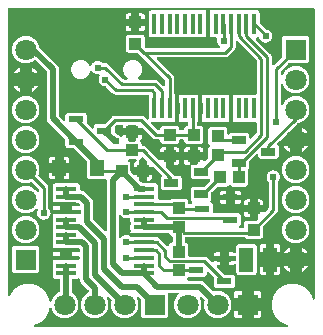
<source format=gtl>
G04 Layer: TopLayer*
G04 EasyEDA v6.4.0, 2020-07-20T23:37:23+02:00*
G04 8414f0393b39484c82beb45b477d05cc,d798ca008b2c48fc9d28453cf4f639a5,10*
G04 Gerber Generator version 0.2*
G04 Scale: 100 percent, Rotated: No, Reflected: No *
G04 Dimensions in millimeters *
G04 leading zeros omitted , absolute positions ,3 integer and 3 decimal *
%FSLAX33Y33*%
%MOMM*%
G90*
G71D02*

%ADD10C,0.254000*%
%ADD11C,0.508000*%
%ADD12C,0.611022*%
%ADD13R,1.099998X0.999998*%
%ADD14R,0.406400X1.803400*%
%ADD15R,0.999998X1.099998*%
%ADD16R,1.299997X0.599999*%
%ADD17R,1.250010X0.699999*%
%ADD18R,1.199998X1.399997*%
%ADD19R,1.803400X0.406400*%
%ADD20R,1.198880X2.159000*%
%ADD21C,1.799996*%
%ADD22R,1.799996X1.799996*%

%LPD*%
G36*
G01X19794Y24467D02*
G01X19778Y24468D01*
G01X19763Y24467D01*
G01X19749Y24464D01*
G01X19736Y24459D01*
G01X19723Y24452D01*
G01X19711Y24443D01*
G01X19701Y24433D01*
G01X19692Y24421D01*
G01X19685Y24408D01*
G01X19680Y24395D01*
G01X19677Y24381D01*
G01X19676Y24366D01*
G01X19676Y23992D01*
G01X19675Y23961D01*
G01X19671Y23932D01*
G01X19666Y23902D01*
G01X19657Y23873D01*
G01X19647Y23845D01*
G01X19634Y23817D01*
G01X19620Y23791D01*
G01X19603Y23766D01*
G01X19584Y23742D01*
G01X19564Y23720D01*
G01X19067Y23223D01*
G01X19045Y23203D01*
G01X19021Y23184D01*
G01X18996Y23167D01*
G01X18970Y23153D01*
G01X18942Y23140D01*
G01X18914Y23130D01*
G01X18885Y23122D01*
G01X18855Y23116D01*
G01X18826Y23112D01*
G01X18796Y23111D01*
G01X13098Y23111D01*
G01X13083Y23110D01*
G01X13069Y23107D01*
G01X13055Y23102D01*
G01X13043Y23095D01*
G01X13031Y23086D01*
G01X13021Y23076D01*
G01X13012Y23064D01*
G01X13005Y23052D01*
G01X13000Y23038D01*
G01X12997Y23024D01*
G01X12996Y23009D01*
G01X12997Y22993D01*
G01X13001Y22978D01*
G01X13007Y22963D01*
G01X13015Y22950D01*
G01X13026Y22938D01*
G01X14364Y21600D01*
G01X14384Y21578D01*
G01X14403Y21554D01*
G01X14419Y21529D01*
G01X14434Y21503D01*
G01X14447Y21475D01*
G01X14457Y21447D01*
G01X14465Y21418D01*
G01X14471Y21388D01*
G01X14475Y21359D01*
G01X14476Y21328D01*
G01X14476Y20036D01*
G01X14477Y20022D01*
G01X14480Y20008D01*
G01X14485Y19994D01*
G01X14492Y19981D01*
G01X14501Y19970D01*
G01X14511Y19960D01*
G01X14523Y19951D01*
G01X14535Y19944D01*
G01X14549Y19939D01*
G01X14563Y19936D01*
G01X14577Y19935D01*
G01X14577Y19256D01*
G01X14569Y19245D01*
G01X14562Y19232D01*
G01X14556Y19218D01*
G01X14553Y19204D01*
G01X14552Y19189D01*
G01X14552Y18364D01*
G01X14553Y18349D01*
G01X14556Y18335D01*
G01X14562Y18321D01*
G01X14569Y18308D01*
G01X14577Y18297D01*
G01X14577Y17618D01*
G01X14539Y17618D01*
G01X14510Y17620D01*
G01X14480Y17625D01*
G01X14452Y17634D01*
G01X14435Y17638D01*
G01X14418Y17640D01*
G01X14400Y17638D01*
G01X14383Y17634D01*
G01X14355Y17625D01*
G01X14325Y17620D01*
G01X14296Y17618D01*
G01X13889Y17618D01*
G01X13860Y17620D01*
G01X13830Y17625D01*
G01X13802Y17634D01*
G01X13785Y17638D01*
G01X13767Y17640D01*
G01X13750Y17638D01*
G01X13733Y17634D01*
G01X13705Y17625D01*
G01X13675Y17620D01*
G01X13646Y17618D01*
G01X13239Y17618D01*
G01X13210Y17620D01*
G01X13180Y17625D01*
G01X13152Y17634D01*
G01X13135Y17638D01*
G01X13118Y17640D01*
G01X13100Y17638D01*
G01X13083Y17634D01*
G01X13055Y17625D01*
G01X13025Y17620D01*
G01X12996Y17618D01*
G01X12632Y17618D01*
G01X12618Y17617D01*
G01X12604Y17614D01*
G01X12590Y17609D01*
G01X12578Y17602D01*
G01X12566Y17593D01*
G01X12556Y17583D01*
G01X12547Y17572D01*
G01X12540Y17559D01*
G01X12535Y17545D01*
G01X12532Y17531D01*
G01X12531Y17517D01*
G01X12532Y17501D01*
G01X12536Y17485D01*
G01X12542Y17471D01*
G01X12550Y17457D01*
G01X12561Y17445D01*
G01X13072Y16934D01*
G01X13084Y16923D01*
G01X13097Y16915D01*
G01X13112Y16909D01*
G01X13128Y16905D01*
G01X13143Y16904D01*
G01X13188Y16904D01*
G01X13203Y16905D01*
G01X13217Y16908D01*
G01X13231Y16913D01*
G01X13243Y16920D01*
G01X13255Y16929D01*
G01X13265Y16939D01*
G01X13274Y16951D01*
G01X13281Y16963D01*
G01X13286Y16977D01*
G01X13289Y16991D01*
G01X13290Y17006D01*
G01X13290Y17020D01*
G01X13291Y17044D01*
G01X13294Y17068D01*
G01X13300Y17091D01*
G01X13307Y17113D01*
G01X13317Y17135D01*
G01X13328Y17156D01*
G01X13342Y17175D01*
G01X13357Y17193D01*
G01X13374Y17210D01*
G01X13392Y17225D01*
G01X13411Y17239D01*
G01X13432Y17250D01*
G01X13454Y17260D01*
G01X13476Y17267D01*
G01X13499Y17273D01*
G01X13523Y17276D01*
G01X13546Y17277D01*
G01X14647Y17277D01*
G01X14670Y17276D01*
G01X14694Y17273D01*
G01X14717Y17267D01*
G01X14739Y17260D01*
G01X14761Y17250D01*
G01X14782Y17239D01*
G01X14801Y17225D01*
G01X14819Y17210D01*
G01X14836Y17193D01*
G01X14851Y17175D01*
G01X14865Y17156D01*
G01X14876Y17135D01*
G01X14886Y17113D01*
G01X14893Y17091D01*
G01X14899Y17068D01*
G01X14902Y17044D01*
G01X14903Y17020D01*
G01X14903Y17006D01*
G01X14904Y16991D01*
G01X14907Y16977D01*
G01X14912Y16963D01*
G01X14919Y16951D01*
G01X14928Y16939D01*
G01X14938Y16929D01*
G01X14950Y16920D01*
G01X14962Y16913D01*
G01X14976Y16908D01*
G01X14990Y16905D01*
G01X15005Y16904D01*
G01X15220Y16904D01*
G01X15235Y16905D01*
G01X15249Y16908D01*
G01X15263Y16913D01*
G01X15275Y16920D01*
G01X15287Y16929D01*
G01X15297Y16939D01*
G01X15306Y16951D01*
G01X15313Y16963D01*
G01X15318Y16977D01*
G01X15321Y16991D01*
G01X15322Y17006D01*
G01X15322Y17020D01*
G01X15323Y17045D01*
G01X15327Y17069D01*
G01X15332Y17092D01*
G01X15340Y17115D01*
G01X15350Y17137D01*
G01X15362Y17158D01*
G01X15376Y17178D01*
G01X15392Y17196D01*
G01X15409Y17213D01*
G01X15428Y17228D01*
G01X15448Y17242D01*
G01X15470Y17253D01*
G01X15492Y17262D01*
G01X15515Y17269D01*
G01X15539Y17274D01*
G01X15563Y17277D01*
G01X15578Y17279D01*
G01X15593Y17283D01*
G01X15607Y17289D01*
G01X15620Y17298D01*
G01X15631Y17308D01*
G01X15641Y17320D01*
G01X15649Y17333D01*
G01X15654Y17348D01*
G01X15658Y17363D01*
G01X15659Y17378D01*
G01X15659Y17517D01*
G01X15658Y17531D01*
G01X15655Y17545D01*
G01X15650Y17559D01*
G01X15643Y17572D01*
G01X15634Y17583D01*
G01X15624Y17593D01*
G01X15612Y17602D01*
G01X15599Y17609D01*
G01X15586Y17614D01*
G01X15572Y17617D01*
G01X15557Y17618D01*
G01X15189Y17618D01*
G01X15160Y17620D01*
G01X15130Y17625D01*
G01X15102Y17634D01*
G01X15085Y17638D01*
G01X15067Y17640D01*
G01X15050Y17638D01*
G01X15033Y17634D01*
G01X15005Y17625D01*
G01X14975Y17620D01*
G01X14946Y17618D01*
G01X14908Y17618D01*
G01X14908Y18297D01*
G01X14916Y18308D01*
G01X14923Y18321D01*
G01X14929Y18335D01*
G01X14932Y18349D01*
G01X14933Y18364D01*
G01X14933Y19189D01*
G01X14932Y19204D01*
G01X14929Y19218D01*
G01X14923Y19232D01*
G01X14916Y19245D01*
G01X14908Y19256D01*
G01X14908Y19935D01*
G01X14946Y19935D01*
G01X14975Y19933D01*
G01X15005Y19928D01*
G01X15033Y19919D01*
G01X15050Y19915D01*
G01X15067Y19913D01*
G01X15085Y19915D01*
G01X15102Y19919D01*
G01X15130Y19928D01*
G01X15160Y19933D01*
G01X15189Y19935D01*
G01X15596Y19935D01*
G01X15625Y19933D01*
G01X15655Y19928D01*
G01X15683Y19919D01*
G01X15700Y19915D01*
G01X15718Y19913D01*
G01X15735Y19915D01*
G01X15752Y19919D01*
G01X15780Y19928D01*
G01X15810Y19933D01*
G01X15839Y19935D01*
G01X16246Y19935D01*
G01X16275Y19933D01*
G01X16305Y19928D01*
G01X16333Y19919D01*
G01X16350Y19915D01*
G01X16367Y19913D01*
G01X16385Y19915D01*
G01X16402Y19919D01*
G01X16430Y19928D01*
G01X16460Y19933D01*
G01X16489Y19935D01*
G01X16527Y19935D01*
G01X16527Y19256D01*
G01X16519Y19245D01*
G01X16512Y19232D01*
G01X16506Y19218D01*
G01X16503Y19204D01*
G01X16502Y19189D01*
G01X16502Y18364D01*
G01X16503Y18349D01*
G01X16506Y18335D01*
G01X16512Y18321D01*
G01X16519Y18308D01*
G01X16527Y18297D01*
G01X16527Y17618D01*
G01X16513Y17617D01*
G01X16499Y17614D01*
G01X16485Y17609D01*
G01X16473Y17602D01*
G01X16461Y17593D01*
G01X16451Y17583D01*
G01X16442Y17572D01*
G01X16435Y17559D01*
G01X16430Y17545D01*
G01X16427Y17531D01*
G01X16426Y17517D01*
G01X16426Y17379D01*
G01X16427Y17364D01*
G01X16430Y17350D01*
G01X16435Y17336D01*
G01X16442Y17324D01*
G01X16451Y17312D01*
G01X16461Y17302D01*
G01X16473Y17293D01*
G01X16485Y17286D01*
G01X16499Y17281D01*
G01X16513Y17278D01*
G01X16528Y17277D01*
G01X16679Y17277D01*
G01X16702Y17276D01*
G01X16726Y17273D01*
G01X16749Y17267D01*
G01X16771Y17260D01*
G01X16793Y17250D01*
G01X16814Y17239D01*
G01X16833Y17225D01*
G01X16851Y17210D01*
G01X16868Y17193D01*
G01X16883Y17175D01*
G01X16897Y17156D01*
G01X16908Y17135D01*
G01X16918Y17113D01*
G01X16925Y17091D01*
G01X16931Y17068D01*
G01X16934Y17044D01*
G01X16935Y17020D01*
G01X16935Y16020D01*
G01X16934Y15997D01*
G01X16931Y15973D01*
G01X16925Y15950D01*
G01X16918Y15928D01*
G01X16908Y15906D01*
G01X16897Y15885D01*
G01X16883Y15866D01*
G01X16868Y15848D01*
G01X16851Y15831D01*
G01X16833Y15816D01*
G01X16814Y15802D01*
G01X16793Y15791D01*
G01X16771Y15781D01*
G01X16749Y15774D01*
G01X16726Y15768D01*
G01X16702Y15765D01*
G01X16679Y15764D01*
G01X15578Y15764D01*
G01X15555Y15765D01*
G01X15531Y15768D01*
G01X15508Y15774D01*
G01X15486Y15781D01*
G01X15464Y15791D01*
G01X15443Y15802D01*
G01X15424Y15816D01*
G01X15406Y15831D01*
G01X15389Y15848D01*
G01X15374Y15866D01*
G01X15360Y15885D01*
G01X15349Y15906D01*
G01X15339Y15928D01*
G01X15332Y15950D01*
G01X15326Y15973D01*
G01X15323Y15997D01*
G01X15322Y16020D01*
G01X15322Y16035D01*
G01X15321Y16050D01*
G01X15318Y16064D01*
G01X15313Y16078D01*
G01X15306Y16090D01*
G01X15297Y16102D01*
G01X15287Y16112D01*
G01X15275Y16121D01*
G01X15263Y16128D01*
G01X15249Y16133D01*
G01X15235Y16136D01*
G01X15220Y16137D01*
G01X15005Y16137D01*
G01X14990Y16136D01*
G01X14976Y16133D01*
G01X14962Y16128D01*
G01X14950Y16121D01*
G01X14938Y16112D01*
G01X14928Y16102D01*
G01X14919Y16090D01*
G01X14912Y16078D01*
G01X14907Y16064D01*
G01X14904Y16050D01*
G01X14903Y16035D01*
G01X14903Y16020D01*
G01X14902Y15997D01*
G01X14899Y15973D01*
G01X14893Y15950D01*
G01X14886Y15928D01*
G01X14876Y15906D01*
G01X14865Y15885D01*
G01X14851Y15866D01*
G01X14836Y15848D01*
G01X14819Y15831D01*
G01X14801Y15816D01*
G01X14782Y15802D01*
G01X14761Y15791D01*
G01X14739Y15781D01*
G01X14717Y15774D01*
G01X14694Y15768D01*
G01X14670Y15765D01*
G01X14647Y15764D01*
G01X13546Y15764D01*
G01X13523Y15765D01*
G01X13499Y15768D01*
G01X13476Y15774D01*
G01X13454Y15781D01*
G01X13432Y15791D01*
G01X13411Y15802D01*
G01X13392Y15816D01*
G01X13374Y15831D01*
G01X13357Y15848D01*
G01X13342Y15866D01*
G01X13328Y15885D01*
G01X13317Y15906D01*
G01X13307Y15928D01*
G01X13300Y15950D01*
G01X13294Y15973D01*
G01X13291Y15997D01*
G01X13290Y16020D01*
G01X13290Y16035D01*
G01X13289Y16050D01*
G01X13286Y16064D01*
G01X13281Y16078D01*
G01X13274Y16090D01*
G01X13265Y16102D01*
G01X13255Y16112D01*
G01X13243Y16121D01*
G01X13231Y16128D01*
G01X13217Y16133D01*
G01X13203Y16136D01*
G01X13188Y16137D01*
G01X12942Y16137D01*
G01X12912Y16138D01*
G01X12882Y16142D01*
G01X12853Y16148D01*
G01X12824Y16156D01*
G01X12796Y16166D01*
G01X12768Y16179D01*
G01X12742Y16194D01*
G01X12717Y16210D01*
G01X12693Y16229D01*
G01X12671Y16249D01*
G01X11835Y17085D01*
G01X11823Y17096D01*
G01X11810Y17104D01*
G01X11795Y17110D01*
G01X11779Y17114D01*
G01X11764Y17115D01*
G01X11260Y17115D01*
G01X11260Y17294D01*
G01X11259Y17309D01*
G01X11256Y17323D01*
G01X11251Y17337D01*
G01X11244Y17349D01*
G01X11235Y17361D01*
G01X11225Y17371D01*
G01X11213Y17380D01*
G01X11201Y17387D01*
G01X11187Y17392D01*
G01X11173Y17395D01*
G01X11158Y17396D01*
G01X10685Y17396D01*
G01X10670Y17395D01*
G01X10656Y17392D01*
G01X10642Y17387D01*
G01X10630Y17380D01*
G01X10618Y17371D01*
G01X10608Y17361D01*
G01X10599Y17349D01*
G01X10592Y17337D01*
G01X10587Y17323D01*
G01X10584Y17309D01*
G01X10583Y17294D01*
G01X10583Y17115D01*
G01X10115Y17115D01*
G01X10115Y17294D01*
G01X10114Y17309D01*
G01X10111Y17323D01*
G01X10106Y17337D01*
G01X10099Y17349D01*
G01X10090Y17361D01*
G01X10080Y17371D01*
G01X10068Y17380D01*
G01X10056Y17387D01*
G01X10042Y17392D01*
G01X10028Y17395D01*
G01X10013Y17396D01*
G01X9656Y17396D01*
G01X9640Y17395D01*
G01X9624Y17391D01*
G01X9609Y17385D01*
G01X9596Y17377D01*
G01X9584Y17366D01*
G01X9501Y17284D01*
G01X9491Y17272D01*
G01X9482Y17258D01*
G01X9476Y17243D01*
G01X9473Y17228D01*
G01X9471Y17212D01*
G01X9472Y17206D01*
G01X9472Y16748D01*
G01X9473Y16732D01*
G01X9477Y16717D01*
G01X9483Y16702D01*
G01X9491Y16688D01*
G01X9502Y16676D01*
G01X9602Y16576D01*
G01X9616Y16564D01*
G01X9633Y16555D01*
G01X9651Y16549D01*
G01X9683Y16541D01*
G01X9716Y16530D01*
G01X9747Y16518D01*
G01X9778Y16503D01*
G01X9807Y16487D01*
G01X9836Y16469D01*
G01X9864Y16450D01*
G01X9890Y16429D01*
G01X9915Y16406D01*
G01X9951Y16370D01*
G01X9965Y16361D01*
G01X9980Y16354D01*
G01X9997Y16350D01*
G01X10013Y16349D01*
G01X10028Y16350D01*
G01X10042Y16353D01*
G01X10056Y16358D01*
G01X10068Y16365D01*
G01X10080Y16374D01*
G01X10090Y16384D01*
G01X10099Y16395D01*
G01X10106Y16408D01*
G01X10111Y16422D01*
G01X10114Y16436D01*
G01X10115Y16450D01*
G01X10115Y16488D01*
G01X10583Y16488D01*
G01X10583Y16060D01*
G01X10584Y16045D01*
G01X10587Y16031D01*
G01X10592Y16017D01*
G01X10599Y16005D01*
G01X10608Y15993D01*
G01X10618Y15983D01*
G01X10630Y15974D01*
G01X10642Y15967D01*
G01X10656Y15962D01*
G01X10670Y15959D01*
G01X10685Y15958D01*
G01X11158Y15958D01*
G01X11173Y15959D01*
G01X11187Y15962D01*
G01X11201Y15967D01*
G01X11213Y15974D01*
G01X11225Y15983D01*
G01X11235Y15993D01*
G01X11244Y16005D01*
G01X11251Y16017D01*
G01X11256Y16031D01*
G01X11259Y16045D01*
G01X11260Y16060D01*
G01X11260Y16488D01*
G01X11728Y16488D01*
G01X11728Y16301D01*
G01X11727Y16278D01*
G01X11724Y16255D01*
G01X11719Y16233D01*
G01X11712Y16211D01*
G01X11702Y16190D01*
G01X11691Y16169D01*
G01X11679Y16150D01*
G01X11664Y16132D01*
G01X11648Y16115D01*
G01X11630Y16100D01*
G01X11612Y16087D01*
G01X11600Y16078D01*
G01X11590Y16068D01*
G01X11581Y16056D01*
G01X11575Y16043D01*
G01X11570Y16030D01*
G01X11567Y16016D01*
G01X11566Y16001D01*
G01X11567Y15987D01*
G01X11570Y15973D01*
G01X11575Y15960D01*
G01X11581Y15947D01*
G01X11590Y15935D01*
G01X11600Y15925D01*
G01X11612Y15916D01*
G01X11630Y15903D01*
G01X11648Y15888D01*
G01X11664Y15871D01*
G01X11678Y15853D01*
G01X11691Y15834D01*
G01X11702Y15813D01*
G01X11711Y15792D01*
G01X11719Y15770D01*
G01X11724Y15748D01*
G01X11727Y15725D01*
G01X11728Y15702D01*
G01X11728Y15687D01*
G01X11729Y15672D01*
G01X11732Y15658D01*
G01X11737Y15644D01*
G01X11744Y15632D01*
G01X11753Y15620D01*
G01X11763Y15610D01*
G01X11775Y15601D01*
G01X11787Y15594D01*
G01X11801Y15589D01*
G01X11815Y15586D01*
G01X11830Y15585D01*
G01X11849Y15585D01*
G01X11879Y15584D01*
G01X11909Y15580D01*
G01X11938Y15574D01*
G01X11967Y15566D01*
G01X11995Y15556D01*
G01X12023Y15543D01*
G01X12049Y15528D01*
G01X12074Y15512D01*
G01X12098Y15493D01*
G01X12120Y15473D01*
G01X13116Y14476D01*
G01X13156Y14437D01*
G01X13168Y14426D01*
G01X13181Y14418D01*
G01X13196Y14412D01*
G01X13212Y14408D01*
G01X13228Y14407D01*
G01X13758Y14407D01*
G01X13758Y13877D01*
G01X13759Y13861D01*
G01X13763Y13845D01*
G01X13769Y13830D01*
G01X13777Y13817D01*
G01X13788Y13805D01*
G01X14511Y13082D01*
G01X14523Y13071D01*
G01X14536Y13063D01*
G01X14551Y13057D01*
G01X14567Y13053D01*
G01X14582Y13052D01*
G01X14869Y13052D01*
G01X14892Y13051D01*
G01X14916Y13048D01*
G01X14939Y13042D01*
G01X14961Y13035D01*
G01X14983Y13025D01*
G01X15004Y13014D01*
G01X15023Y13000D01*
G01X15042Y12985D01*
G01X15058Y12968D01*
G01X15074Y12950D01*
G01X15087Y12931D01*
G01X15098Y12910D01*
G01X15108Y12888D01*
G01X15116Y12866D01*
G01X15121Y12843D01*
G01X15124Y12819D01*
G01X15125Y12796D01*
G01X15125Y12095D01*
G01X15124Y12072D01*
G01X15121Y12048D01*
G01X15116Y12025D01*
G01X15108Y12003D01*
G01X15098Y11981D01*
G01X15087Y11960D01*
G01X15074Y11941D01*
G01X15058Y11923D01*
G01X15042Y11906D01*
G01X15023Y11891D01*
G01X15004Y11877D01*
G01X14983Y11866D01*
G01X14961Y11856D01*
G01X14939Y11849D01*
G01X14916Y11843D01*
G01X14892Y11840D01*
G01X14869Y11839D01*
G01X13619Y11839D01*
G01X13595Y11840D01*
G01X13572Y11843D01*
G01X13549Y11849D01*
G01X13526Y11856D01*
G01X13504Y11866D01*
G01X13484Y11877D01*
G01X13464Y11891D01*
G01X13446Y11906D01*
G01X13429Y11923D01*
G01X13414Y11941D01*
G01X13401Y11960D01*
G01X13389Y11981D01*
G01X13380Y12003D01*
G01X13372Y12025D01*
G01X13367Y12048D01*
G01X13363Y12072D01*
G01X13362Y12095D01*
G01X13362Y12796D01*
G01X13364Y12821D01*
G01X13367Y12845D01*
G01X13373Y12870D01*
G01X13382Y12893D01*
G01X13392Y12916D01*
G01X13405Y12938D01*
G01X13420Y12958D01*
G01X13430Y12972D01*
G01X13437Y12988D01*
G01X13442Y13005D01*
G01X13443Y13022D01*
G01X13442Y13038D01*
G01X13438Y13054D01*
G01X13432Y13068D01*
G01X13424Y13082D01*
G01X13413Y13094D01*
G01X12737Y13770D01*
G01X12725Y13781D01*
G01X12712Y13789D01*
G01X12697Y13795D01*
G01X12681Y13799D01*
G01X12666Y13800D01*
G01X12135Y13800D01*
G01X12135Y14331D01*
G01X12134Y14346D01*
G01X12130Y14362D01*
G01X12124Y14377D01*
G01X12116Y14390D01*
G01X12105Y14402D01*
G01X11873Y14634D01*
G01X11861Y14645D01*
G01X11848Y14653D01*
G01X11833Y14659D01*
G01X11817Y14663D01*
G01X11801Y14664D01*
G01X11787Y14663D01*
G01X11772Y14660D01*
G01X11758Y14654D01*
G01X11745Y14647D01*
G01X11734Y14638D01*
G01X11723Y14627D01*
G01X11715Y14615D01*
G01X11708Y14602D01*
G01X11697Y14579D01*
G01X11684Y14558D01*
G01X11669Y14537D01*
G01X11652Y14519D01*
G01X11633Y14502D01*
G01X11612Y14487D01*
G01X11591Y14474D01*
G01X11568Y14464D01*
G01X11554Y14457D01*
G01X11542Y14449D01*
G01X11531Y14438D01*
G01X11522Y14426D01*
G01X11514Y14413D01*
G01X11509Y14399D01*
G01X11506Y14385D01*
G01X11504Y14370D01*
G01X11508Y14343D01*
G01X11508Y13800D01*
G01X11065Y13800D01*
G01X11065Y14012D01*
G01X11066Y14035D01*
G01X11069Y14058D01*
G01X11074Y14081D01*
G01X11082Y14103D01*
G01X11091Y14124D01*
G01X11102Y14145D01*
G01X11115Y14164D01*
G01X11130Y14183D01*
G01X11147Y14199D01*
G01X11164Y14214D01*
G01X11184Y14228D01*
G01X11204Y14239D01*
G01X11225Y14249D01*
G01X11239Y14256D01*
G01X11251Y14264D01*
G01X11262Y14275D01*
G01X11271Y14287D01*
G01X11279Y14300D01*
G01X11284Y14314D01*
G01X11287Y14328D01*
G01X11288Y14343D01*
G01X11287Y14358D01*
G01X11284Y14372D01*
G01X11279Y14386D01*
G01X11272Y14398D01*
G01X11264Y14410D01*
G01X11253Y14420D01*
G01X11242Y14429D01*
G01X11229Y14436D01*
G01X11215Y14441D01*
G01X11201Y14444D01*
G01X11187Y14445D01*
G01X10656Y14445D01*
G01X10642Y14444D01*
G01X10627Y14441D01*
G01X10614Y14436D01*
G01X10601Y14429D01*
G01X10589Y14420D01*
G01X10579Y14410D01*
G01X10571Y14398D01*
G01X10564Y14386D01*
G01X10559Y14372D01*
G01X10555Y14358D01*
G01X10554Y14343D01*
G01X10556Y14328D01*
G01X10559Y14314D01*
G01X10564Y14300D01*
G01X10572Y14287D01*
G01X10581Y14275D01*
G01X10592Y14264D01*
G01X10604Y14256D01*
G01X10618Y14249D01*
G01X10639Y14239D01*
G01X10659Y14228D01*
G01X10678Y14214D01*
G01X10696Y14199D01*
G01X10713Y14183D01*
G01X10727Y14164D01*
G01X10740Y14145D01*
G01X10752Y14124D01*
G01X10761Y14103D01*
G01X10768Y14081D01*
G01X10774Y14058D01*
G01X10777Y14035D01*
G01X10778Y14012D01*
G01X10778Y13469D01*
G01X10779Y13453D01*
G01X10783Y13438D01*
G01X10789Y13423D01*
G01X10797Y13409D01*
G01X10808Y13397D01*
G01X11052Y13153D01*
G01X11064Y13142D01*
G01X11078Y13134D01*
G01X11093Y13128D01*
G01X11108Y13124D01*
G01X11124Y13123D01*
G01X11508Y13123D01*
G01X11508Y12739D01*
G01X11509Y12723D01*
G01X11513Y12708D01*
G01X11519Y12693D01*
G01X11527Y12679D01*
G01X11538Y12667D01*
G01X11702Y12503D01*
G01X11714Y12493D01*
G01X11727Y12485D01*
G01X11742Y12478D01*
G01X11758Y12475D01*
G01X11773Y12473D01*
G01X11936Y12473D01*
G01X11976Y12472D01*
G01X12017Y12467D01*
G01X12033Y12466D01*
G01X12045Y12466D01*
G01X12070Y12455D01*
G01X12105Y12444D01*
G01X12139Y12431D01*
G01X12159Y12425D01*
G01X12180Y12423D01*
G01X12837Y12423D01*
G01X12861Y12422D01*
G01X12884Y12418D01*
G01X12907Y12413D01*
G01X12930Y12405D01*
G01X12952Y12396D01*
G01X12972Y12384D01*
G01X12992Y12371D01*
G01X13010Y12356D01*
G01X13027Y12339D01*
G01X13042Y12321D01*
G01X13055Y12301D01*
G01X13067Y12280D01*
G01X13076Y12259D01*
G01X13084Y12236D01*
G01X13089Y12213D01*
G01X13093Y12190D01*
G01X13094Y12166D01*
G01X13094Y11760D01*
G01X13093Y11736D01*
G01X13090Y11713D01*
G01X13084Y11691D01*
G01X13077Y11669D01*
G01X13072Y11651D01*
G01X13070Y11633D01*
G01X13072Y11614D01*
G01X13077Y11597D01*
G01X13084Y11575D01*
G01X13090Y11552D01*
G01X13093Y11529D01*
G01X13094Y11506D01*
G01X13094Y11153D01*
G01X13095Y11138D01*
G01X13098Y11124D01*
G01X13103Y11110D01*
G01X13110Y11098D01*
G01X13119Y11086D01*
G01X13129Y11076D01*
G01X13140Y11067D01*
G01X13153Y11060D01*
G01X13167Y11055D01*
G01X13181Y11052D01*
G01X13195Y11051D01*
G01X14165Y11051D01*
G01X14186Y11053D01*
G01X14206Y11060D01*
G01X14231Y11069D01*
G01X14256Y11076D01*
G01X14282Y11080D01*
G01X14308Y11081D01*
G01X15409Y11081D01*
G01X15432Y11080D01*
G01X15456Y11077D01*
G01X15479Y11071D01*
G01X15501Y11064D01*
G01X15523Y11054D01*
G01X15544Y11043D01*
G01X15563Y11029D01*
G01X15581Y11014D01*
G01X15598Y10997D01*
G01X15613Y10979D01*
G01X15627Y10959D01*
G01X15638Y10939D01*
G01X15648Y10917D01*
G01X15655Y10895D01*
G01X15661Y10872D01*
G01X15664Y10848D01*
G01X15665Y10824D01*
G01X15665Y10772D01*
G01X15666Y10757D01*
G01X15669Y10743D01*
G01X15674Y10729D01*
G01X15681Y10717D01*
G01X15690Y10705D01*
G01X15700Y10695D01*
G01X15712Y10686D01*
G01X15724Y10679D01*
G01X15738Y10674D01*
G01X15752Y10671D01*
G01X15767Y10670D01*
G01X15877Y10670D01*
G01X15892Y10671D01*
G01X15906Y10674D01*
G01X15920Y10680D01*
G01X15933Y10687D01*
G01X15945Y10696D01*
G01X15955Y10707D01*
G01X15964Y10719D01*
G01X15982Y10745D01*
G01X16002Y10768D01*
G01X16013Y10780D01*
G01X16021Y10794D01*
G01X16027Y10809D01*
G01X16031Y10824D01*
G01X16032Y10840D01*
G01X16031Y10855D01*
G01X16028Y10870D01*
G01X16023Y10883D01*
G01X16016Y10896D01*
G01X16007Y10908D01*
G01X15996Y10918D01*
G01X15984Y10927D01*
G01X15964Y10940D01*
G01X15946Y10955D01*
G01X15929Y10972D01*
G01X15914Y10990D01*
G01X15900Y11010D01*
G01X15889Y11031D01*
G01X15879Y11053D01*
G01X15872Y11075D01*
G01X15866Y11098D01*
G01X15863Y11122D01*
G01X15862Y11146D01*
G01X15862Y11846D01*
G01X15863Y11869D01*
G01X15866Y11893D01*
G01X15871Y11916D01*
G01X15879Y11938D01*
G01X15889Y11960D01*
G01X15900Y11981D01*
G01X15913Y12000D01*
G01X15929Y12018D01*
G01X15945Y12035D01*
G01X15964Y12050D01*
G01X15983Y12064D01*
G01X16004Y12075D01*
G01X16026Y12085D01*
G01X16048Y12092D01*
G01X16071Y12098D01*
G01X16095Y12101D01*
G01X16118Y12102D01*
G01X16941Y12102D01*
G01X16956Y12103D01*
G01X16972Y12107D01*
G01X16987Y12113D01*
G01X17000Y12121D01*
G01X17012Y12132D01*
G01X17501Y12621D01*
G01X17512Y12633D01*
G01X17520Y12646D01*
G01X17526Y12661D01*
G01X17530Y12677D01*
G01X17531Y12693D01*
G01X17530Y12707D01*
G01X17527Y12721D01*
G01X17522Y12735D01*
G01X17515Y12748D01*
G01X17506Y12759D01*
G01X17496Y12769D01*
G01X17484Y12778D01*
G01X17472Y12785D01*
G01X17458Y12790D01*
G01X17444Y12793D01*
G01X17430Y12794D01*
G01X17412Y12793D01*
G01X17368Y12789D01*
G01X16118Y12789D01*
G01X16095Y12790D01*
G01X16071Y12793D01*
G01X16048Y12799D01*
G01X16026Y12806D01*
G01X16004Y12816D01*
G01X15983Y12827D01*
G01X15964Y12841D01*
G01X15945Y12856D01*
G01X15929Y12873D01*
G01X15913Y12891D01*
G01X15900Y12910D01*
G01X15889Y12931D01*
G01X15879Y12953D01*
G01X15871Y12975D01*
G01X15866Y12998D01*
G01X15863Y13022D01*
G01X15862Y13045D01*
G01X15862Y13745D01*
G01X15863Y13774D01*
G01X15868Y13802D01*
G01X15876Y13829D01*
G01X15880Y13846D01*
G01X15881Y13862D01*
G01X15880Y13880D01*
G01X15875Y13897D01*
G01X15868Y13912D01*
G01X15858Y13927D01*
G01X15875Y13923D01*
G01X15891Y13921D01*
G01X15909Y13923D01*
G01X15926Y13927D01*
G01X15941Y13934D01*
G01X15956Y13944D01*
G01X15976Y13959D01*
G01X15998Y13972D01*
G01X16020Y13983D01*
G01X16044Y13991D01*
G01X16068Y13997D01*
G01X16093Y14001D01*
G01X16118Y14002D01*
G01X16365Y14002D01*
G01X16380Y14003D01*
G01X16394Y14006D01*
G01X16408Y14011D01*
G01X16420Y14018D01*
G01X16432Y14027D01*
G01X16442Y14037D01*
G01X16451Y14049D01*
G01X16458Y14061D01*
G01X16463Y14075D01*
G01X16466Y14089D01*
G01X16467Y14104D01*
G01X16467Y14407D01*
G01X16935Y14407D01*
G01X16935Y14378D01*
G01X16936Y14364D01*
G01X16939Y14350D01*
G01X16944Y14336D01*
G01X16951Y14323D01*
G01X16960Y14312D01*
G01X16970Y14302D01*
G01X16982Y14293D01*
G01X16994Y14286D01*
G01X17008Y14281D01*
G01X17022Y14278D01*
G01X17037Y14277D01*
G01X17053Y14278D01*
G01X17068Y14282D01*
G01X17083Y14288D01*
G01X17096Y14296D01*
G01X17109Y14307D01*
G01X17324Y14524D01*
G01X17335Y14536D01*
G01X17343Y14549D01*
G01X17349Y14564D01*
G01X17353Y14579D01*
G01X17354Y14595D01*
G01X17354Y15321D01*
G01X17355Y15344D01*
G01X17358Y15367D01*
G01X17363Y15389D01*
G01X17370Y15411D01*
G01X17380Y15432D01*
G01X17391Y15453D01*
G01X17403Y15472D01*
G01X17418Y15490D01*
G01X17434Y15507D01*
G01X17451Y15522D01*
G01X17470Y15535D01*
G01X17482Y15544D01*
G01X17492Y15554D01*
G01X17500Y15566D01*
G01X17507Y15579D01*
G01X17512Y15592D01*
G01X17515Y15606D01*
G01X17516Y15621D01*
G01X17515Y15635D01*
G01X17512Y15649D01*
G01X17507Y15662D01*
G01X17500Y15675D01*
G01X17492Y15687D01*
G01X17482Y15697D01*
G01X17470Y15706D01*
G01X17451Y15719D01*
G01X17434Y15734D01*
G01X17418Y15751D01*
G01X17403Y15769D01*
G01X17391Y15788D01*
G01X17380Y15809D01*
G01X17370Y15830D01*
G01X17363Y15852D01*
G01X17358Y15874D01*
G01X17355Y15897D01*
G01X17354Y15920D01*
G01X17354Y16920D01*
G01X17355Y16944D01*
G01X17358Y16968D01*
G01X17364Y16991D01*
G01X17371Y17013D01*
G01X17381Y17035D01*
G01X17392Y17055D01*
G01X17406Y17075D01*
G01X17421Y17093D01*
G01X17438Y17110D01*
G01X17456Y17125D01*
G01X17475Y17139D01*
G01X17496Y17150D01*
G01X17518Y17160D01*
G01X17540Y17167D01*
G01X17563Y17173D01*
G01X17587Y17176D01*
G01X17610Y17177D01*
G01X18711Y17177D01*
G01X18734Y17176D01*
G01X18758Y17173D01*
G01X18781Y17167D01*
G01X18803Y17160D01*
G01X18825Y17150D01*
G01X18846Y17139D01*
G01X18865Y17125D01*
G01X18883Y17110D01*
G01X18900Y17093D01*
G01X18915Y17075D01*
G01X18929Y17055D01*
G01X18940Y17035D01*
G01X18950Y17013D01*
G01X18957Y16991D01*
G01X18963Y16968D01*
G01X18966Y16944D01*
G01X18967Y16920D01*
G01X18967Y16653D01*
G01X18968Y16639D01*
G01X18971Y16625D01*
G01X18976Y16611D01*
G01X18983Y16598D01*
G01X18992Y16587D01*
G01X19002Y16576D01*
G01X19014Y16568D01*
G01X19026Y16561D01*
G01X19040Y16556D01*
G01X19054Y16553D01*
G01X19069Y16552D01*
G01X19086Y16553D01*
G01X19102Y16557D01*
G01X19117Y16564D01*
G01X19131Y16573D01*
G01X19144Y16585D01*
G01X19161Y16602D01*
G01X19179Y16617D01*
G01X19198Y16630D01*
G01X19219Y16642D01*
G01X19241Y16652D01*
G01X19263Y16659D01*
G01X19287Y16665D01*
G01X19310Y16668D01*
G01X19334Y16669D01*
G01X20584Y16669D01*
G01X20607Y16668D01*
G01X20631Y16665D01*
G01X20654Y16659D01*
G01X20676Y16652D01*
G01X20698Y16642D01*
G01X20719Y16631D01*
G01X20738Y16617D01*
G01X20757Y16602D01*
G01X20773Y16585D01*
G01X20789Y16567D01*
G01X20802Y16548D01*
G01X20813Y16527D01*
G01X20823Y16505D01*
G01X20831Y16483D01*
G01X20836Y16460D01*
G01X20839Y16436D01*
G01X20840Y16412D01*
G01X20840Y16294D01*
G01X20841Y16280D01*
G01X20844Y16265D01*
G01X20856Y16239D01*
G01X20865Y16228D01*
G01X20875Y16217D01*
G01X20887Y16209D01*
G01X20900Y16202D01*
G01X20913Y16197D01*
G01X20927Y16193D01*
G01X20942Y16192D01*
G01X20958Y16194D01*
G01X20973Y16197D01*
G01X20988Y16204D01*
G01X21002Y16212D01*
G01X21014Y16222D01*
G01X21430Y16639D01*
G01X21441Y16651D01*
G01X21449Y16664D01*
G01X21455Y16679D01*
G01X21459Y16695D01*
G01X21460Y16710D01*
G01X21460Y17517D01*
G01X21459Y17531D01*
G01X21456Y17545D01*
G01X21451Y17559D01*
G01X21444Y17572D01*
G01X21435Y17583D01*
G01X21425Y17593D01*
G01X21413Y17602D01*
G01X21401Y17609D01*
G01X21387Y17614D01*
G01X21373Y17617D01*
G01X21358Y17618D01*
G01X21039Y17618D01*
G01X21010Y17620D01*
G01X20980Y17625D01*
G01X20952Y17634D01*
G01X20935Y17638D01*
G01X20917Y17640D01*
G01X20900Y17638D01*
G01X20883Y17634D01*
G01X20855Y17625D01*
G01X20825Y17620D01*
G01X20796Y17618D01*
G01X20389Y17618D01*
G01X20360Y17620D01*
G01X20330Y17625D01*
G01X20302Y17634D01*
G01X20285Y17638D01*
G01X20268Y17640D01*
G01X20250Y17638D01*
G01X20233Y17634D01*
G01X20205Y17625D01*
G01X20175Y17620D01*
G01X20146Y17618D01*
G01X19739Y17618D01*
G01X19710Y17620D01*
G01X19680Y17625D01*
G01X19652Y17634D01*
G01X19635Y17638D01*
G01X19618Y17640D01*
G01X19600Y17638D01*
G01X19583Y17634D01*
G01X19555Y17625D01*
G01X19525Y17620D01*
G01X19496Y17618D01*
G01X19458Y17618D01*
G01X19458Y18297D01*
G01X19466Y18308D01*
G01X19473Y18321D01*
G01X19479Y18335D01*
G01X19482Y18349D01*
G01X19483Y18364D01*
G01X19483Y19189D01*
G01X19482Y19204D01*
G01X19479Y19218D01*
G01X19473Y19232D01*
G01X19466Y19245D01*
G01X19458Y19256D01*
G01X19458Y19935D01*
G01X19496Y19935D01*
G01X19525Y19933D01*
G01X19555Y19928D01*
G01X19583Y19919D01*
G01X19600Y19915D01*
G01X19617Y19913D01*
G01X19635Y19915D01*
G01X19652Y19919D01*
G01X19680Y19928D01*
G01X19710Y19933D01*
G01X19739Y19935D01*
G01X20146Y19935D01*
G01X20175Y19933D01*
G01X20205Y19928D01*
G01X20233Y19919D01*
G01X20250Y19915D01*
G01X20268Y19913D01*
G01X20285Y19915D01*
G01X20302Y19919D01*
G01X20330Y19928D01*
G01X20360Y19933D01*
G01X20389Y19935D01*
G01X20796Y19935D01*
G01X20825Y19933D01*
G01X20855Y19928D01*
G01X20883Y19919D01*
G01X20900Y19915D01*
G01X20917Y19913D01*
G01X20935Y19915D01*
G01X20952Y19919D01*
G01X20980Y19928D01*
G01X21010Y19933D01*
G01X21039Y19935D01*
G01X21358Y19935D01*
G01X21373Y19936D01*
G01X21387Y19939D01*
G01X21401Y19944D01*
G01X21413Y19951D01*
G01X21425Y19960D01*
G01X21435Y19970D01*
G01X21444Y19981D01*
G01X21451Y19994D01*
G01X21456Y20008D01*
G01X21459Y20022D01*
G01X21460Y20036D01*
G01X21460Y22786D01*
G01X21459Y22801D01*
G01X21455Y22817D01*
G01X21449Y22832D01*
G01X21441Y22845D01*
G01X21430Y22857D01*
G01X19850Y24438D01*
G01X19837Y24448D01*
G01X19824Y24457D01*
G01X19809Y24463D01*
G01X19794Y24467D01*
G37*

%LPC*%
G36*
G01X16896Y19935D02*
G01X16858Y19935D01*
G01X16858Y19256D01*
G01X16866Y19245D01*
G01X16873Y19232D01*
G01X16879Y19218D01*
G01X16882Y19204D01*
G01X16883Y19189D01*
G01X16883Y18364D01*
G01X16882Y18349D01*
G01X16879Y18335D01*
G01X16873Y18321D01*
G01X16866Y18308D01*
G01X16858Y18297D01*
G01X16858Y17618D01*
G01X16896Y17618D01*
G01X16925Y17620D01*
G01X16955Y17625D01*
G01X16983Y17634D01*
G01X17000Y17638D01*
G01X17018Y17640D01*
G01X17035Y17638D01*
G01X17052Y17634D01*
G01X17080Y17625D01*
G01X17110Y17620D01*
G01X17139Y17618D01*
G01X17546Y17618D01*
G01X17575Y17620D01*
G01X17605Y17625D01*
G01X17633Y17634D01*
G01X17650Y17638D01*
G01X17668Y17640D01*
G01X17685Y17638D01*
G01X17702Y17634D01*
G01X17730Y17625D01*
G01X17760Y17620D01*
G01X17789Y17618D01*
G01X18196Y17618D01*
G01X18225Y17620D01*
G01X18255Y17625D01*
G01X18283Y17634D01*
G01X18300Y17638D01*
G01X18317Y17640D01*
G01X18335Y17638D01*
G01X18352Y17634D01*
G01X18380Y17625D01*
G01X18410Y17620D01*
G01X18439Y17618D01*
G01X18846Y17618D01*
G01X18875Y17620D01*
G01X18905Y17625D01*
G01X18933Y17634D01*
G01X18950Y17638D01*
G01X18968Y17640D01*
G01X18985Y17638D01*
G01X19002Y17634D01*
G01X19030Y17625D01*
G01X19060Y17620D01*
G01X19089Y17618D01*
G01X19127Y17618D01*
G01X19127Y18297D01*
G01X19119Y18308D01*
G01X19112Y18321D01*
G01X19106Y18335D01*
G01X19103Y18349D01*
G01X19102Y18364D01*
G01X19102Y19189D01*
G01X19103Y19204D01*
G01X19106Y19218D01*
G01X19112Y19232D01*
G01X19119Y19245D01*
G01X19127Y19256D01*
G01X19127Y19935D01*
G01X19089Y19935D01*
G01X19060Y19933D01*
G01X19030Y19928D01*
G01X19002Y19919D01*
G01X18985Y19915D01*
G01X18968Y19913D01*
G01X18950Y19915D01*
G01X18933Y19919D01*
G01X18905Y19928D01*
G01X18875Y19933D01*
G01X18846Y19935D01*
G01X18439Y19935D01*
G01X18410Y19933D01*
G01X18380Y19928D01*
G01X18352Y19919D01*
G01X18335Y19915D01*
G01X18317Y19913D01*
G01X18300Y19915D01*
G01X18283Y19919D01*
G01X18255Y19928D01*
G01X18225Y19933D01*
G01X18196Y19935D01*
G01X17789Y19935D01*
G01X17760Y19933D01*
G01X17730Y19928D01*
G01X17702Y19919D01*
G01X17685Y19915D01*
G01X17668Y19913D01*
G01X17650Y19915D01*
G01X17633Y19919D01*
G01X17605Y19928D01*
G01X17575Y19933D01*
G01X17546Y19935D01*
G01X17139Y19935D01*
G01X17110Y19933D01*
G01X17080Y19928D01*
G01X17052Y19919D01*
G01X17035Y19915D01*
G01X17018Y19913D01*
G01X17000Y19915D01*
G01X16983Y19919D01*
G01X16955Y19928D01*
G01X16925Y19933D01*
G01X16896Y19935D01*
G37*
G36*
G01X15790Y14407D02*
G01X15322Y14407D01*
G01X15322Y14220D01*
G01X15323Y14197D01*
G01X15326Y14173D01*
G01X15332Y14150D01*
G01X15339Y14128D01*
G01X15349Y14106D01*
G01X15360Y14085D01*
G01X15374Y14066D01*
G01X15389Y14048D01*
G01X15406Y14031D01*
G01X15424Y14016D01*
G01X15443Y14002D01*
G01X15464Y13991D01*
G01X15486Y13981D01*
G01X15508Y13974D01*
G01X15531Y13968D01*
G01X15555Y13965D01*
G01X15578Y13964D01*
G01X15780Y13964D01*
G01X15797Y13963D01*
G01X15813Y13958D01*
G01X15803Y13973D01*
G01X15796Y13989D01*
G01X15791Y14005D01*
G01X15790Y14023D01*
G01X15790Y14407D01*
G37*
G36*
G01X12578Y13123D02*
G01X12135Y13123D01*
G01X12135Y12655D01*
G01X12321Y12655D01*
G01X12345Y12656D01*
G01X12369Y12659D01*
G01X12392Y12665D01*
G01X12414Y12672D01*
G01X12436Y12682D01*
G01X12457Y12693D01*
G01X12476Y12707D01*
G01X12494Y12722D01*
G01X12511Y12739D01*
G01X12526Y12757D01*
G01X12540Y12776D01*
G01X12551Y12797D01*
G01X12561Y12819D01*
G01X12568Y12841D01*
G01X12574Y12864D01*
G01X12577Y12888D01*
G01X12578Y12911D01*
G01X12578Y13123D01*
G37*
G36*
G01X16678Y15477D02*
G01X16467Y15477D01*
G01X16467Y15034D01*
G01X16935Y15034D01*
G01X16935Y15220D01*
G01X16934Y15244D01*
G01X16931Y15268D01*
G01X16925Y15291D01*
G01X16918Y15313D01*
G01X16908Y15335D01*
G01X16897Y15356D01*
G01X16883Y15375D01*
G01X16868Y15393D01*
G01X16851Y15410D01*
G01X16833Y15425D01*
G01X16813Y15439D01*
G01X16793Y15450D01*
G01X16771Y15460D01*
G01X16749Y15467D01*
G01X16726Y15473D01*
G01X16702Y15476D01*
G01X16678Y15477D01*
G37*
G36*
G01X13758Y15477D02*
G01X13546Y15477D01*
G01X13523Y15476D01*
G01X13499Y15473D01*
G01X13476Y15467D01*
G01X13454Y15460D01*
G01X13432Y15450D01*
G01X13411Y15439D01*
G01X13392Y15425D01*
G01X13374Y15410D01*
G01X13357Y15393D01*
G01X13342Y15375D01*
G01X13328Y15356D01*
G01X13317Y15335D01*
G01X13307Y15313D01*
G01X13300Y15291D01*
G01X13294Y15268D01*
G01X13291Y15244D01*
G01X13290Y15220D01*
G01X13290Y15034D01*
G01X13758Y15034D01*
G01X13758Y15477D01*
G37*
G36*
G01X14646Y15477D02*
G01X14435Y15477D01*
G01X14435Y15034D01*
G01X14903Y15034D01*
G01X14903Y15220D01*
G01X14902Y15244D01*
G01X14899Y15268D01*
G01X14893Y15291D01*
G01X14886Y15313D01*
G01X14876Y15335D01*
G01X14865Y15356D01*
G01X14851Y15375D01*
G01X14836Y15393D01*
G01X14819Y15410D01*
G01X14801Y15425D01*
G01X14781Y15439D01*
G01X14761Y15450D01*
G01X14739Y15460D01*
G01X14717Y15467D01*
G01X14694Y15473D01*
G01X14670Y15476D01*
G01X14646Y15477D01*
G37*
G36*
G01X15790Y15477D02*
G01X15578Y15477D01*
G01X15555Y15476D01*
G01X15531Y15473D01*
G01X15508Y15467D01*
G01X15486Y15460D01*
G01X15464Y15450D01*
G01X15443Y15439D01*
G01X15424Y15425D01*
G01X15406Y15410D01*
G01X15389Y15393D01*
G01X15374Y15375D01*
G01X15360Y15356D01*
G01X15349Y15335D01*
G01X15339Y15313D01*
G01X15332Y15291D01*
G01X15326Y15268D01*
G01X15323Y15244D01*
G01X15322Y15220D01*
G01X15322Y15034D01*
G01X15790Y15034D01*
G01X15790Y15477D01*
G37*
G36*
G01X14903Y14407D02*
G01X14435Y14407D01*
G01X14435Y13964D01*
G01X14646Y13964D01*
G01X14670Y13965D01*
G01X14694Y13968D01*
G01X14717Y13974D01*
G01X14739Y13981D01*
G01X14761Y13991D01*
G01X14781Y14002D01*
G01X14801Y14016D01*
G01X14819Y14031D01*
G01X14836Y14048D01*
G01X14851Y14066D01*
G01X14865Y14085D01*
G01X14876Y14106D01*
G01X14886Y14128D01*
G01X14893Y14150D01*
G01X14899Y14173D01*
G01X14902Y14197D01*
G01X14903Y14220D01*
G01X14903Y14407D01*
G37*

%LPD*%
G36*
G01X9898Y9735D02*
G01X9883Y9736D01*
G01X9868Y9735D01*
G01X9854Y9732D01*
G01X9840Y9727D01*
G01X9828Y9720D01*
G01X9816Y9711D01*
G01X9806Y9701D01*
G01X9797Y9689D01*
G01X9790Y9676D01*
G01X9785Y9663D01*
G01X9782Y9649D01*
G01X9781Y9634D01*
G01X9781Y7891D01*
G01X9782Y7876D01*
G01X9785Y7862D01*
G01X9790Y7849D01*
G01X9797Y7836D01*
G01X9806Y7824D01*
G01X9816Y7814D01*
G01X9828Y7805D01*
G01X9840Y7798D01*
G01X9854Y7793D01*
G01X9868Y7790D01*
G01X9883Y7789D01*
G01X9898Y7790D01*
G01X9914Y7794D01*
G01X9928Y7800D01*
G01X9942Y7808D01*
G01X9954Y7818D01*
G01X9964Y7830D01*
G01X9986Y7857D01*
G01X10009Y7883D01*
G01X10034Y7907D01*
G01X10060Y7930D01*
G01X10088Y7951D01*
G01X10117Y7970D01*
G01X10147Y7987D01*
G01X10178Y8003D01*
G01X10210Y8016D01*
G01X10243Y8028D01*
G01X10276Y8037D01*
G01X10310Y8045D01*
G01X10344Y8050D01*
G01X10379Y8053D01*
G01X10414Y8055D01*
G01X10451Y8053D01*
G01X10489Y8049D01*
G01X10527Y8043D01*
G01X10564Y8034D01*
G01X10600Y8023D01*
G01X10636Y8009D01*
G01X10668Y7993D01*
G01X10700Y7976D01*
G01X10731Y7957D01*
G01X10760Y7935D01*
G01X10788Y7912D01*
G01X10799Y7903D01*
G01X10812Y7896D01*
G01X10826Y7890D01*
G01X10840Y7887D01*
G01X10855Y7886D01*
G01X11478Y7886D01*
G01X11493Y7881D01*
G01X11508Y7877D01*
G01X11523Y7876D01*
G01X12348Y7876D01*
G01X12363Y7877D01*
G01X12378Y7881D01*
G01X12393Y7886D01*
G01X13094Y7886D01*
G01X13094Y7872D01*
G01X13095Y7857D01*
G01X13098Y7842D01*
G01X13104Y7827D01*
G01X13112Y7814D01*
G01X13122Y7802D01*
G01X13134Y7792D01*
G01X13147Y7783D01*
G01X13161Y7777D01*
G01X13187Y7766D01*
G01X13212Y7754D01*
G01X13236Y7740D01*
G01X13259Y7724D01*
G01X13280Y7707D01*
G01X13301Y7688D01*
G01X13880Y7108D01*
G01X13893Y7098D01*
G01X13906Y7089D01*
G01X13921Y7083D01*
G01X13936Y7079D01*
G01X13952Y7078D01*
G01X13967Y7079D01*
G01X13982Y7082D01*
G01X13995Y7088D01*
G01X14008Y7095D01*
G01X14020Y7104D01*
G01X14030Y7115D01*
G01X14039Y7127D01*
G01X14046Y7140D01*
G01X14051Y7154D01*
G01X14053Y7169D01*
G01X14057Y7192D01*
G01X14063Y7215D01*
G01X14070Y7237D01*
G01X14080Y7259D01*
G01X14092Y7279D01*
G01X14106Y7299D01*
G01X14121Y7317D01*
G01X14138Y7333D01*
G01X14156Y7348D01*
G01X14176Y7361D01*
G01X14197Y7372D01*
G01X14218Y7382D01*
G01X14241Y7389D01*
G01X14264Y7394D01*
G01X14279Y7398D01*
G01X14294Y7404D01*
G01X14307Y7413D01*
G01X14319Y7423D01*
G01X14329Y7435D01*
G01X14337Y7449D01*
G01X14343Y7463D01*
G01X14347Y7479D01*
G01X14348Y7494D01*
G01X14348Y7872D01*
G01X14347Y7887D01*
G01X14343Y7903D01*
G01X14337Y7917D01*
G01X14329Y7931D01*
G01X14319Y7943D01*
G01X14307Y7953D01*
G01X14294Y7962D01*
G01X14279Y7968D01*
G01X14264Y7972D01*
G01X14240Y7977D01*
G01X14216Y7985D01*
G01X14193Y7995D01*
G01X14172Y8007D01*
G01X14151Y8022D01*
G01X14132Y8038D01*
G01X14115Y8056D01*
G01X14100Y8075D01*
G01X14086Y8096D01*
G01X14075Y8118D01*
G01X14066Y8141D01*
G01X14059Y8156D01*
G01X14051Y8169D01*
G01X14041Y8181D01*
G01X14029Y8191D01*
G01X14015Y8199D01*
G01X14001Y8205D01*
G01X13985Y8209D01*
G01X13970Y8210D01*
G01X13969Y8210D01*
G01X13195Y8206D01*
G01X12006Y8201D01*
G01X11935Y8201D01*
G01X11901Y8202D01*
G01X11866Y8206D01*
G01X11831Y8212D01*
G01X11798Y8220D01*
G01X11764Y8231D01*
G01X11732Y8244D01*
G01X11712Y8250D01*
G01X11691Y8252D01*
G01X11523Y8252D01*
G01X11508Y8251D01*
G01X11494Y8248D01*
G01X11480Y8243D01*
G01X11467Y8236D01*
G01X11456Y8227D01*
G01X11446Y8216D01*
G01X10777Y8216D01*
G01X10777Y8255D01*
G01X10778Y8278D01*
G01X10781Y8301D01*
G01X10787Y8323D01*
G01X10794Y8345D01*
G01X10799Y8363D01*
G01X10801Y8382D01*
G01X10799Y8400D01*
G01X10794Y8418D01*
G01X10787Y8440D01*
G01X10781Y8462D01*
G01X10778Y8485D01*
G01X10777Y8509D01*
G01X10777Y8915D01*
G01X10779Y8943D01*
G01X10783Y8970D01*
G01X10791Y8997D01*
G01X10795Y9013D01*
G01X10796Y9029D01*
G01X10795Y9046D01*
G01X10791Y9062D01*
G01X10783Y9088D01*
G01X10779Y9116D01*
G01X10777Y9144D01*
G01X10777Y9423D01*
G01X10776Y9437D01*
G01X10773Y9451D01*
G01X10768Y9465D01*
G01X10761Y9478D01*
G01X10752Y9489D01*
G01X10742Y9500D01*
G01X10731Y9508D01*
G01X10718Y9515D01*
G01X10704Y9520D01*
G01X10690Y9523D01*
G01X10676Y9524D01*
G01X10655Y9522D01*
G01X10636Y9516D01*
G01X10600Y9502D01*
G01X10564Y9491D01*
G01X10527Y9482D01*
G01X10489Y9476D01*
G01X10451Y9472D01*
G01X10414Y9470D01*
G01X10379Y9472D01*
G01X10344Y9475D01*
G01X10310Y9480D01*
G01X10276Y9488D01*
G01X10243Y9497D01*
G01X10210Y9509D01*
G01X10178Y9522D01*
G01X10147Y9538D01*
G01X10117Y9555D01*
G01X10088Y9574D01*
G01X10060Y9595D01*
G01X10034Y9618D01*
G01X10009Y9642D01*
G01X9986Y9668D01*
G01X9964Y9695D01*
G01X9954Y9707D01*
G01X9942Y9717D01*
G01X9928Y9725D01*
G01X9914Y9731D01*
G01X9898Y9735D01*
G37*

%LPD*%
G36*
G01X26249Y27302D02*
G01X482Y27302D01*
G01X468Y27301D01*
G01X453Y27298D01*
G01X440Y27293D01*
G01X427Y27286D01*
G01X416Y27277D01*
G01X405Y27267D01*
G01X397Y27255D01*
G01X390Y27243D01*
G01X385Y27229D01*
G01X382Y27215D01*
G01X381Y27200D01*
G01X381Y2996D01*
G01X382Y2982D01*
G01X385Y2968D01*
G01X390Y2954D01*
G01X397Y2941D01*
G01X405Y2930D01*
G01X416Y2920D01*
G01X427Y2911D01*
G01X440Y2904D01*
G01X453Y2899D01*
G01X468Y2896D01*
G01X482Y2895D01*
G01X498Y2896D01*
G01X514Y2900D01*
G01X529Y2906D01*
G01X542Y2914D01*
G01X554Y2925D01*
G01X565Y2937D01*
G01X573Y2951D01*
G01X601Y3005D01*
G01X632Y3059D01*
G01X664Y3111D01*
G01X697Y3162D01*
G01X733Y3212D01*
G01X770Y3261D01*
G01X809Y3308D01*
G01X850Y3354D01*
G01X892Y3399D01*
G01X936Y3442D01*
G01X981Y3483D01*
G01X1027Y3523D01*
G01X1075Y3562D01*
G01X1124Y3598D01*
G01X1175Y3633D01*
G01X1227Y3666D01*
G01X1279Y3698D01*
G01X1333Y3727D01*
G01X1388Y3755D01*
G01X1443Y3780D01*
G01X1500Y3804D01*
G01X1557Y3826D01*
G01X1615Y3846D01*
G01X1674Y3864D01*
G01X1733Y3879D01*
G01X1793Y3893D01*
G01X1853Y3905D01*
G01X1914Y3914D01*
G01X1975Y3921D01*
G01X2036Y3927D01*
G01X2097Y3930D01*
G01X2159Y3931D01*
G01X2220Y3930D01*
G01X2281Y3927D01*
G01X2342Y3922D01*
G01X2403Y3914D01*
G01X2463Y3905D01*
G01X2523Y3893D01*
G01X2583Y3880D01*
G01X2642Y3864D01*
G01X2700Y3846D01*
G01X2758Y3826D01*
G01X2816Y3805D01*
G01X2872Y3781D01*
G01X2928Y3755D01*
G01X2982Y3728D01*
G01X3036Y3699D01*
G01X3089Y3667D01*
G01X3140Y3634D01*
G01X3191Y3600D01*
G01X3240Y3563D01*
G01X3288Y3525D01*
G01X3334Y3485D01*
G01X3379Y3444D01*
G01X3423Y3401D01*
G01X3465Y3356D01*
G01X3505Y3311D01*
G01X3544Y3264D01*
G01X3582Y3215D01*
G01X3617Y3165D01*
G01X3651Y3114D01*
G01X3683Y3062D01*
G01X3714Y3009D01*
G01X3742Y2955D01*
G01X3769Y2900D01*
G01X3793Y2844D01*
G01X3816Y2787D01*
G01X3837Y2729D01*
G01X3855Y2671D01*
G01X3872Y2612D01*
G01X3887Y2553D01*
G01X3899Y2493D01*
G01X3903Y2478D01*
G01X3910Y2464D01*
G01X3918Y2450D01*
G01X3928Y2439D01*
G01X3940Y2429D01*
G01X3954Y2421D01*
G01X3968Y2415D01*
G01X3983Y2412D01*
G01X3999Y2410D01*
G01X4013Y2411D01*
G01X4028Y2414D01*
G01X4054Y2426D01*
G01X4066Y2435D01*
G01X4076Y2445D01*
G01X4085Y2457D01*
G01X4097Y2483D01*
G01X4111Y2530D01*
G01X4128Y2576D01*
G01X4147Y2622D01*
G01X4167Y2666D01*
G01X4190Y2710D01*
G01X4214Y2753D01*
G01X4240Y2794D01*
G01X4268Y2835D01*
G01X4298Y2874D01*
G01X4329Y2912D01*
G01X4362Y2948D01*
G01X4396Y2984D01*
G01X4432Y3017D01*
G01X4469Y3049D01*
G01X4508Y3080D01*
G01X4547Y3109D01*
G01X4588Y3136D01*
G01X4630Y3161D01*
G01X4673Y3185D01*
G01X4717Y3207D01*
G01X4762Y3226D01*
G01X4776Y3233D01*
G01X4788Y3242D01*
G01X4799Y3252D01*
G01X4808Y3264D01*
G01X4815Y3277D01*
G01X4821Y3291D01*
G01X4824Y3305D01*
G01X4825Y3320D01*
G01X4825Y4239D01*
G01X4824Y4253D01*
G01X4821Y4267D01*
G01X4816Y4281D01*
G01X4809Y4294D01*
G01X4800Y4305D01*
G01X4790Y4316D01*
G01X4778Y4324D01*
G01X4766Y4331D01*
G01X4752Y4336D01*
G01X4738Y4339D01*
G01X4723Y4340D01*
G01X4434Y4340D01*
G01X4410Y4341D01*
G01X4387Y4345D01*
G01X4364Y4350D01*
G01X4341Y4358D01*
G01X4319Y4367D01*
G01X4299Y4379D01*
G01X4279Y4392D01*
G01X4261Y4407D01*
G01X4244Y4424D01*
G01X4229Y4442D01*
G01X4216Y4462D01*
G01X4204Y4483D01*
G01X4195Y4504D01*
G01X4187Y4527D01*
G01X4182Y4550D01*
G01X4178Y4573D01*
G01X4177Y4597D01*
G01X4177Y5003D01*
G01X4178Y5027D01*
G01X4181Y5050D01*
G01X4187Y5072D01*
G01X4194Y5094D01*
G01X4199Y5112D01*
G01X4201Y5130D01*
G01X4199Y5149D01*
G01X4194Y5166D01*
G01X4187Y5188D01*
G01X4181Y5211D01*
G01X4178Y5234D01*
G01X4177Y5257D01*
G01X4177Y5664D01*
G01X4179Y5691D01*
G01X4183Y5719D01*
G01X4191Y5746D01*
G01X4195Y5762D01*
G01X4196Y5778D01*
G01X4195Y5794D01*
G01X4191Y5810D01*
G01X4183Y5837D01*
G01X4179Y5865D01*
G01X4177Y5892D01*
G01X4177Y5930D01*
G01X4878Y5930D01*
G01X4893Y5925D01*
G01X4908Y5921D01*
G01X4923Y5920D01*
G01X5091Y5920D01*
G01X5112Y5922D01*
G01X5132Y5929D01*
G01X5164Y5941D01*
G01X5198Y5952D01*
G01X5232Y5960D01*
G01X5266Y5966D01*
G01X5301Y5970D01*
G01X5336Y5971D01*
G01X5370Y5970D01*
G01X5405Y5966D01*
G01X5440Y5960D01*
G01X5473Y5952D01*
G01X5507Y5941D01*
G01X5539Y5929D01*
G01X5559Y5922D01*
G01X5580Y5920D01*
G01X5748Y5920D01*
G01X5763Y5921D01*
G01X5778Y5925D01*
G01X5793Y5930D01*
G01X6372Y5930D01*
G01X6387Y5931D01*
G01X6401Y5935D01*
G01X6415Y5940D01*
G01X6427Y5947D01*
G01X6439Y5955D01*
G01X6449Y5965D01*
G01X6458Y5977D01*
G01X6465Y5990D01*
G01X6470Y6003D01*
G01X6473Y6018D01*
G01X6474Y6032D01*
G01X6474Y6159D01*
G01X6473Y6173D01*
G01X6470Y6188D01*
G01X6465Y6201D01*
G01X6458Y6214D01*
G01X6449Y6226D01*
G01X6439Y6236D01*
G01X6427Y6244D01*
G01X6415Y6251D01*
G01X6401Y6256D01*
G01X6387Y6260D01*
G01X6372Y6261D01*
G01X5850Y6261D01*
G01X5850Y6591D01*
G01X6372Y6591D01*
G01X6387Y6592D01*
G01X6401Y6595D01*
G01X6415Y6600D01*
G01X6427Y6607D01*
G01X6439Y6616D01*
G01X6449Y6626D01*
G01X6458Y6637D01*
G01X6465Y6650D01*
G01X6470Y6664D01*
G01X6473Y6678D01*
G01X6474Y6692D01*
G01X6474Y6804D01*
G01X6473Y6819D01*
G01X6470Y6833D01*
G01X6465Y6846D01*
G01X6458Y6859D01*
G01X6449Y6871D01*
G01X6439Y6881D01*
G01X6427Y6890D01*
G01X6415Y6897D01*
G01X6401Y6902D01*
G01X6387Y6905D01*
G01X6372Y6906D01*
G01X5336Y6906D01*
G01X5301Y6907D01*
G01X5266Y6911D01*
G01X5232Y6916D01*
G01X5198Y6925D01*
G01X5164Y6935D01*
G01X5132Y6948D01*
G01X5112Y6954D01*
G01X5091Y6957D01*
G01X4923Y6957D01*
G01X4908Y6956D01*
G01X4894Y6952D01*
G01X4880Y6947D01*
G01X4867Y6940D01*
G01X4856Y6931D01*
G01X4846Y6921D01*
G01X4177Y6921D01*
G01X4177Y6959D01*
G01X4178Y6982D01*
G01X4181Y7005D01*
G01X4187Y7028D01*
G01X4194Y7050D01*
G01X4199Y7068D01*
G01X4201Y7086D01*
G01X4199Y7104D01*
G01X4194Y7122D01*
G01X4187Y7144D01*
G01X4181Y7167D01*
G01X4178Y7190D01*
G01X4177Y7213D01*
G01X4177Y7620D01*
G01X4179Y7647D01*
G01X4183Y7675D01*
G01X4191Y7701D01*
G01X4195Y7717D01*
G01X4196Y7734D01*
G01X4195Y7750D01*
G01X4191Y7766D01*
G01X4183Y7793D01*
G01X4179Y7820D01*
G01X4177Y7848D01*
G01X4177Y8255D01*
G01X4178Y8278D01*
G01X4181Y8301D01*
G01X4187Y8323D01*
G01X4194Y8345D01*
G01X4199Y8363D01*
G01X4201Y8382D01*
G01X4199Y8400D01*
G01X4194Y8418D01*
G01X4187Y8440D01*
G01X4181Y8462D01*
G01X4178Y8485D01*
G01X4177Y8509D01*
G01X4177Y8915D01*
G01X4179Y8943D01*
G01X4183Y8970D01*
G01X4191Y8997D01*
G01X4195Y9013D01*
G01X4196Y9029D01*
G01X4195Y9046D01*
G01X4191Y9062D01*
G01X4183Y9088D01*
G01X4179Y9116D01*
G01X4177Y9144D01*
G01X4177Y9550D01*
G01X4178Y9573D01*
G01X4181Y9596D01*
G01X4187Y9619D01*
G01X4194Y9641D01*
G01X4199Y9659D01*
G01X4201Y9677D01*
G01X4199Y9695D01*
G01X4194Y9713D01*
G01X4184Y9745D01*
G01X4179Y9778D01*
G01X4176Y9792D01*
G01X4171Y9806D01*
G01X4165Y9819D01*
G01X4156Y9831D01*
G01X4146Y9842D01*
G01X4846Y9842D01*
G01X4856Y9832D01*
G01X4867Y9823D01*
G01X4880Y9816D01*
G01X4894Y9811D01*
G01X4908Y9807D01*
G01X4923Y9806D01*
G01X5091Y9806D01*
G01X5112Y9809D01*
G01X5132Y9815D01*
G01X5164Y9828D01*
G01X5198Y9838D01*
G01X5232Y9847D01*
G01X5266Y9852D01*
G01X5301Y9856D01*
G01X5336Y9857D01*
G01X5370Y9856D01*
G01X5405Y9852D01*
G01X5440Y9847D01*
G01X5473Y9838D01*
G01X5507Y9828D01*
G01X5539Y9815D01*
G01X5559Y9809D01*
G01X5580Y9806D01*
G01X5748Y9806D01*
G01X5763Y9807D01*
G01X5777Y9811D01*
G01X5791Y9816D01*
G01X5804Y9823D01*
G01X5815Y9832D01*
G01X5825Y9842D01*
G01X6499Y9842D01*
G01X6514Y9843D01*
G01X6528Y9846D01*
G01X6542Y9851D01*
G01X6554Y9858D01*
G01X6566Y9867D01*
G01X6576Y9877D01*
G01X6585Y9889D01*
G01X6592Y9901D01*
G01X6597Y9915D01*
G01X6600Y9929D01*
G01X6601Y9944D01*
G01X6601Y10071D01*
G01X6600Y10085D01*
G01X6597Y10099D01*
G01X6592Y10113D01*
G01X6585Y10126D01*
G01X6576Y10137D01*
G01X6566Y10147D01*
G01X6554Y10156D01*
G01X6542Y10163D01*
G01X6528Y10168D01*
G01X6514Y10171D01*
G01X6499Y10172D01*
G01X5850Y10172D01*
G01X5850Y10502D01*
G01X6436Y10502D01*
G01X6451Y10503D01*
G01X6465Y10507D01*
G01X6479Y10512D01*
G01X6491Y10519D01*
G01X6503Y10527D01*
G01X6513Y10537D01*
G01X6522Y10549D01*
G01X6529Y10562D01*
G01X6534Y10575D01*
G01X6537Y10590D01*
G01X6538Y10604D01*
G01X6537Y10620D01*
G01X6533Y10635D01*
G01X6527Y10650D01*
G01X6519Y10664D01*
G01X6508Y10676D01*
G01X6422Y10762D01*
G01X6410Y10773D01*
G01X6396Y10781D01*
G01X6381Y10787D01*
G01X6366Y10791D01*
G01X6350Y10792D01*
G01X5336Y10792D01*
G01X5301Y10793D01*
G01X5266Y10797D01*
G01X5232Y10803D01*
G01X5198Y10811D01*
G01X5164Y10822D01*
G01X5132Y10834D01*
G01X5112Y10841D01*
G01X5091Y10843D01*
G01X4923Y10843D01*
G01X4908Y10842D01*
G01X4893Y10838D01*
G01X4878Y10833D01*
G01X4177Y10833D01*
G01X4177Y10871D01*
G01X4179Y10898D01*
G01X4183Y10926D01*
G01X4191Y10953D01*
G01X4195Y10969D01*
G01X4196Y10985D01*
G01X4195Y11001D01*
G01X4191Y11017D01*
G01X4183Y11044D01*
G01X4179Y11072D01*
G01X4177Y11099D01*
G01X4177Y11506D01*
G01X4178Y11529D01*
G01X4181Y11552D01*
G01X4187Y11575D01*
G01X4194Y11597D01*
G01X4199Y11614D01*
G01X4201Y11633D01*
G01X4199Y11651D01*
G01X4194Y11669D01*
G01X4187Y11691D01*
G01X4181Y11713D01*
G01X4178Y11736D01*
G01X4177Y11760D01*
G01X4177Y12166D01*
G01X4178Y12190D01*
G01X4182Y12213D01*
G01X4187Y12236D01*
G01X4195Y12259D01*
G01X4204Y12280D01*
G01X4216Y12301D01*
G01X4229Y12321D01*
G01X4244Y12339D01*
G01X4261Y12356D01*
G01X4279Y12371D01*
G01X4299Y12384D01*
G01X4319Y12396D01*
G01X4341Y12405D01*
G01X4364Y12413D01*
G01X4387Y12418D01*
G01X4410Y12422D01*
G01X4434Y12423D01*
G01X5091Y12423D01*
G01X5112Y12425D01*
G01X5132Y12431D01*
G01X5164Y12444D01*
G01X5198Y12454D01*
G01X5232Y12463D01*
G01X5266Y12469D01*
G01X5301Y12472D01*
G01X5336Y12473D01*
G01X5370Y12472D01*
G01X5405Y12469D01*
G01X5440Y12463D01*
G01X5473Y12454D01*
G01X5507Y12444D01*
G01X5539Y12431D01*
G01X5559Y12425D01*
G01X5580Y12423D01*
G01X6237Y12423D01*
G01X6261Y12422D01*
G01X6284Y12418D01*
G01X6307Y12413D01*
G01X6330Y12405D01*
G01X6352Y12396D01*
G01X6372Y12384D01*
G01X6392Y12371D01*
G01X6410Y12356D01*
G01X6427Y12339D01*
G01X6442Y12321D01*
G01X6455Y12301D01*
G01X6467Y12280D01*
G01X6476Y12259D01*
G01X6484Y12236D01*
G01X6489Y12213D01*
G01X6493Y12190D01*
G01X6494Y12166D01*
G01X6494Y11915D01*
G01X6495Y11900D01*
G01X6498Y11886D01*
G01X6503Y11872D01*
G01X6510Y11860D01*
G01X6519Y11848D01*
G01X6529Y11838D01*
G01X6540Y11829D01*
G01X6553Y11822D01*
G01X6567Y11817D01*
G01X6581Y11814D01*
G01X6595Y11813D01*
G01X6604Y11813D01*
G01X6637Y11812D01*
G01X6670Y11809D01*
G01X6703Y11803D01*
G01X6736Y11796D01*
G01X6768Y11786D01*
G01X6799Y11774D01*
G01X6829Y11760D01*
G01X6859Y11745D01*
G01X6887Y11727D01*
G01X6914Y11708D01*
G01X6940Y11686D01*
G01X6965Y11664D01*
G01X7473Y11156D01*
G01X7495Y11131D01*
G01X7517Y11105D01*
G01X7536Y11078D01*
G01X7554Y11050D01*
G01X7569Y11020D01*
G01X7583Y10990D01*
G01X7595Y10959D01*
G01X7605Y10927D01*
G01X7612Y10894D01*
G01X7618Y10861D01*
G01X7621Y10828D01*
G01X7622Y10795D01*
G01X7622Y9397D01*
G01X7623Y9381D01*
G01X7627Y9366D01*
G01X7633Y9351D01*
G01X7641Y9337D01*
G01X7652Y9325D01*
G01X8587Y8390D01*
G01X8599Y8380D01*
G01X8612Y8372D01*
G01X8627Y8366D01*
G01X8642Y8362D01*
G01X8658Y8361D01*
G01X8673Y8362D01*
G01X8687Y8365D01*
G01X8701Y8370D01*
G01X8713Y8377D01*
G01X8725Y8386D01*
G01X8735Y8396D01*
G01X8744Y8407D01*
G01X8751Y8420D01*
G01X8756Y8434D01*
G01X8759Y8448D01*
G01X8760Y8462D01*
G01X8760Y12674D01*
G01X8759Y12689D01*
G01X8756Y12703D01*
G01X8751Y12716D01*
G01X8744Y12729D01*
G01X8735Y12741D01*
G01X8725Y12751D01*
G01X8713Y12760D01*
G01X8701Y12767D01*
G01X8687Y12772D01*
G01X8673Y12775D01*
G01X8658Y12776D01*
G01X8643Y12775D01*
G01X8627Y12771D01*
G01X8602Y12764D01*
G01X8576Y12760D01*
G01X8550Y12759D01*
G01X7350Y12759D01*
G01X7326Y12760D01*
G01X7302Y12763D01*
G01X7279Y12769D01*
G01X7257Y12776D01*
G01X7235Y12786D01*
G01X7215Y12797D01*
G01X7195Y12811D01*
G01X7177Y12826D01*
G01X7160Y12843D01*
G01X7145Y12861D01*
G01X7131Y12880D01*
G01X7120Y12901D01*
G01X7110Y12923D01*
G01X7103Y12945D01*
G01X7097Y12968D01*
G01X7094Y12992D01*
G01X7093Y13016D01*
G01X7093Y14249D01*
G01X7092Y14265D01*
G01X7088Y14280D01*
G01X7082Y14295D01*
G01X7074Y14309D01*
G01X7063Y14321D01*
G01X6030Y15354D01*
G01X6018Y15365D01*
G01X6004Y15373D01*
G01X5989Y15379D01*
G01X5974Y15383D01*
G01X5958Y15384D01*
G01X5515Y15384D01*
G01X5492Y15385D01*
G01X5468Y15388D01*
G01X5445Y15394D01*
G01X5423Y15401D01*
G01X5401Y15411D01*
G01X5380Y15422D01*
G01X5361Y15436D01*
G01X5343Y15451D01*
G01X5326Y15468D01*
G01X5311Y15486D01*
G01X5297Y15505D01*
G01X5286Y15526D01*
G01X5276Y15548D01*
G01X5269Y15570D01*
G01X5263Y15593D01*
G01X5260Y15617D01*
G01X5259Y15640D01*
G01X5259Y16083D01*
G01X5258Y16099D01*
G01X5254Y16114D01*
G01X5248Y16129D01*
G01X5240Y16143D01*
G01X5229Y16155D01*
G01X3829Y17554D01*
G01X3807Y17579D01*
G01X3785Y17605D01*
G01X3766Y17632D01*
G01X3748Y17660D01*
G01X3733Y17690D01*
G01X3719Y17720D01*
G01X3707Y17751D01*
G01X3697Y17783D01*
G01X3690Y17816D01*
G01X3684Y17849D01*
G01X3681Y17882D01*
G01X3680Y17915D01*
G01X3680Y21844D01*
G01X3679Y21860D01*
G01X3675Y21875D01*
G01X3669Y21890D01*
G01X3661Y21904D01*
G01X3650Y21916D01*
G01X2743Y22823D01*
G01X2731Y22833D01*
G01X2717Y22842D01*
G01X2703Y22848D01*
G01X2687Y22851D01*
G01X2671Y22853D01*
G01X2655Y22851D01*
G01X2639Y22847D01*
G01X2623Y22841D01*
G01X2609Y22832D01*
G01X2569Y22802D01*
G01X2527Y22774D01*
G01X2483Y22747D01*
G01X2439Y22723D01*
G01X2394Y22701D01*
G01X2348Y22680D01*
G01X2301Y22662D01*
G01X2253Y22646D01*
G01X2204Y22631D01*
G01X2155Y22619D01*
G01X2106Y22610D01*
G01X2056Y22602D01*
G01X2005Y22596D01*
G01X1955Y22593D01*
G01X1905Y22592D01*
G01X1855Y22593D01*
G01X1806Y22596D01*
G01X1758Y22601D01*
G01X1709Y22609D01*
G01X1661Y22618D01*
G01X1613Y22629D01*
G01X1566Y22643D01*
G01X1519Y22658D01*
G01X1473Y22675D01*
G01X1428Y22695D01*
G01X1384Y22716D01*
G01X1340Y22739D01*
G01X1298Y22764D01*
G01X1257Y22790D01*
G01X1217Y22819D01*
G01X1178Y22849D01*
G01X1140Y22880D01*
G01X1104Y22914D01*
G01X1070Y22948D01*
G01X1036Y22984D01*
G01X1005Y23022D01*
G01X975Y23061D01*
G01X946Y23101D01*
G01X920Y23142D01*
G01X895Y23184D01*
G01X872Y23228D01*
G01X851Y23272D01*
G01X831Y23317D01*
G01X814Y23363D01*
G01X799Y23410D01*
G01X785Y23457D01*
G01X774Y23505D01*
G01X765Y23553D01*
G01X757Y23602D01*
G01X752Y23650D01*
G01X749Y23699D01*
G01X748Y23749D01*
G01X749Y23798D01*
G01X752Y23847D01*
G01X757Y23895D01*
G01X765Y23944D01*
G01X774Y23992D01*
G01X785Y24040D01*
G01X799Y24087D01*
G01X814Y24134D01*
G01X831Y24180D01*
G01X851Y24225D01*
G01X872Y24269D01*
G01X895Y24313D01*
G01X920Y24355D01*
G01X946Y24396D01*
G01X975Y24436D01*
G01X1005Y24475D01*
G01X1036Y24513D01*
G01X1070Y24549D01*
G01X1104Y24583D01*
G01X1140Y24617D01*
G01X1178Y24648D01*
G01X1217Y24678D01*
G01X1257Y24707D01*
G01X1298Y24733D01*
G01X1340Y24758D01*
G01X1384Y24781D01*
G01X1428Y24802D01*
G01X1473Y24822D01*
G01X1519Y24839D01*
G01X1566Y24854D01*
G01X1613Y24868D01*
G01X1661Y24879D01*
G01X1709Y24888D01*
G01X1758Y24896D01*
G01X1806Y24901D01*
G01X1855Y24904D01*
G01X1905Y24905D01*
G01X1953Y24904D01*
G01X2002Y24901D01*
G01X2051Y24896D01*
G01X2099Y24889D01*
G01X2147Y24879D01*
G01X2195Y24868D01*
G01X2242Y24855D01*
G01X2288Y24840D01*
G01X2334Y24822D01*
G01X2379Y24803D01*
G01X2423Y24782D01*
G01X2466Y24759D01*
G01X2508Y24735D01*
G01X2550Y24708D01*
G01X2590Y24680D01*
G01X2628Y24651D01*
G01X2666Y24619D01*
G01X2702Y24586D01*
G01X2737Y24552D01*
G01X2770Y24516D01*
G01X2801Y24479D01*
G01X2832Y24440D01*
G01X2860Y24400D01*
G01X2887Y24359D01*
G01X2912Y24317D01*
G01X2935Y24274D01*
G01X2956Y24230D01*
G01X2975Y24185D01*
G01X2993Y24140D01*
G01X3008Y24093D01*
G01X3022Y24046D01*
G01X3034Y23999D01*
G01X3038Y23985D01*
G01X3044Y23972D01*
G01X3052Y23960D01*
G01X3061Y23949D01*
G01X4552Y22459D01*
G01X4574Y22434D01*
G01X4596Y22408D01*
G01X4615Y22381D01*
G01X4633Y22353D01*
G01X4648Y22323D01*
G01X4662Y22293D01*
G01X4674Y22262D01*
G01X4684Y22230D01*
G01X4691Y22197D01*
G01X4697Y22164D01*
G01X4700Y22131D01*
G01X4701Y22098D01*
G01X4701Y18169D01*
G01X4702Y18153D01*
G01X4706Y18138D01*
G01X4712Y18123D01*
G01X4720Y18109D01*
G01X4731Y18097D01*
G01X5086Y17742D01*
G01X5098Y17732D01*
G01X5111Y17724D01*
G01X5126Y17718D01*
G01X5141Y17714D01*
G01X5157Y17713D01*
G01X5172Y17714D01*
G01X5186Y17717D01*
G01X5200Y17722D01*
G01X5212Y17729D01*
G01X5224Y17738D01*
G01X5234Y17748D01*
G01X5243Y17759D01*
G01X5250Y17772D01*
G01X5255Y17786D01*
G01X5258Y17800D01*
G01X5259Y17814D01*
G01X5259Y18141D01*
G01X5260Y18164D01*
G01X5263Y18188D01*
G01X5269Y18211D01*
G01X5276Y18233D01*
G01X5286Y18255D01*
G01X5297Y18276D01*
G01X5311Y18295D01*
G01X5326Y18313D01*
G01X5343Y18330D01*
G01X5361Y18345D01*
G01X5380Y18359D01*
G01X5401Y18370D01*
G01X5423Y18380D01*
G01X5445Y18387D01*
G01X5468Y18393D01*
G01X5492Y18396D01*
G01X5515Y18397D01*
G01X6815Y18397D01*
G01X6839Y18396D01*
G01X6863Y18393D01*
G01X6886Y18387D01*
G01X6908Y18380D01*
G01X6930Y18370D01*
G01X6951Y18359D01*
G01X6970Y18345D01*
G01X6988Y18330D01*
G01X7005Y18313D01*
G01X7020Y18295D01*
G01X7034Y18276D01*
G01X7045Y18255D01*
G01X7055Y18233D01*
G01X7062Y18211D01*
G01X7068Y18188D01*
G01X7071Y18164D01*
G01X7072Y18141D01*
G01X7072Y17525D01*
G01X7071Y17519D01*
G01X7073Y17503D01*
G01X7076Y17488D01*
G01X7082Y17473D01*
G01X7091Y17459D01*
G01X7101Y17447D01*
G01X7486Y17063D01*
G01X7498Y17052D01*
G01X7511Y17044D01*
G01X7526Y17038D01*
G01X7541Y17034D01*
G01X7557Y17033D01*
G01X7572Y17034D01*
G01X7586Y17037D01*
G01X7600Y17042D01*
G01X7612Y17049D01*
G01X7624Y17058D01*
G01X7634Y17068D01*
G01X7643Y17080D01*
G01X7650Y17092D01*
G01X7655Y17106D01*
G01X7658Y17120D01*
G01X7659Y17135D01*
G01X7659Y17190D01*
G01X7660Y17214D01*
G01X7663Y17238D01*
G01X7669Y17261D01*
G01X7676Y17283D01*
G01X7686Y17305D01*
G01X7697Y17326D01*
G01X7711Y17345D01*
G01X7726Y17363D01*
G01X7743Y17380D01*
G01X7761Y17395D01*
G01X7780Y17409D01*
G01X7801Y17420D01*
G01X7823Y17430D01*
G01X7845Y17437D01*
G01X7868Y17443D01*
G01X7892Y17446D01*
G01X7915Y17447D01*
G01X8538Y17447D01*
G01X8554Y17448D01*
G01X8569Y17452D01*
G01X8584Y17458D01*
G01X8597Y17466D01*
G01X8609Y17477D01*
G01X9183Y18051D01*
G01X9206Y18071D01*
G01X9229Y18090D01*
G01X9254Y18107D01*
G01X9280Y18121D01*
G01X9308Y18134D01*
G01X9336Y18144D01*
G01X9365Y18152D01*
G01X9395Y18158D01*
G01X9425Y18162D01*
G01X9455Y18163D01*
G01X11684Y18163D01*
G01X11714Y18162D01*
G01X11743Y18158D01*
G01X11773Y18152D01*
G01X11802Y18144D01*
G01X11830Y18134D01*
G01X11858Y18121D01*
G01X11884Y18107D01*
G01X11909Y18090D01*
G01X11933Y18071D01*
G01X11955Y18051D01*
G01X12159Y17846D01*
G01X12171Y17836D01*
G01X12185Y17827D01*
G01X12200Y17821D01*
G01X12215Y17818D01*
G01X12231Y17816D01*
G01X12246Y17817D01*
G01X12260Y17820D01*
G01X12286Y17832D01*
G01X12298Y17841D01*
G01X12308Y17851D01*
G01X12317Y17863D01*
G01X12324Y17876D01*
G01X12329Y17889D01*
G01X12332Y17903D01*
G01X12333Y17918D01*
G01X12333Y19678D01*
G01X12334Y19701D01*
G01X12337Y19724D01*
G01X12342Y19747D01*
G01X12349Y19769D01*
G01X12364Y19804D01*
G01X12367Y19819D01*
G01X12369Y19834D01*
G01X12368Y19849D01*
G01X12364Y19863D01*
G01X12359Y19877D01*
G01X12352Y19889D01*
G01X12344Y19901D01*
G01X12334Y19911D01*
G01X12322Y19920D01*
G01X12309Y19927D01*
G01X12296Y19932D01*
G01X12281Y19935D01*
G01X12267Y19936D01*
G01X9525Y19936D01*
G01X9494Y19937D01*
G01X9465Y19941D01*
G01X9435Y19947D01*
G01X9406Y19955D01*
G01X9378Y19965D01*
G01X9350Y19978D01*
G01X9324Y19992D01*
G01X9299Y20009D01*
G01X9275Y20028D01*
G01X9253Y20048D01*
G01X8685Y20617D01*
G01X8673Y20627D01*
G01X8660Y20635D01*
G01X8646Y20641D01*
G01X8631Y20645D01*
G01X8616Y20647D01*
G01X8582Y20649D01*
G01X8547Y20653D01*
G01X8514Y20660D01*
G01X8480Y20668D01*
G01X8447Y20679D01*
G01X8415Y20692D01*
G01X8384Y20706D01*
G01X8353Y20722D01*
G01X8324Y20741D01*
G01X8296Y20761D01*
G01X8269Y20782D01*
G01X8243Y20806D01*
G01X8219Y20831D01*
G01X8197Y20857D01*
G01X8176Y20884D01*
G01X8157Y20913D01*
G01X8140Y20943D01*
G01X8125Y20974D01*
G01X8111Y21006D01*
G01X8100Y21038D01*
G01X8090Y21072D01*
G01X8083Y21105D01*
G01X8078Y21140D01*
G01X8075Y21174D01*
G01X8073Y21209D01*
G01X8075Y21244D01*
G01X8078Y21279D01*
G01X8083Y21314D01*
G01X8091Y21349D01*
G01X8101Y21383D01*
G01X8113Y21416D01*
G01X8127Y21449D01*
G01X8143Y21480D01*
G01X8162Y21511D01*
G01X8168Y21523D01*
G01X8173Y21537D01*
G01X8176Y21551D01*
G01X8177Y21565D01*
G01X8176Y21580D01*
G01X8173Y21594D01*
G01X8168Y21607D01*
G01X8161Y21620D01*
G01X8153Y21632D01*
G01X8142Y21642D01*
G01X8131Y21651D01*
G01X8118Y21658D01*
G01X8104Y21663D01*
G01X8090Y21666D01*
G01X8076Y21667D01*
G01X8064Y21666D01*
G01X8001Y21662D01*
G01X7966Y21664D01*
G01X7931Y21667D01*
G01X7897Y21672D01*
G01X7863Y21679D01*
G01X7830Y21689D01*
G01X7798Y21700D01*
G01X7766Y21714D01*
G01X7735Y21729D01*
G01X7705Y21747D01*
G01X7676Y21766D01*
G01X7648Y21787D01*
G01X7622Y21809D01*
G01X7597Y21833D01*
G01X7574Y21859D01*
G01X7552Y21886D01*
G01X7532Y21914D01*
G01X7522Y21927D01*
G01X7509Y21938D01*
G01X7495Y21947D01*
G01X7480Y21954D01*
G01X7464Y21958D01*
G01X7447Y21959D01*
G01X7432Y21958D01*
G01X7417Y21955D01*
G01X7403Y21949D01*
G01X7390Y21942D01*
G01X7378Y21932D01*
G01X7368Y21921D01*
G01X7360Y21909D01*
G01X7353Y21895D01*
G01X7348Y21881D01*
G01X7338Y21841D01*
G01X7325Y21801D01*
G01X7311Y21762D01*
G01X7294Y21724D01*
G01X7276Y21686D01*
G01X7255Y21650D01*
G01X7233Y21615D01*
G01X7209Y21581D01*
G01X7183Y21548D01*
G01X7156Y21517D01*
G01X7127Y21487D01*
G01X7096Y21459D01*
G01X7064Y21432D01*
G01X7031Y21407D01*
G01X6997Y21384D01*
G01X6961Y21362D01*
G01X6924Y21343D01*
G01X6887Y21325D01*
G01X6848Y21309D01*
G01X6809Y21296D01*
G01X6769Y21284D01*
G01X6728Y21274D01*
G01X6687Y21267D01*
G01X6646Y21262D01*
G01X6604Y21258D01*
G01X6563Y21257D01*
G01X6522Y21258D01*
G01X6481Y21261D01*
G01X6441Y21267D01*
G01X6401Y21274D01*
G01X6361Y21283D01*
G01X6321Y21294D01*
G01X6283Y21308D01*
G01X6245Y21323D01*
G01X6208Y21340D01*
G01X6171Y21359D01*
G01X6136Y21379D01*
G01X6102Y21402D01*
G01X6069Y21426D01*
G01X6037Y21452D01*
G01X6007Y21479D01*
G01X5978Y21508D01*
G01X5951Y21538D01*
G01X5925Y21570D01*
G01X5901Y21603D01*
G01X5878Y21637D01*
G01X5858Y21672D01*
G01X5839Y21709D01*
G01X5822Y21746D01*
G01X5807Y21784D01*
G01X5793Y21822D01*
G01X5782Y21862D01*
G01X5773Y21901D01*
G01X5766Y21942D01*
G01X5760Y21982D01*
G01X5757Y22023D01*
G01X5756Y22064D01*
G01X5757Y22105D01*
G01X5760Y22145D01*
G01X5766Y22186D01*
G01X5773Y22226D01*
G01X5782Y22266D01*
G01X5793Y22305D01*
G01X5807Y22344D01*
G01X5822Y22382D01*
G01X5839Y22419D01*
G01X5858Y22455D01*
G01X5878Y22490D01*
G01X5901Y22525D01*
G01X5925Y22558D01*
G01X5951Y22589D01*
G01X5978Y22620D01*
G01X6007Y22648D01*
G01X6037Y22676D01*
G01X6069Y22702D01*
G01X6102Y22726D01*
G01X6136Y22748D01*
G01X6171Y22769D01*
G01X6208Y22788D01*
G01X6245Y22805D01*
G01X6283Y22820D01*
G01X6321Y22833D01*
G01X6361Y22845D01*
G01X6401Y22854D01*
G01X6441Y22861D01*
G01X6481Y22866D01*
G01X6522Y22869D01*
G01X6563Y22870D01*
G01X6604Y22869D01*
G01X6645Y22866D01*
G01X6685Y22861D01*
G01X6726Y22854D01*
G01X6766Y22844D01*
G01X6805Y22833D01*
G01X6844Y22820D01*
G01X6882Y22805D01*
G01X6919Y22787D01*
G01X6956Y22768D01*
G01X6991Y22747D01*
G01X7025Y22725D01*
G01X7058Y22700D01*
G01X7090Y22674D01*
G01X7120Y22647D01*
G01X7149Y22618D01*
G01X7177Y22587D01*
G01X7203Y22555D01*
G01X7227Y22522D01*
G01X7249Y22488D01*
G01X7270Y22452D01*
G01X7289Y22416D01*
G01X7297Y22402D01*
G01X7307Y22389D01*
G01X7319Y22379D01*
G01X7333Y22370D01*
G01X7348Y22364D01*
G01X7364Y22360D01*
G01X7380Y22358D01*
G01X7395Y22360D01*
G01X7410Y22363D01*
G01X7425Y22369D01*
G01X7438Y22376D01*
G01X7450Y22386D01*
G01X7460Y22397D01*
G01X7469Y22410D01*
G01X7475Y22424D01*
G01X7488Y22455D01*
G01X7503Y22486D01*
G01X7520Y22515D01*
G01X7538Y22544D01*
G01X7558Y22571D01*
G01X7580Y22597D01*
G01X7603Y22622D01*
G01X7628Y22645D01*
G01X7654Y22667D01*
G01X7681Y22687D01*
G01X7710Y22706D01*
G01X7739Y22722D01*
G01X7770Y22737D01*
G01X7801Y22750D01*
G01X7833Y22761D01*
G01X7866Y22770D01*
G01X7899Y22777D01*
G01X7933Y22782D01*
G01X7967Y22786D01*
G01X8001Y22787D01*
G01X8036Y22785D01*
G01X8071Y22782D01*
G01X8105Y22777D01*
G01X8140Y22769D01*
G01X8174Y22759D01*
G01X8207Y22747D01*
G01X8239Y22733D01*
G01X8270Y22718D01*
G01X8301Y22700D01*
G01X8330Y22680D01*
G01X8358Y22659D01*
G01X8384Y22635D01*
G01X8396Y22626D01*
G01X8409Y22618D01*
G01X8423Y22613D01*
G01X8438Y22609D01*
G01X8453Y22608D01*
G01X8636Y22608D01*
G01X8666Y22607D01*
G01X8695Y22603D01*
G01X8725Y22597D01*
G01X8754Y22589D01*
G01X8782Y22579D01*
G01X8810Y22566D01*
G01X8836Y22552D01*
G01X8861Y22535D01*
G01X8885Y22516D01*
G01X8907Y22496D01*
G01X10162Y21241D01*
G01X10174Y21230D01*
G01X10187Y21222D01*
G01X10202Y21216D01*
G01X10218Y21212D01*
G01X10233Y21211D01*
G01X10452Y21211D01*
G01X10466Y21212D01*
G01X10480Y21215D01*
G01X10494Y21220D01*
G01X10507Y21227D01*
G01X10518Y21236D01*
G01X10529Y21246D01*
G01X10537Y21258D01*
G01X10544Y21270D01*
G01X10549Y21284D01*
G01X10552Y21298D01*
G01X10553Y21313D01*
G01X10552Y21329D01*
G01X10548Y21345D01*
G01X10542Y21360D01*
G01X10533Y21374D01*
G01X10522Y21386D01*
G01X10509Y21397D01*
G01X10475Y21421D01*
G01X10443Y21447D01*
G01X10412Y21474D01*
G01X10383Y21503D01*
G01X10355Y21533D01*
G01X10328Y21565D01*
G01X10303Y21598D01*
G01X10280Y21633D01*
G01X10259Y21668D01*
G01X10240Y21705D01*
G01X10222Y21742D01*
G01X10207Y21781D01*
G01X10193Y21820D01*
G01X10182Y21859D01*
G01X10172Y21900D01*
G01X10165Y21940D01*
G01X10160Y21981D01*
G01X10157Y22023D01*
G01X10156Y22064D01*
G01X10157Y22105D01*
G01X10160Y22145D01*
G01X10165Y22186D01*
G01X10172Y22226D01*
G01X10181Y22266D01*
G01X10193Y22305D01*
G01X10206Y22344D01*
G01X10221Y22382D01*
G01X10238Y22419D01*
G01X10257Y22455D01*
G01X10278Y22490D01*
G01X10300Y22525D01*
G01X10324Y22558D01*
G01X10350Y22589D01*
G01X10378Y22620D01*
G01X10406Y22648D01*
G01X10437Y22676D01*
G01X10468Y22702D01*
G01X10501Y22726D01*
G01X10535Y22748D01*
G01X10571Y22769D01*
G01X10607Y22788D01*
G01X10644Y22805D01*
G01X10682Y22820D01*
G01X10721Y22833D01*
G01X10760Y22845D01*
G01X10800Y22854D01*
G01X10840Y22861D01*
G01X10881Y22866D01*
G01X10921Y22869D01*
G01X10962Y22870D01*
G01X11003Y22869D01*
G01X11044Y22866D01*
G01X11084Y22861D01*
G01X11124Y22854D01*
G01X11164Y22845D01*
G01X11204Y22833D01*
G01X11242Y22820D01*
G01X11280Y22805D01*
G01X11317Y22788D01*
G01X11354Y22769D01*
G01X11389Y22748D01*
G01X11423Y22726D01*
G01X11456Y22702D01*
G01X11488Y22676D01*
G01X11518Y22648D01*
G01X11547Y22620D01*
G01X11574Y22589D01*
G01X11600Y22558D01*
G01X11624Y22525D01*
G01X11647Y22490D01*
G01X11667Y22455D01*
G01X11686Y22419D01*
G01X11703Y22382D01*
G01X11718Y22344D01*
G01X11732Y22305D01*
G01X11743Y22266D01*
G01X11752Y22226D01*
G01X11759Y22186D01*
G01X11765Y22145D01*
G01X11768Y22105D01*
G01X11769Y22064D01*
G01X11768Y22023D01*
G01X11764Y21981D01*
G01X11759Y21940D01*
G01X11752Y21900D01*
G01X11742Y21859D01*
G01X11731Y21820D01*
G01X11717Y21781D01*
G01X11702Y21742D01*
G01X11684Y21705D01*
G01X11665Y21668D01*
G01X11644Y21633D01*
G01X11621Y21598D01*
G01X11596Y21565D01*
G01X11570Y21533D01*
G01X11542Y21503D01*
G01X11512Y21474D01*
G01X11481Y21447D01*
G01X11449Y21421D01*
G01X11415Y21397D01*
G01X11403Y21386D01*
G01X11392Y21374D01*
G01X11383Y21360D01*
G01X11376Y21345D01*
G01X11372Y21329D01*
G01X11371Y21313D01*
G01X11372Y21298D01*
G01X11375Y21284D01*
G01X11380Y21270D01*
G01X11387Y21258D01*
G01X11396Y21246D01*
G01X11406Y21236D01*
G01X11418Y21227D01*
G01X11430Y21220D01*
G01X11444Y21215D01*
G01X11458Y21212D01*
G01X11472Y21211D01*
G01X12827Y21211D01*
G01X12857Y21210D01*
G01X12886Y21206D01*
G01X12916Y21200D01*
G01X12945Y21192D01*
G01X12973Y21182D01*
G01X13001Y21169D01*
G01X13027Y21155D01*
G01X13052Y21138D01*
G01X13076Y21119D01*
G01X13098Y21099D01*
G01X13535Y20661D01*
G01X13548Y20651D01*
G01X13561Y20642D01*
G01X13576Y20636D01*
G01X13591Y20632D01*
G01X13607Y20631D01*
G01X13622Y20632D01*
G01X13636Y20635D01*
G01X13649Y20640D01*
G01X13662Y20647D01*
G01X13674Y20656D01*
G01X13684Y20666D01*
G01X13693Y20678D01*
G01X13700Y20691D01*
G01X13705Y20704D01*
G01X13708Y20718D01*
G01X13709Y20733D01*
G01X13709Y21127D01*
G01X13708Y21143D01*
G01X13704Y21159D01*
G01X13698Y21174D01*
G01X13689Y21187D01*
G01X13679Y21199D01*
G01X11419Y23459D01*
G01X11407Y23470D01*
G01X11393Y23478D01*
G01X11379Y23484D01*
G01X11363Y23488D01*
G01X11347Y23489D01*
G01X10625Y23489D01*
G01X10602Y23490D01*
G01X10578Y23493D01*
G01X10555Y23499D01*
G01X10533Y23506D01*
G01X10511Y23516D01*
G01X10490Y23527D01*
G01X10471Y23541D01*
G01X10453Y23556D01*
G01X10436Y23573D01*
G01X10421Y23591D01*
G01X10407Y23610D01*
G01X10396Y23631D01*
G01X10386Y23653D01*
G01X10379Y23675D01*
G01X10373Y23698D01*
G01X10370Y23722D01*
G01X10369Y23746D01*
G01X10369Y24746D01*
G01X10370Y24769D01*
G01X10373Y24793D01*
G01X10379Y24816D01*
G01X10386Y24838D01*
G01X10396Y24860D01*
G01X10407Y24881D01*
G01X10421Y24900D01*
G01X10436Y24918D01*
G01X10453Y24935D01*
G01X10471Y24950D01*
G01X10490Y24964D01*
G01X10511Y24975D01*
G01X10533Y24985D01*
G01X10555Y24992D01*
G01X10578Y24998D01*
G01X10602Y25001D01*
G01X10625Y25002D01*
G01X11726Y25002D01*
G01X11749Y25001D01*
G01X11773Y24998D01*
G01X11796Y24992D01*
G01X11818Y24985D01*
G01X11840Y24975D01*
G01X11861Y24964D01*
G01X11880Y24950D01*
G01X11898Y24935D01*
G01X11915Y24918D01*
G01X11930Y24900D01*
G01X11944Y24881D01*
G01X11955Y24860D01*
G01X11965Y24838D01*
G01X11972Y24816D01*
G01X11978Y24793D01*
G01X11981Y24769D01*
G01X11982Y24746D01*
G01X11982Y24023D01*
G01X11983Y24007D01*
G01X11987Y23992D01*
G01X11993Y23977D01*
G01X12001Y23964D01*
G01X12012Y23951D01*
G01X12055Y23908D01*
G01X12068Y23897D01*
G01X12081Y23889D01*
G01X12096Y23883D01*
G01X12111Y23879D01*
G01X12127Y23878D01*
G01X18270Y23878D01*
G01X18285Y23879D01*
G01X18299Y23882D01*
G01X18312Y23887D01*
G01X18325Y23894D01*
G01X18337Y23903D01*
G01X18347Y23913D01*
G01X18356Y23925D01*
G01X18363Y23937D01*
G01X18368Y23951D01*
G01X18371Y23965D01*
G01X18372Y23980D01*
G01X18371Y23995D01*
G01X18367Y24011D01*
G01X18361Y24025D01*
G01X18353Y24039D01*
G01X18343Y24051D01*
G01X18331Y24061D01*
G01X18304Y24083D01*
G01X18278Y24106D01*
G01X18254Y24131D01*
G01X18231Y24157D01*
G01X18210Y24185D01*
G01X18191Y24214D01*
G01X18174Y24244D01*
G01X18158Y24275D01*
G01X18145Y24307D01*
G01X18133Y24340D01*
G01X18124Y24373D01*
G01X18116Y24407D01*
G01X18111Y24441D01*
G01X18108Y24476D01*
G01X18106Y24511D01*
G01X18108Y24555D01*
G01X18113Y24599D01*
G01X18122Y24643D01*
G01X18125Y24667D01*
G01X18124Y24681D01*
G01X18121Y24695D01*
G01X18116Y24709D01*
G01X18109Y24722D01*
G01X18100Y24733D01*
G01X18090Y24743D01*
G01X18078Y24752D01*
G01X18066Y24759D01*
G01X18052Y24764D01*
G01X18038Y24767D01*
G01X18023Y24768D01*
G01X17789Y24768D01*
G01X17760Y24770D01*
G01X17730Y24775D01*
G01X17702Y24784D01*
G01X17685Y24788D01*
G01X17668Y24790D01*
G01X17650Y24788D01*
G01X17633Y24784D01*
G01X17605Y24775D01*
G01X17575Y24770D01*
G01X17546Y24768D01*
G01X17508Y24768D01*
G01X17508Y25447D01*
G01X17516Y25458D01*
G01X17523Y25471D01*
G01X17529Y25485D01*
G01X17532Y25499D01*
G01X17533Y25514D01*
G01X17533Y26339D01*
G01X17532Y26354D01*
G01X17529Y26368D01*
G01X17523Y26382D01*
G01X17516Y26395D01*
G01X17508Y26406D01*
G01X17508Y27085D01*
G01X17546Y27085D01*
G01X17575Y27083D01*
G01X17605Y27078D01*
G01X17633Y27069D01*
G01X17650Y27065D01*
G01X17668Y27063D01*
G01X17685Y27065D01*
G01X17702Y27069D01*
G01X17730Y27078D01*
G01X17760Y27083D01*
G01X17789Y27085D01*
G01X18196Y27085D01*
G01X18225Y27083D01*
G01X18255Y27078D01*
G01X18283Y27069D01*
G01X18300Y27065D01*
G01X18317Y27063D01*
G01X18335Y27065D01*
G01X18352Y27069D01*
G01X18380Y27078D01*
G01X18410Y27083D01*
G01X18439Y27085D01*
G01X18846Y27085D01*
G01X18875Y27083D01*
G01X18905Y27078D01*
G01X18933Y27069D01*
G01X18950Y27065D01*
G01X18968Y27063D01*
G01X18985Y27065D01*
G01X19002Y27069D01*
G01X19030Y27078D01*
G01X19060Y27083D01*
G01X19089Y27085D01*
G01X19496Y27085D01*
G01X19525Y27083D01*
G01X19555Y27078D01*
G01X19583Y27069D01*
G01X19600Y27065D01*
G01X19618Y27063D01*
G01X19635Y27065D01*
G01X19652Y27069D01*
G01X19680Y27078D01*
G01X19710Y27083D01*
G01X19739Y27085D01*
G01X20146Y27085D01*
G01X20175Y27083D01*
G01X20205Y27078D01*
G01X20233Y27069D01*
G01X20250Y27065D01*
G01X20268Y27063D01*
G01X20285Y27065D01*
G01X20302Y27069D01*
G01X20330Y27078D01*
G01X20360Y27083D01*
G01X20389Y27085D01*
G01X20796Y27085D01*
G01X20825Y27083D01*
G01X20855Y27078D01*
G01X20883Y27069D01*
G01X20900Y27065D01*
G01X20917Y27063D01*
G01X20935Y27065D01*
G01X20952Y27069D01*
G01X20980Y27078D01*
G01X21010Y27083D01*
G01X21039Y27085D01*
G01X21446Y27085D01*
G01X21469Y27084D01*
G01X21493Y27080D01*
G01X21516Y27075D01*
G01X21538Y27067D01*
G01X21560Y27058D01*
G01X21581Y27046D01*
G01X21600Y27033D01*
G01X21619Y27018D01*
G01X21635Y27001D01*
G01X21650Y26983D01*
G01X21664Y26963D01*
G01X21675Y26943D01*
G01X21685Y26921D01*
G01X21692Y26898D01*
G01X21698Y26875D01*
G01X21701Y26852D01*
G01X21702Y26828D01*
G01X21702Y26051D01*
G01X21703Y26035D01*
G01X21707Y26020D01*
G01X21713Y26005D01*
G01X21722Y25992D01*
G01X21732Y25979D01*
G01X22233Y25478D01*
G01X22246Y25468D01*
G01X22260Y25459D01*
G01X22276Y25453D01*
G01X22293Y25449D01*
G01X22326Y25444D01*
G01X22359Y25437D01*
G01X22392Y25428D01*
G01X22424Y25417D01*
G01X22455Y25404D01*
G01X22486Y25389D01*
G01X22515Y25372D01*
G01X22544Y25354D01*
G01X22571Y25334D01*
G01X22597Y25312D01*
G01X22622Y25289D01*
G01X22645Y25264D01*
G01X22667Y25238D01*
G01X22687Y25211D01*
G01X22706Y25182D01*
G01X22722Y25153D01*
G01X22737Y25122D01*
G01X22750Y25091D01*
G01X22761Y25059D01*
G01X22770Y25026D01*
G01X22777Y24993D01*
G01X22782Y24959D01*
G01X22786Y24925D01*
G01X22787Y24892D01*
G01X22786Y24858D01*
G01X22782Y24824D01*
G01X22777Y24790D01*
G01X22770Y24757D01*
G01X22761Y24724D01*
G01X22750Y24692D01*
G01X22737Y24661D01*
G01X22722Y24630D01*
G01X22705Y24601D01*
G01X22687Y24572D01*
G01X22667Y24545D01*
G01X22645Y24519D01*
G01X22622Y24494D01*
G01X22597Y24471D01*
G01X22571Y24449D01*
G01X22544Y24429D01*
G01X22515Y24411D01*
G01X22486Y24394D01*
G01X22455Y24379D01*
G01X22424Y24366D01*
G01X22392Y24355D01*
G01X22359Y24346D01*
G01X22326Y24339D01*
G01X22292Y24334D01*
G01X22258Y24330D01*
G01X22225Y24329D01*
G01X22190Y24330D01*
G01X22157Y24334D01*
G01X22123Y24339D01*
G01X22089Y24346D01*
G01X22057Y24355D01*
G01X22025Y24366D01*
G01X21993Y24379D01*
G01X21962Y24394D01*
G01X21933Y24411D01*
G01X21904Y24430D01*
G01X21877Y24450D01*
G01X21851Y24472D01*
G01X21826Y24495D01*
G01X21803Y24520D01*
G01X21781Y24546D01*
G01X21761Y24574D01*
G01X21742Y24603D01*
G01X21726Y24632D01*
G01X21711Y24663D01*
G01X21698Y24695D01*
G01X21687Y24727D01*
G01X21682Y24740D01*
G01X21675Y24753D01*
G01X21666Y24764D01*
G01X21656Y24774D01*
G01X21644Y24783D01*
G01X21632Y24790D01*
G01X21618Y24795D01*
G01X21604Y24798D01*
G01X21590Y24799D01*
G01X21569Y24796D01*
G01X21549Y24790D01*
G01X21524Y24781D01*
G01X21498Y24774D01*
G01X21472Y24770D01*
G01X21457Y24767D01*
G01X21443Y24762D01*
G01X21430Y24756D01*
G01X21418Y24747D01*
G01X21407Y24737D01*
G01X21398Y24725D01*
G01X21391Y24712D01*
G01X21385Y24698D01*
G01X21382Y24683D01*
G01X21381Y24669D01*
G01X21382Y24653D01*
G01X21386Y24637D01*
G01X21392Y24622D01*
G01X21400Y24609D01*
G01X21411Y24597D01*
G01X22623Y23385D01*
G01X22643Y23363D01*
G01X22662Y23339D01*
G01X22679Y23314D01*
G01X22693Y23288D01*
G01X22706Y23260D01*
G01X22716Y23232D01*
G01X22724Y23203D01*
G01X22730Y23173D01*
G01X22734Y23144D01*
G01X22735Y23114D01*
G01X22735Y22507D01*
G01X22736Y22492D01*
G01X22739Y22478D01*
G01X22744Y22465D01*
G01X22751Y22452D01*
G01X22760Y22440D01*
G01X22770Y22430D01*
G01X22782Y22421D01*
G01X22794Y22414D01*
G01X22808Y22409D01*
G01X22822Y22406D01*
G01X22837Y22405D01*
G01X22853Y22406D01*
G01X22868Y22410D01*
G01X22883Y22416D01*
G01X22896Y22425D01*
G01X22908Y22435D01*
G01X23578Y23105D01*
G01X23589Y23117D01*
G01X23597Y23130D01*
G01X23603Y23145D01*
G01X23607Y23161D01*
G01X23608Y23176D01*
G01X23608Y24648D01*
G01X23609Y24672D01*
G01X23612Y24696D01*
G01X23618Y24719D01*
G01X23625Y24741D01*
G01X23635Y24763D01*
G01X23646Y24784D01*
G01X23660Y24803D01*
G01X23675Y24821D01*
G01X23692Y24838D01*
G01X23710Y24853D01*
G01X23729Y24867D01*
G01X23750Y24878D01*
G01X23772Y24888D01*
G01X23794Y24895D01*
G01X23817Y24901D01*
G01X23841Y24904D01*
G01X23865Y24905D01*
G01X25664Y24905D01*
G01X25688Y24904D01*
G01X25712Y24901D01*
G01X25735Y24895D01*
G01X25757Y24888D01*
G01X25779Y24878D01*
G01X25800Y24867D01*
G01X25819Y24853D01*
G01X25837Y24838D01*
G01X25854Y24821D01*
G01X25869Y24803D01*
G01X25883Y24784D01*
G01X25894Y24763D01*
G01X25904Y24741D01*
G01X25911Y24719D01*
G01X25917Y24696D01*
G01X25920Y24672D01*
G01X25921Y24648D01*
G01X25921Y22849D01*
G01X25920Y22825D01*
G01X25917Y22801D01*
G01X25911Y22778D01*
G01X25904Y22756D01*
G01X25894Y22734D01*
G01X25883Y22713D01*
G01X25869Y22694D01*
G01X25854Y22676D01*
G01X25837Y22659D01*
G01X25819Y22644D01*
G01X25800Y22630D01*
G01X25779Y22619D01*
G01X25757Y22609D01*
G01X25735Y22602D01*
G01X25712Y22596D01*
G01X25688Y22593D01*
G01X25664Y22592D01*
G01X24192Y22592D01*
G01X24177Y22591D01*
G01X24161Y22587D01*
G01X24146Y22581D01*
G01X24133Y22573D01*
G01X24121Y22562D01*
G01X23527Y21968D01*
G01X23516Y21956D01*
G01X23508Y21943D01*
G01X23502Y21928D01*
G01X23498Y21912D01*
G01X23497Y21897D01*
G01X23497Y21681D01*
G01X23498Y21667D01*
G01X23501Y21653D01*
G01X23506Y21639D01*
G01X23513Y21627D01*
G01X23522Y21615D01*
G01X23532Y21605D01*
G01X23544Y21596D01*
G01X23556Y21589D01*
G01X23570Y21584D01*
G01X23584Y21581D01*
G01X23599Y21580D01*
G01X23614Y21581D01*
G01X23628Y21584D01*
G01X23642Y21590D01*
G01X23655Y21597D01*
G01X23667Y21606D01*
G01X23678Y21617D01*
G01X23686Y21630D01*
G01X23693Y21643D01*
G01X23712Y21688D01*
G01X23733Y21732D01*
G01X23757Y21776D01*
G01X23781Y21818D01*
G01X23808Y21859D01*
G01X23836Y21899D01*
G01X23866Y21937D01*
G01X23898Y21975D01*
G01X23931Y22011D01*
G01X23966Y22045D01*
G01X24002Y22078D01*
G01X24040Y22110D01*
G01X24078Y22140D01*
G01X24118Y22168D01*
G01X24160Y22194D01*
G01X24202Y22219D01*
G01X24245Y22242D01*
G01X24289Y22263D01*
G01X24334Y22282D01*
G01X24380Y22299D01*
G01X24427Y22315D01*
G01X24474Y22328D01*
G01X24521Y22339D01*
G01X24570Y22349D01*
G01X24618Y22356D01*
G01X24667Y22361D01*
G01X24716Y22364D01*
G01X24765Y22365D01*
G01X24814Y22364D01*
G01X24863Y22361D01*
G01X24911Y22356D01*
G01X24960Y22348D01*
G01X25008Y22339D01*
G01X25056Y22328D01*
G01X25103Y22314D01*
G01X25150Y22299D01*
G01X25196Y22282D01*
G01X25241Y22262D01*
G01X25285Y22241D01*
G01X25329Y22218D01*
G01X25371Y22193D01*
G01X25412Y22167D01*
G01X25452Y22138D01*
G01X25491Y22108D01*
G01X25529Y22077D01*
G01X25565Y22043D01*
G01X25599Y22009D01*
G01X25633Y21973D01*
G01X25664Y21935D01*
G01X25694Y21896D01*
G01X25723Y21856D01*
G01X25749Y21815D01*
G01X25774Y21773D01*
G01X25797Y21729D01*
G01X25818Y21685D01*
G01X25838Y21640D01*
G01X25855Y21594D01*
G01X25870Y21547D01*
G01X25884Y21500D01*
G01X25895Y21452D01*
G01X25904Y21404D01*
G01X25912Y21355D01*
G01X25917Y21307D01*
G01X25920Y21258D01*
G01X25921Y21209D01*
G01X25920Y21159D01*
G01X25917Y21110D01*
G01X25912Y21062D01*
G01X25904Y21013D01*
G01X25895Y20965D01*
G01X25884Y20917D01*
G01X25870Y20870D01*
G01X25855Y20823D01*
G01X25838Y20777D01*
G01X25818Y20732D01*
G01X25797Y20688D01*
G01X25774Y20644D01*
G01X25749Y20602D01*
G01X25723Y20561D01*
G01X25694Y20521D01*
G01X25664Y20482D01*
G01X25633Y20444D01*
G01X25599Y20408D01*
G01X25565Y20374D01*
G01X25529Y20340D01*
G01X25491Y20309D01*
G01X25452Y20279D01*
G01X25412Y20250D01*
G01X25371Y20224D01*
G01X25329Y20199D01*
G01X25285Y20176D01*
G01X25241Y20155D01*
G01X25196Y20135D01*
G01X25150Y20118D01*
G01X25103Y20103D01*
G01X25056Y20089D01*
G01X25008Y20078D01*
G01X24960Y20069D01*
G01X24911Y20061D01*
G01X24863Y20056D01*
G01X24814Y20053D01*
G01X24765Y20052D01*
G01X24716Y20053D01*
G01X24667Y20056D01*
G01X24618Y20061D01*
G01X24570Y20068D01*
G01X24521Y20078D01*
G01X24474Y20089D01*
G01X24427Y20102D01*
G01X24380Y20118D01*
G01X24334Y20135D01*
G01X24289Y20154D01*
G01X24245Y20175D01*
G01X24202Y20198D01*
G01X24160Y20223D01*
G01X24118Y20249D01*
G01X24078Y20277D01*
G01X24040Y20307D01*
G01X24002Y20339D01*
G01X23966Y20372D01*
G01X23931Y20406D01*
G01X23898Y20442D01*
G01X23866Y20480D01*
G01X23836Y20518D01*
G01X23808Y20558D01*
G01X23781Y20599D01*
G01X23757Y20641D01*
G01X23733Y20685D01*
G01X23712Y20729D01*
G01X23693Y20774D01*
G01X23686Y20787D01*
G01X23678Y20800D01*
G01X23667Y20811D01*
G01X23655Y20820D01*
G01X23642Y20827D01*
G01X23628Y20833D01*
G01X23614Y20836D01*
G01X23599Y20837D01*
G01X23584Y20836D01*
G01X23570Y20833D01*
G01X23556Y20828D01*
G01X23544Y20821D01*
G01X23532Y20812D01*
G01X23522Y20802D01*
G01X23513Y20790D01*
G01X23506Y20778D01*
G01X23501Y20764D01*
G01X23498Y20750D01*
G01X23497Y20736D01*
G01X23497Y19141D01*
G01X23498Y19127D01*
G01X23501Y19113D01*
G01X23506Y19099D01*
G01X23513Y19087D01*
G01X23522Y19075D01*
G01X23532Y19065D01*
G01X23544Y19056D01*
G01X23556Y19049D01*
G01X23570Y19044D01*
G01X23584Y19041D01*
G01X23599Y19040D01*
G01X23614Y19041D01*
G01X23628Y19044D01*
G01X23642Y19050D01*
G01X23655Y19057D01*
G01X23667Y19066D01*
G01X23678Y19077D01*
G01X23686Y19090D01*
G01X23693Y19103D01*
G01X23712Y19148D01*
G01X23733Y19192D01*
G01X23757Y19236D01*
G01X23781Y19278D01*
G01X23808Y19319D01*
G01X23836Y19359D01*
G01X23866Y19397D01*
G01X23898Y19435D01*
G01X23931Y19471D01*
G01X23966Y19505D01*
G01X24002Y19538D01*
G01X24040Y19570D01*
G01X24078Y19600D01*
G01X24118Y19628D01*
G01X24160Y19654D01*
G01X24202Y19679D01*
G01X24245Y19702D01*
G01X24289Y19723D01*
G01X24334Y19742D01*
G01X24380Y19759D01*
G01X24427Y19775D01*
G01X24474Y19788D01*
G01X24521Y19799D01*
G01X24570Y19809D01*
G01X24618Y19816D01*
G01X24667Y19821D01*
G01X24716Y19824D01*
G01X24765Y19825D01*
G01X24814Y19824D01*
G01X24863Y19821D01*
G01X24911Y19816D01*
G01X24960Y19808D01*
G01X25008Y19799D01*
G01X25056Y19788D01*
G01X25103Y19774D01*
G01X25150Y19759D01*
G01X25196Y19742D01*
G01X25241Y19722D01*
G01X25285Y19701D01*
G01X25329Y19678D01*
G01X25371Y19653D01*
G01X25412Y19627D01*
G01X25452Y19598D01*
G01X25491Y19568D01*
G01X25529Y19537D01*
G01X25565Y19503D01*
G01X25599Y19469D01*
G01X25633Y19433D01*
G01X25664Y19395D01*
G01X25694Y19356D01*
G01X25723Y19316D01*
G01X25749Y19275D01*
G01X25774Y19233D01*
G01X25797Y19189D01*
G01X25818Y19145D01*
G01X25838Y19100D01*
G01X25855Y19054D01*
G01X25870Y19007D01*
G01X25884Y18960D01*
G01X25895Y18912D01*
G01X25904Y18864D01*
G01X25912Y18815D01*
G01X25917Y18767D01*
G01X25920Y18718D01*
G01X25921Y18669D01*
G01X25920Y18619D01*
G01X25917Y18570D01*
G01X25912Y18521D01*
G01X25904Y18472D01*
G01X25895Y18424D01*
G01X25883Y18376D01*
G01X25870Y18329D01*
G01X25855Y18282D01*
G01X25837Y18236D01*
G01X25818Y18191D01*
G01X25796Y18146D01*
G01X25773Y18103D01*
G01X25748Y18060D01*
G01X25721Y18019D01*
G01X25693Y17979D01*
G01X25663Y17940D01*
G01X25631Y17902D01*
G01X25598Y17866D01*
G01X25563Y17831D01*
G01X25526Y17798D01*
G01X25489Y17767D01*
G01X25449Y17737D01*
G01X25409Y17708D01*
G01X25368Y17682D01*
G01X25325Y17657D01*
G01X25282Y17634D01*
G01X25237Y17613D01*
G01X25192Y17594D01*
G01X25146Y17577D01*
G01X25099Y17561D01*
G01X25051Y17548D01*
G01X25003Y17537D01*
G01X24955Y17528D01*
G01X24940Y17524D01*
G01X24925Y17518D01*
G01X24912Y17510D01*
G01X24900Y17499D01*
G01X24849Y17449D01*
G01X24281Y16880D01*
G01X24270Y16868D01*
G01X24262Y16855D01*
G01X24256Y16840D01*
G01X24252Y16824D01*
G01X24251Y16809D01*
G01X24251Y16642D01*
G01X24084Y16642D01*
G01X24069Y16641D01*
G01X24053Y16637D01*
G01X24038Y16631D01*
G01X24025Y16623D01*
G01X24013Y16612D01*
G01X23444Y16044D01*
G01X23223Y15823D01*
G01X23213Y15811D01*
G01X23205Y15797D01*
G01X23199Y15783D01*
G01X23195Y15767D01*
G01X23194Y15751D01*
G01X23195Y15735D01*
G01X23199Y15720D01*
G01X23205Y15705D01*
G01X23213Y15692D01*
G01X23223Y15680D01*
G01X23235Y15669D01*
G01X23254Y15654D01*
G01X23271Y15637D01*
G01X23286Y15619D01*
G01X23300Y15599D01*
G01X23312Y15578D01*
G01X23322Y15556D01*
G01X23330Y15534D01*
G01X23335Y15510D01*
G01X23339Y15487D01*
G01X23340Y15463D01*
G01X23340Y14762D01*
G01X23339Y14739D01*
G01X23335Y14715D01*
G01X23330Y14692D01*
G01X23322Y14670D01*
G01X23313Y14648D01*
G01X23301Y14627D01*
G01X23288Y14608D01*
G01X23273Y14590D01*
G01X23256Y14573D01*
G01X23238Y14558D01*
G01X23218Y14544D01*
G01X23198Y14533D01*
G01X23176Y14523D01*
G01X23153Y14516D01*
G01X23130Y14510D01*
G01X23107Y14507D01*
G01X23083Y14506D01*
G01X21833Y14506D01*
G01X21810Y14507D01*
G01X21786Y14510D01*
G01X21763Y14516D01*
G01X21741Y14523D01*
G01X21719Y14533D01*
G01X21698Y14544D01*
G01X21679Y14558D01*
G01X21660Y14573D01*
G01X21644Y14590D01*
G01X21628Y14608D01*
G01X21615Y14627D01*
G01X21604Y14648D01*
G01X21594Y14670D01*
G01X21586Y14692D01*
G01X21581Y14715D01*
G01X21578Y14739D01*
G01X21577Y14762D01*
G01X21577Y14820D01*
G01X21576Y14834D01*
G01X21573Y14849D01*
G01X21561Y14875D01*
G01X21552Y14886D01*
G01X21542Y14897D01*
G01X21530Y14905D01*
G01X21517Y14912D01*
G01X21504Y14917D01*
G01X21490Y14921D01*
G01X21475Y14922D01*
G01X21459Y14920D01*
G01X21444Y14917D01*
G01X21429Y14910D01*
G01X21415Y14902D01*
G01X21403Y14892D01*
G01X20870Y14359D01*
G01X20860Y14347D01*
G01X20851Y14333D01*
G01X20845Y14318D01*
G01X20842Y14303D01*
G01X20840Y14287D01*
G01X20840Y13813D01*
G01X20839Y13789D01*
G01X20836Y13767D01*
G01X20831Y13744D01*
G01X20824Y13722D01*
G01X20815Y13701D01*
G01X20804Y13681D01*
G01X20791Y13662D01*
G01X20777Y13644D01*
G01X20761Y13627D01*
G01X20750Y13615D01*
G01X20741Y13601D01*
G01X20735Y13586D01*
G01X20731Y13570D01*
G01X20729Y13553D01*
G01X20730Y13539D01*
G01X20733Y13504D01*
G01X20733Y12403D01*
G01X20732Y12380D01*
G01X20729Y12356D01*
G01X20723Y12333D01*
G01X20716Y12311D01*
G01X20706Y12289D01*
G01X20694Y12268D01*
G01X20681Y12249D01*
G01X20666Y12231D01*
G01X20649Y12214D01*
G01X20631Y12199D01*
G01X20611Y12185D01*
G01X20591Y12174D01*
G01X20569Y12164D01*
G01X20547Y12157D01*
G01X20524Y12151D01*
G01X20500Y12148D01*
G01X20476Y12147D01*
G01X19476Y12147D01*
G01X19453Y12148D01*
G01X19430Y12151D01*
G01X19408Y12156D01*
G01X19386Y12163D01*
G01X19365Y12173D01*
G01X19344Y12184D01*
G01X19325Y12196D01*
G01X19307Y12211D01*
G01X19290Y12227D01*
G01X19275Y12244D01*
G01X19262Y12263D01*
G01X19253Y12275D01*
G01X19243Y12285D01*
G01X19231Y12293D01*
G01X19218Y12300D01*
G01X19205Y12305D01*
G01X19191Y12308D01*
G01X19176Y12309D01*
G01X19162Y12308D01*
G01X19148Y12305D01*
G01X19135Y12300D01*
G01X19122Y12293D01*
G01X19110Y12285D01*
G01X19100Y12275D01*
G01X19091Y12263D01*
G01X19078Y12244D01*
G01X19063Y12227D01*
G01X19046Y12211D01*
G01X19028Y12196D01*
G01X19009Y12184D01*
G01X18988Y12173D01*
G01X18967Y12163D01*
G01X18945Y12156D01*
G01X18923Y12151D01*
G01X18900Y12148D01*
G01X18877Y12147D01*
G01X18154Y12147D01*
G01X18139Y12146D01*
G01X18123Y12142D01*
G01X18108Y12136D01*
G01X18095Y12128D01*
G01X18083Y12117D01*
G01X17654Y11689D01*
G01X17644Y11677D01*
G01X17636Y11663D01*
G01X17630Y11649D01*
G01X17626Y11633D01*
G01X17625Y11617D01*
G01X17625Y11146D01*
G01X17624Y11123D01*
G01X17621Y11100D01*
G01X17615Y11077D01*
G01X17608Y11055D01*
G01X17599Y11034D01*
G01X17588Y11014D01*
G01X17576Y10995D01*
G01X17561Y10977D01*
G01X17552Y10965D01*
G01X17545Y10952D01*
G01X17540Y10939D01*
G01X17537Y10924D01*
G01X17536Y10910D01*
G01X17537Y10893D01*
G01X17541Y10878D01*
G01X17548Y10863D01*
G01X17556Y10849D01*
G01X17567Y10837D01*
G01X17580Y10826D01*
G01X17594Y10818D01*
G01X17615Y10807D01*
G01X17635Y10793D01*
G01X17654Y10778D01*
G01X17671Y10761D01*
G01X17687Y10743D01*
G01X17700Y10723D01*
G01X17712Y10702D01*
G01X17722Y10681D01*
G01X17730Y10658D01*
G01X17736Y10634D01*
G01X17739Y10611D01*
G01X17740Y10586D01*
G01X17740Y10010D01*
G01X17741Y9995D01*
G01X17744Y9981D01*
G01X17749Y9967D01*
G01X17756Y9955D01*
G01X17765Y9943D01*
G01X17775Y9933D01*
G01X17787Y9924D01*
G01X17799Y9917D01*
G01X17813Y9912D01*
G01X17827Y9909D01*
G01X17842Y9908D01*
G01X19045Y9908D01*
G01X19077Y9907D01*
G01X19109Y9903D01*
G01X19140Y9896D01*
G01X19165Y9893D01*
G01X19883Y9893D01*
G01X19907Y9892D01*
G01X19931Y9889D01*
G01X19954Y9883D01*
G01X19976Y9876D01*
G01X19998Y9866D01*
G01X20019Y9855D01*
G01X20038Y9841D01*
G01X20056Y9826D01*
G01X20073Y9809D01*
G01X20088Y9791D01*
G01X20102Y9772D01*
G01X20113Y9751D01*
G01X20123Y9729D01*
G01X20130Y9707D01*
G01X20136Y9684D01*
G01X20139Y9660D01*
G01X20140Y9636D01*
G01X20140Y9036D01*
G01X20139Y9011D01*
G01X20135Y8987D01*
G01X20129Y8962D01*
G01X20121Y8939D01*
G01X20110Y8916D01*
G01X20097Y8895D01*
G01X20082Y8874D01*
G01X20066Y8856D01*
G01X20047Y8839D01*
G01X20027Y8824D01*
G01X20014Y8814D01*
G01X20003Y8801D01*
G01X19994Y8787D01*
G01X19988Y8772D01*
G01X19984Y8756D01*
G01X19982Y8740D01*
G01X19983Y8725D01*
G01X19986Y8711D01*
G01X19991Y8697D01*
G01X19998Y8685D01*
G01X20007Y8673D01*
G01X20017Y8663D01*
G01X20029Y8654D01*
G01X20042Y8647D01*
G01X20055Y8642D01*
G01X20069Y8639D01*
G01X20084Y8638D01*
G01X20300Y8638D01*
G01X20315Y8639D01*
G01X20329Y8642D01*
G01X20342Y8647D01*
G01X20355Y8654D01*
G01X20367Y8663D01*
G01X20377Y8673D01*
G01X20386Y8685D01*
G01X20393Y8697D01*
G01X20398Y8711D01*
G01X20401Y8725D01*
G01X20402Y8740D01*
G01X20402Y8997D01*
G01X20403Y9021D01*
G01X20406Y9045D01*
G01X20412Y9068D01*
G01X20419Y9090D01*
G01X20429Y9112D01*
G01X20440Y9133D01*
G01X20454Y9152D01*
G01X20469Y9170D01*
G01X20486Y9187D01*
G01X20504Y9202D01*
G01X20523Y9216D01*
G01X20544Y9227D01*
G01X20566Y9237D01*
G01X20588Y9244D01*
G01X20611Y9250D01*
G01X20635Y9253D01*
G01X20658Y9254D01*
G01X21381Y9254D01*
G01X21397Y9255D01*
G01X21412Y9259D01*
G01X21427Y9265D01*
G01X21440Y9273D01*
G01X21453Y9284D01*
G01X21536Y9368D01*
G01X21547Y9380D01*
G01X21555Y9393D01*
G01X21561Y9408D01*
G01X21565Y9423D01*
G01X21566Y9439D01*
G01X21565Y9455D01*
G01X21561Y9470D01*
G01X21555Y9485D01*
G01X21547Y9499D01*
G01X21547Y9984D01*
G01X22111Y9984D01*
G01X22127Y9985D01*
G01X22142Y9989D01*
G01X22157Y9995D01*
G01X22170Y10003D01*
G01X22182Y10014D01*
G01X22188Y10020D01*
G01X22446Y10277D01*
G01X22457Y10290D01*
G01X22465Y10303D01*
G01X22471Y10318D01*
G01X22475Y10333D01*
G01X22476Y10349D01*
G01X22476Y12501D01*
G01X22475Y12516D01*
G01X22471Y12531D01*
G01X22466Y12545D01*
G01X22458Y12558D01*
G01X22449Y12570D01*
G01X22425Y12596D01*
G01X22404Y12624D01*
G01X22384Y12653D01*
G01X22366Y12684D01*
G01X22351Y12715D01*
G01X22337Y12747D01*
G01X22325Y12780D01*
G01X22315Y12814D01*
G01X22307Y12849D01*
G01X22302Y12883D01*
G01X22299Y12918D01*
G01X22297Y12954D01*
G01X22298Y12987D01*
G01X22302Y13021D01*
G01X22307Y13055D01*
G01X22314Y13088D01*
G01X22323Y13121D01*
G01X22334Y13153D01*
G01X22347Y13184D01*
G01X22362Y13215D01*
G01X22379Y13244D01*
G01X22397Y13273D01*
G01X22417Y13300D01*
G01X22439Y13326D01*
G01X22462Y13351D01*
G01X22487Y13374D01*
G01X22513Y13396D01*
G01X22540Y13416D01*
G01X22569Y13434D01*
G01X22598Y13451D01*
G01X22629Y13466D01*
G01X22660Y13479D01*
G01X22692Y13490D01*
G01X22725Y13499D01*
G01X22758Y13506D01*
G01X22792Y13511D01*
G01X22826Y13515D01*
G01X22860Y13516D01*
G01X22893Y13515D01*
G01X22927Y13511D01*
G01X22961Y13506D01*
G01X22994Y13499D01*
G01X23027Y13490D01*
G01X23059Y13479D01*
G01X23090Y13466D01*
G01X23121Y13451D01*
G01X23150Y13434D01*
G01X23179Y13416D01*
G01X23206Y13396D01*
G01X23232Y13374D01*
G01X23257Y13351D01*
G01X23280Y13326D01*
G01X23302Y13300D01*
G01X23322Y13273D01*
G01X23340Y13244D01*
G01X23357Y13215D01*
G01X23372Y13184D01*
G01X23385Y13153D01*
G01X23396Y13121D01*
G01X23405Y13088D01*
G01X23412Y13055D01*
G01X23417Y13021D01*
G01X23421Y12987D01*
G01X23422Y12954D01*
G01X23420Y12918D01*
G01X23417Y12883D01*
G01X23412Y12849D01*
G01X23404Y12814D01*
G01X23394Y12780D01*
G01X23382Y12747D01*
G01X23368Y12715D01*
G01X23353Y12684D01*
G01X23335Y12653D01*
G01X23315Y12624D01*
G01X23294Y12596D01*
G01X23270Y12570D01*
G01X23261Y12558D01*
G01X23253Y12545D01*
G01X23248Y12531D01*
G01X23244Y12516D01*
G01X23243Y12501D01*
G01X23243Y10148D01*
G01X23242Y10118D01*
G01X23238Y10088D01*
G01X23232Y10059D01*
G01X23224Y10030D01*
G01X23214Y10002D01*
G01X23201Y9974D01*
G01X23187Y9948D01*
G01X23170Y9923D01*
G01X23151Y9899D01*
G01X23131Y9877D01*
G01X22045Y8791D01*
G01X22034Y8779D01*
G01X22026Y8765D01*
G01X22020Y8751D01*
G01X22016Y8735D01*
G01X22015Y8719D01*
G01X22015Y7997D01*
G01X22014Y7974D01*
G01X22011Y7950D01*
G01X22005Y7927D01*
G01X21998Y7905D01*
G01X21988Y7883D01*
G01X21977Y7862D01*
G01X21963Y7843D01*
G01X21948Y7825D01*
G01X21931Y7808D01*
G01X21913Y7793D01*
G01X21893Y7779D01*
G01X21873Y7768D01*
G01X21851Y7758D01*
G01X21829Y7751D01*
G01X21806Y7745D01*
G01X21782Y7742D01*
G01X21758Y7741D01*
G01X20658Y7741D01*
G01X20633Y7742D01*
G01X20609Y7746D01*
G01X20584Y7752D01*
G01X20561Y7760D01*
G01X20538Y7771D01*
G01X20516Y7784D01*
G01X20496Y7799D01*
G01X20478Y7816D01*
G01X20461Y7834D01*
G01X20450Y7845D01*
G01X20439Y7854D01*
G01X20426Y7861D01*
G01X20412Y7867D01*
G01X20397Y7870D01*
G01X20382Y7871D01*
G01X15471Y7871D01*
G01X15456Y7870D01*
G01X15442Y7867D01*
G01X15428Y7862D01*
G01X15416Y7855D01*
G01X15404Y7846D01*
G01X15394Y7836D01*
G01X15385Y7824D01*
G01X15378Y7812D01*
G01X15373Y7798D01*
G01X15370Y7784D01*
G01X15369Y7769D01*
G01X15369Y7494D01*
G01X15370Y7478D01*
G01X15374Y7463D01*
G01X15380Y7449D01*
G01X15388Y7435D01*
G01X15398Y7423D01*
G01X15410Y7413D01*
G01X15423Y7404D01*
G01X15438Y7398D01*
G01X15453Y7394D01*
G01X15476Y7389D01*
G01X15499Y7382D01*
G01X15521Y7372D01*
G01X15542Y7361D01*
G01X15562Y7347D01*
G01X15580Y7332D01*
G01X15597Y7315D01*
G01X15612Y7297D01*
G01X15626Y7277D01*
G01X15638Y7257D01*
G01X15647Y7235D01*
G01X15655Y7212D01*
G01X15661Y7189D01*
G01X15664Y7165D01*
G01X15665Y7141D01*
G01X15665Y6327D01*
G01X15666Y6312D01*
G01X15669Y6298D01*
G01X15674Y6284D01*
G01X15681Y6272D01*
G01X15690Y6260D01*
G01X15700Y6250D01*
G01X15712Y6241D01*
G01X15724Y6234D01*
G01X15738Y6229D01*
G01X15752Y6226D01*
G01X15767Y6225D01*
G01X17013Y6225D01*
G01X17044Y6224D01*
G01X17073Y6220D01*
G01X17103Y6214D01*
G01X17132Y6206D01*
G01X17160Y6196D01*
G01X17188Y6183D01*
G01X17214Y6169D01*
G01X17239Y6152D01*
G01X17263Y6133D01*
G01X17285Y6113D01*
G01X17646Y5752D01*
G01X17658Y5741D01*
G01X17671Y5733D01*
G01X17686Y5727D01*
G01X17701Y5723D01*
G01X17717Y5722D01*
G01X17732Y5723D01*
G01X17747Y5727D01*
G01X17761Y5732D01*
G01X17775Y5740D01*
G01X17786Y5749D01*
G01X17797Y5760D01*
G01X17805Y5773D01*
G01X17812Y5786D01*
G01X17816Y5801D01*
G01X17819Y5816D01*
G01X18337Y5816D01*
G01X18337Y5473D01*
G01X18170Y5473D01*
G01X18155Y5472D01*
G01X18141Y5469D01*
G01X18127Y5464D01*
G01X18115Y5457D01*
G01X18103Y5448D01*
G01X18093Y5438D01*
G01X18084Y5426D01*
G01X18077Y5414D01*
G01X18072Y5400D01*
G01X18069Y5386D01*
G01X18068Y5371D01*
G01X18069Y5355D01*
G01X18073Y5340D01*
G01X18079Y5325D01*
G01X18087Y5312D01*
G01X18098Y5300D01*
G01X18682Y4716D01*
G01X18694Y4705D01*
G01X18707Y4697D01*
G01X18722Y4691D01*
G01X18738Y4687D01*
G01X18753Y4686D01*
G01X19375Y4686D01*
G01X19399Y4685D01*
G01X19423Y4682D01*
G01X19446Y4676D01*
G01X19468Y4669D01*
G01X19490Y4659D01*
G01X19511Y4648D01*
G01X19530Y4634D01*
G01X19548Y4619D01*
G01X19565Y4602D01*
G01X19580Y4584D01*
G01X19594Y4565D01*
G01X19605Y4544D01*
G01X19615Y4522D01*
G01X19622Y4500D01*
G01X19628Y4477D01*
G01X19631Y4453D01*
G01X19632Y4429D01*
G01X19632Y3829D01*
G01X19631Y3806D01*
G01X19628Y3782D01*
G01X19622Y3759D01*
G01X19615Y3737D01*
G01X19605Y3715D01*
G01X19594Y3694D01*
G01X19580Y3675D01*
G01X19565Y3657D01*
G01X19548Y3640D01*
G01X19530Y3625D01*
G01X19511Y3611D01*
G01X19490Y3600D01*
G01X19468Y3590D01*
G01X19446Y3583D01*
G01X19423Y3577D01*
G01X19399Y3574D01*
G01X19375Y3573D01*
G01X18075Y3573D01*
G01X18052Y3574D01*
G01X18028Y3577D01*
G01X18005Y3583D01*
G01X17983Y3590D01*
G01X17961Y3600D01*
G01X17940Y3611D01*
G01X17921Y3625D01*
G01X17903Y3640D01*
G01X17886Y3657D01*
G01X17871Y3675D01*
G01X17857Y3694D01*
G01X17846Y3715D01*
G01X17836Y3737D01*
G01X17829Y3759D01*
G01X17823Y3782D01*
G01X17820Y3806D01*
G01X17819Y3829D01*
G01X17819Y4445D01*
G01X17820Y4451D01*
G01X17818Y4467D01*
G01X17815Y4482D01*
G01X17809Y4497D01*
G01X17800Y4511D01*
G01X17790Y4523D01*
G01X17405Y4907D01*
G01X17393Y4917D01*
G01X17380Y4926D01*
G01X17365Y4932D01*
G01X17350Y4936D01*
G01X17334Y4937D01*
G01X17319Y4936D01*
G01X17305Y4933D01*
G01X17291Y4928D01*
G01X17279Y4921D01*
G01X17267Y4912D01*
G01X17257Y4902D01*
G01X17248Y4890D01*
G01X17241Y4877D01*
G01X17236Y4864D01*
G01X17233Y4850D01*
G01X17232Y4835D01*
G01X17232Y4780D01*
G01X17231Y4756D01*
G01X17228Y4732D01*
G01X17222Y4709D01*
G01X17215Y4687D01*
G01X17205Y4665D01*
G01X17194Y4644D01*
G01X17180Y4625D01*
G01X17165Y4607D01*
G01X17148Y4590D01*
G01X17130Y4575D01*
G01X17111Y4561D01*
G01X17090Y4550D01*
G01X17068Y4540D01*
G01X17046Y4533D01*
G01X17023Y4527D01*
G01X16999Y4524D01*
G01X16975Y4523D01*
G01X15746Y4523D01*
G01X15730Y4522D01*
G01X15715Y4518D01*
G01X15701Y4512D01*
G01X15687Y4504D01*
G01X15675Y4494D01*
G01X15665Y4483D01*
G01X15657Y4470D01*
G01X15650Y4455D01*
G01X15640Y4431D01*
G01X15627Y4407D01*
G01X15612Y4385D01*
G01X15594Y4365D01*
G01X15585Y4353D01*
G01X15577Y4339D01*
G01X15571Y4325D01*
G01X15567Y4310D01*
G01X15566Y4295D01*
G01X15567Y4280D01*
G01X15570Y4266D01*
G01X15575Y4252D01*
G01X15582Y4240D01*
G01X15591Y4228D01*
G01X15601Y4218D01*
G01X15613Y4209D01*
G01X15626Y4202D01*
G01X15639Y4197D01*
G01X15653Y4194D01*
G01X15668Y4193D01*
G01X16637Y4193D01*
G01X16670Y4192D01*
G01X16703Y4189D01*
G01X16736Y4183D01*
G01X16769Y4176D01*
G01X16801Y4166D01*
G01X16832Y4154D01*
G01X16862Y4140D01*
G01X16892Y4125D01*
G01X16920Y4107D01*
G01X16947Y4088D01*
G01X16973Y4066D01*
G01X16998Y4044D01*
G01X17744Y3297D01*
G01X17756Y3286D01*
G01X17770Y3278D01*
G01X17785Y3272D01*
G01X17800Y3268D01*
G01X17816Y3267D01*
G01X17844Y3271D01*
G01X17896Y3284D01*
G01X17948Y3295D01*
G01X18001Y3304D01*
G01X18054Y3310D01*
G01X18107Y3314D01*
G01X18161Y3315D01*
G01X18210Y3314D01*
G01X18259Y3311D01*
G01X18307Y3306D01*
G01X18356Y3298D01*
G01X18404Y3289D01*
G01X18452Y3278D01*
G01X18499Y3264D01*
G01X18546Y3249D01*
G01X18592Y3232D01*
G01X18637Y3212D01*
G01X18681Y3191D01*
G01X18725Y3168D01*
G01X18767Y3143D01*
G01X18808Y3117D01*
G01X18848Y3088D01*
G01X18887Y3058D01*
G01X18925Y3027D01*
G01X18961Y2993D01*
G01X18995Y2959D01*
G01X19029Y2923D01*
G01X19060Y2885D01*
G01X19090Y2846D01*
G01X19119Y2806D01*
G01X19145Y2765D01*
G01X19170Y2723D01*
G01X19193Y2679D01*
G01X19214Y2635D01*
G01X19234Y2590D01*
G01X19251Y2544D01*
G01X19266Y2497D01*
G01X19280Y2450D01*
G01X19291Y2402D01*
G01X19300Y2354D01*
G01X19308Y2305D01*
G01X19313Y2257D01*
G01X19316Y2208D01*
G01X19317Y2159D01*
G01X19316Y2109D01*
G01X19313Y2060D01*
G01X19308Y2012D01*
G01X19300Y1963D01*
G01X19291Y1915D01*
G01X19280Y1867D01*
G01X19266Y1820D01*
G01X19251Y1773D01*
G01X19234Y1727D01*
G01X19214Y1682D01*
G01X19193Y1638D01*
G01X19170Y1594D01*
G01X19145Y1552D01*
G01X19119Y1511D01*
G01X19090Y1471D01*
G01X19060Y1432D01*
G01X19029Y1394D01*
G01X18995Y1358D01*
G01X18961Y1324D01*
G01X18925Y1290D01*
G01X18887Y1259D01*
G01X18848Y1229D01*
G01X18808Y1200D01*
G01X18767Y1174D01*
G01X18725Y1149D01*
G01X18681Y1126D01*
G01X18637Y1105D01*
G01X18592Y1085D01*
G01X18546Y1068D01*
G01X18499Y1053D01*
G01X18452Y1039D01*
G01X18404Y1028D01*
G01X18356Y1019D01*
G01X18307Y1011D01*
G01X18259Y1006D01*
G01X18210Y1003D01*
G01X18161Y1002D01*
G01X18111Y1003D01*
G01X18062Y1006D01*
G01X18014Y1011D01*
G01X17965Y1019D01*
G01X17917Y1028D01*
G01X17869Y1039D01*
G01X17822Y1053D01*
G01X17775Y1068D01*
G01X17729Y1085D01*
G01X17684Y1105D01*
G01X17640Y1126D01*
G01X17596Y1149D01*
G01X17554Y1174D01*
G01X17513Y1200D01*
G01X17473Y1229D01*
G01X17434Y1259D01*
G01X17396Y1290D01*
G01X17360Y1324D01*
G01X17326Y1358D01*
G01X17292Y1394D01*
G01X17261Y1432D01*
G01X17231Y1471D01*
G01X17202Y1511D01*
G01X17176Y1552D01*
G01X17151Y1594D01*
G01X17128Y1638D01*
G01X17107Y1682D01*
G01X17087Y1727D01*
G01X17070Y1773D01*
G01X17055Y1820D01*
G01X17041Y1867D01*
G01X17030Y1915D01*
G01X17021Y1963D01*
G01X17013Y2012D01*
G01X17008Y2060D01*
G01X17005Y2109D01*
G01X17004Y2159D01*
G01X17005Y2212D01*
G01X17009Y2265D01*
G01X17015Y2318D01*
G01X17024Y2371D01*
G01X17035Y2423D01*
G01X17048Y2475D01*
G01X17052Y2503D01*
G01X17051Y2519D01*
G01X17047Y2534D01*
G01X17041Y2549D01*
G01X17033Y2563D01*
G01X17022Y2575D01*
G01X16831Y2766D01*
G01X16818Y2777D01*
G01X16805Y2785D01*
G01X16790Y2791D01*
G01X16775Y2795D01*
G01X16759Y2796D01*
G01X16744Y2795D01*
G01X16730Y2792D01*
G01X16717Y2787D01*
G01X16704Y2780D01*
G01X16692Y2771D01*
G01X16682Y2761D01*
G01X16673Y2750D01*
G01X16666Y2737D01*
G01X16661Y2723D01*
G01X16658Y2709D01*
G01X16657Y2695D01*
G01X16658Y2680D01*
G01X16661Y2665D01*
G01X16667Y2651D01*
G01X16687Y2605D01*
G01X16706Y2557D01*
G01X16723Y2509D01*
G01X16737Y2460D01*
G01X16749Y2411D01*
G01X16759Y2361D01*
G01X16767Y2311D01*
G01X16773Y2260D01*
G01X16776Y2209D01*
G01X16777Y2159D01*
G01X16776Y2109D01*
G01X16773Y2060D01*
G01X16768Y2012D01*
G01X16760Y1963D01*
G01X16751Y1915D01*
G01X16740Y1867D01*
G01X16726Y1820D01*
G01X16711Y1773D01*
G01X16694Y1727D01*
G01X16674Y1682D01*
G01X16653Y1638D01*
G01X16630Y1594D01*
G01X16605Y1552D01*
G01X16579Y1511D01*
G01X16550Y1471D01*
G01X16520Y1432D01*
G01X16489Y1394D01*
G01X16455Y1358D01*
G01X16421Y1324D01*
G01X16385Y1290D01*
G01X16347Y1259D01*
G01X16308Y1229D01*
G01X16268Y1200D01*
G01X16227Y1174D01*
G01X16185Y1149D01*
G01X16141Y1126D01*
G01X16097Y1105D01*
G01X16052Y1085D01*
G01X16006Y1068D01*
G01X15959Y1053D01*
G01X15912Y1039D01*
G01X15864Y1028D01*
G01X15816Y1019D01*
G01X15767Y1011D01*
G01X15719Y1006D01*
G01X15670Y1003D01*
G01X15621Y1002D01*
G01X15571Y1003D01*
G01X15522Y1006D01*
G01X15474Y1011D01*
G01X15425Y1019D01*
G01X15377Y1028D01*
G01X15329Y1039D01*
G01X15282Y1053D01*
G01X15235Y1068D01*
G01X15189Y1085D01*
G01X15144Y1105D01*
G01X15100Y1126D01*
G01X15056Y1149D01*
G01X15014Y1174D01*
G01X14973Y1200D01*
G01X14933Y1229D01*
G01X14894Y1259D01*
G01X14856Y1290D01*
G01X14820Y1324D01*
G01X14786Y1358D01*
G01X14752Y1394D01*
G01X14721Y1432D01*
G01X14691Y1471D01*
G01X14662Y1511D01*
G01X14636Y1552D01*
G01X14611Y1594D01*
G01X14588Y1638D01*
G01X14567Y1682D01*
G01X14547Y1727D01*
G01X14530Y1773D01*
G01X14515Y1820D01*
G01X14501Y1867D01*
G01X14490Y1915D01*
G01X14481Y1963D01*
G01X14473Y2012D01*
G01X14468Y2060D01*
G01X14465Y2109D01*
G01X14464Y2159D01*
G01X14465Y2208D01*
G01X14468Y2257D01*
G01X14473Y2306D01*
G01X14481Y2355D01*
G01X14490Y2403D01*
G01X14502Y2451D01*
G01X14515Y2499D01*
G01X14531Y2546D01*
G01X14548Y2592D01*
G01X14568Y2637D01*
G01X14589Y2682D01*
G01X14612Y2725D01*
G01X14637Y2768D01*
G01X14664Y2809D01*
G01X14693Y2849D01*
G01X14723Y2888D01*
G01X14755Y2926D01*
G01X14789Y2962D01*
G01X14824Y2997D01*
G01X14835Y3009D01*
G01X14843Y3023D01*
G01X14850Y3038D01*
G01X14854Y3054D01*
G01X14855Y3070D01*
G01X14854Y3085D01*
G01X14851Y3099D01*
G01X14846Y3113D01*
G01X14839Y3125D01*
G01X14830Y3137D01*
G01X14820Y3147D01*
G01X14809Y3156D01*
G01X14796Y3163D01*
G01X14782Y3168D01*
G01X14768Y3171D01*
G01X14754Y3172D01*
G01X14084Y3172D01*
G01X14070Y3171D01*
G01X14056Y3168D01*
G01X14042Y3163D01*
G01X14030Y3156D01*
G01X14018Y3147D01*
G01X14008Y3137D01*
G01X13999Y3125D01*
G01X13992Y3113D01*
G01X13987Y3099D01*
G01X13984Y3085D01*
G01X13983Y3070D01*
G01X13983Y1259D01*
G01X13982Y1235D01*
G01X13979Y1211D01*
G01X13973Y1188D01*
G01X13966Y1166D01*
G01X13956Y1144D01*
G01X13945Y1123D01*
G01X13931Y1104D01*
G01X13916Y1086D01*
G01X13899Y1069D01*
G01X13881Y1054D01*
G01X13862Y1040D01*
G01X13841Y1029D01*
G01X13819Y1019D01*
G01X13797Y1012D01*
G01X13774Y1006D01*
G01X13750Y1003D01*
G01X13726Y1002D01*
G01X11927Y1002D01*
G01X11903Y1003D01*
G01X11879Y1006D01*
G01X11856Y1012D01*
G01X11834Y1019D01*
G01X11812Y1029D01*
G01X11791Y1040D01*
G01X11772Y1054D01*
G01X11754Y1069D01*
G01X11737Y1086D01*
G01X11722Y1104D01*
G01X11708Y1123D01*
G01X11697Y1144D01*
G01X11687Y1166D01*
G01X11680Y1188D01*
G01X11674Y1211D01*
G01X11671Y1235D01*
G01X11670Y1259D01*
G01X11670Y2551D01*
G01X11669Y2567D01*
G01X11665Y2582D01*
G01X11659Y2597D01*
G01X11651Y2611D01*
G01X11640Y2623D01*
G01X11497Y2766D01*
G01X11484Y2777D01*
G01X11471Y2785D01*
G01X11456Y2791D01*
G01X11441Y2795D01*
G01X11425Y2796D01*
G01X11410Y2795D01*
G01X11396Y2792D01*
G01X11383Y2787D01*
G01X11370Y2780D01*
G01X11358Y2771D01*
G01X11348Y2761D01*
G01X11339Y2750D01*
G01X11332Y2737D01*
G01X11327Y2723D01*
G01X11324Y2709D01*
G01X11323Y2695D01*
G01X11324Y2680D01*
G01X11327Y2665D01*
G01X11333Y2651D01*
G01X11353Y2605D01*
G01X11372Y2557D01*
G01X11389Y2509D01*
G01X11403Y2460D01*
G01X11415Y2411D01*
G01X11425Y2361D01*
G01X11433Y2311D01*
G01X11439Y2260D01*
G01X11442Y2209D01*
G01X11443Y2159D01*
G01X11442Y2109D01*
G01X11439Y2060D01*
G01X11434Y2012D01*
G01X11426Y1963D01*
G01X11417Y1915D01*
G01X11406Y1867D01*
G01X11392Y1820D01*
G01X11377Y1773D01*
G01X11360Y1727D01*
G01X11340Y1682D01*
G01X11319Y1638D01*
G01X11296Y1594D01*
G01X11271Y1552D01*
G01X11245Y1511D01*
G01X11216Y1471D01*
G01X11186Y1432D01*
G01X11155Y1394D01*
G01X11121Y1358D01*
G01X11087Y1324D01*
G01X11051Y1290D01*
G01X11013Y1259D01*
G01X10974Y1229D01*
G01X10934Y1200D01*
G01X10893Y1174D01*
G01X10851Y1149D01*
G01X10807Y1126D01*
G01X10763Y1105D01*
G01X10718Y1085D01*
G01X10672Y1068D01*
G01X10625Y1053D01*
G01X10578Y1039D01*
G01X10530Y1028D01*
G01X10482Y1019D01*
G01X10433Y1011D01*
G01X10385Y1006D01*
G01X10336Y1003D01*
G01X10287Y1002D01*
G01X10237Y1003D01*
G01X10188Y1006D01*
G01X10140Y1011D01*
G01X10091Y1019D01*
G01X10043Y1028D01*
G01X9995Y1039D01*
G01X9948Y1053D01*
G01X9901Y1068D01*
G01X9855Y1085D01*
G01X9810Y1105D01*
G01X9766Y1126D01*
G01X9722Y1149D01*
G01X9680Y1174D01*
G01X9639Y1200D01*
G01X9599Y1229D01*
G01X9560Y1259D01*
G01X9522Y1290D01*
G01X9486Y1324D01*
G01X9452Y1358D01*
G01X9418Y1394D01*
G01X9387Y1432D01*
G01X9357Y1471D01*
G01X9328Y1511D01*
G01X9302Y1552D01*
G01X9277Y1594D01*
G01X9254Y1638D01*
G01X9233Y1682D01*
G01X9213Y1727D01*
G01X9196Y1773D01*
G01X9181Y1820D01*
G01X9167Y1867D01*
G01X9156Y1915D01*
G01X9147Y1963D01*
G01X9139Y2012D01*
G01X9134Y2060D01*
G01X9131Y2109D01*
G01X9130Y2159D01*
G01X9131Y2212D01*
G01X9135Y2265D01*
G01X9141Y2318D01*
G01X9150Y2371D01*
G01X9161Y2423D01*
G01X9174Y2475D01*
G01X9178Y2503D01*
G01X9177Y2519D01*
G01X9173Y2534D01*
G01X9167Y2549D01*
G01X9159Y2563D01*
G01X9148Y2575D01*
G01X8957Y2766D01*
G01X8944Y2777D01*
G01X8931Y2785D01*
G01X8916Y2791D01*
G01X8901Y2795D01*
G01X8885Y2796D01*
G01X8870Y2795D01*
G01X8856Y2792D01*
G01X8843Y2787D01*
G01X8830Y2780D01*
G01X8818Y2771D01*
G01X8808Y2761D01*
G01X8799Y2750D01*
G01X8792Y2737D01*
G01X8787Y2723D01*
G01X8784Y2709D01*
G01X8783Y2695D01*
G01X8784Y2680D01*
G01X8787Y2665D01*
G01X8793Y2651D01*
G01X8813Y2605D01*
G01X8832Y2557D01*
G01X8849Y2509D01*
G01X8863Y2460D01*
G01X8875Y2411D01*
G01X8885Y2361D01*
G01X8893Y2311D01*
G01X8899Y2260D01*
G01X8902Y2209D01*
G01X8903Y2159D01*
G01X8902Y2109D01*
G01X8899Y2060D01*
G01X8894Y2012D01*
G01X8886Y1963D01*
G01X8877Y1915D01*
G01X8866Y1867D01*
G01X8852Y1820D01*
G01X8837Y1773D01*
G01X8820Y1727D01*
G01X8800Y1682D01*
G01X8779Y1638D01*
G01X8756Y1594D01*
G01X8731Y1552D01*
G01X8705Y1511D01*
G01X8676Y1471D01*
G01X8646Y1432D01*
G01X8615Y1394D01*
G01X8581Y1358D01*
G01X8547Y1324D01*
G01X8511Y1290D01*
G01X8473Y1259D01*
G01X8434Y1229D01*
G01X8394Y1200D01*
G01X8353Y1174D01*
G01X8311Y1149D01*
G01X8267Y1126D01*
G01X8223Y1105D01*
G01X8178Y1085D01*
G01X8132Y1068D01*
G01X8085Y1053D01*
G01X8038Y1039D01*
G01X7990Y1028D01*
G01X7942Y1019D01*
G01X7893Y1011D01*
G01X7845Y1006D01*
G01X7796Y1003D01*
G01X7747Y1002D01*
G01X7697Y1003D01*
G01X7648Y1006D01*
G01X7600Y1011D01*
G01X7551Y1019D01*
G01X7503Y1028D01*
G01X7455Y1039D01*
G01X7408Y1053D01*
G01X7361Y1068D01*
G01X7315Y1085D01*
G01X7270Y1105D01*
G01X7226Y1126D01*
G01X7182Y1149D01*
G01X7140Y1174D01*
G01X7099Y1200D01*
G01X7059Y1229D01*
G01X7020Y1259D01*
G01X6982Y1290D01*
G01X6946Y1324D01*
G01X6912Y1358D01*
G01X6878Y1394D01*
G01X6847Y1432D01*
G01X6817Y1471D01*
G01X6788Y1511D01*
G01X6762Y1552D01*
G01X6737Y1594D01*
G01X6714Y1638D01*
G01X6693Y1682D01*
G01X6673Y1727D01*
G01X6656Y1773D01*
G01X6641Y1820D01*
G01X6627Y1867D01*
G01X6616Y1915D01*
G01X6607Y1963D01*
G01X6599Y2012D01*
G01X6594Y2060D01*
G01X6591Y2109D01*
G01X6590Y2159D01*
G01X6591Y2208D01*
G01X6594Y2257D01*
G01X6599Y2306D01*
G01X6607Y2354D01*
G01X6616Y2402D01*
G01X6627Y2450D01*
G01X6641Y2498D01*
G01X6656Y2544D01*
G01X6674Y2590D01*
G01X6693Y2635D01*
G01X6714Y2680D01*
G01X6737Y2723D01*
G01X6762Y2766D01*
G01X6789Y2807D01*
G01X6817Y2847D01*
G01X6847Y2886D01*
G01X6879Y2923D01*
G01X6912Y2960D01*
G01X6947Y2994D01*
G01X6983Y3027D01*
G01X7021Y3059D01*
G01X7060Y3089D01*
G01X7100Y3117D01*
G01X7141Y3144D01*
G01X7184Y3169D01*
G01X7197Y3177D01*
G01X7208Y3188D01*
G01X7218Y3200D01*
G01X7226Y3213D01*
G01X7231Y3227D01*
G01X7235Y3242D01*
G01X7236Y3258D01*
G01X7236Y3302D01*
G01X7235Y3318D01*
G01X7231Y3333D01*
G01X7225Y3348D01*
G01X7217Y3362D01*
G01X7206Y3374D01*
G01X6623Y3956D01*
G01X6601Y3980D01*
G01X6581Y4005D01*
G01X6561Y4032D01*
G01X6544Y4059D01*
G01X6529Y4088D01*
G01X6515Y4117D01*
G01X6503Y4148D01*
G01X6493Y4179D01*
G01X6485Y4210D01*
G01X6480Y4242D01*
G01X6476Y4275D01*
G01X6473Y4290D01*
G01X6469Y4304D01*
G01X6462Y4318D01*
G01X6454Y4330D01*
G01X6443Y4341D01*
G01X6431Y4350D01*
G01X6418Y4358D01*
G01X6404Y4363D01*
G01X6390Y4367D01*
G01X6375Y4368D01*
G01X6355Y4366D01*
G01X6336Y4360D01*
G01X6312Y4351D01*
G01X6287Y4345D01*
G01X6262Y4342D01*
G01X6237Y4340D01*
G01X5948Y4340D01*
G01X5933Y4339D01*
G01X5919Y4336D01*
G01X5905Y4331D01*
G01X5893Y4324D01*
G01X5881Y4316D01*
G01X5871Y4305D01*
G01X5862Y4294D01*
G01X5855Y4281D01*
G01X5850Y4267D01*
G01X5847Y4253D01*
G01X5846Y4239D01*
G01X5846Y3175D01*
G01X5847Y3159D01*
G01X5851Y3144D01*
G01X5857Y3129D01*
G01X5865Y3116D01*
G01X5876Y3103D01*
G01X5888Y3093D01*
G01X5927Y3063D01*
G01X5965Y3031D01*
G01X6002Y2998D01*
G01X6037Y2963D01*
G01X6071Y2927D01*
G01X6103Y2890D01*
G01X6133Y2851D01*
G01X6162Y2810D01*
G01X6189Y2769D01*
G01X6214Y2726D01*
G01X6237Y2683D01*
G01X6259Y2638D01*
G01X6278Y2593D01*
G01X6296Y2547D01*
G01X6312Y2500D01*
G01X6325Y2452D01*
G01X6337Y2404D01*
G01X6346Y2355D01*
G01X6354Y2306D01*
G01X6359Y2257D01*
G01X6362Y2208D01*
G01X6363Y2159D01*
G01X6362Y2109D01*
G01X6359Y2060D01*
G01X6354Y2012D01*
G01X6346Y1963D01*
G01X6337Y1915D01*
G01X6326Y1867D01*
G01X6312Y1820D01*
G01X6297Y1773D01*
G01X6280Y1727D01*
G01X6260Y1682D01*
G01X6239Y1638D01*
G01X6216Y1594D01*
G01X6191Y1552D01*
G01X6165Y1511D01*
G01X6136Y1471D01*
G01X6106Y1432D01*
G01X6075Y1394D01*
G01X6041Y1358D01*
G01X6007Y1324D01*
G01X5971Y1290D01*
G01X5933Y1259D01*
G01X5894Y1229D01*
G01X5854Y1200D01*
G01X5813Y1174D01*
G01X5771Y1149D01*
G01X5727Y1126D01*
G01X5683Y1105D01*
G01X5638Y1085D01*
G01X5592Y1068D01*
G01X5545Y1053D01*
G01X5498Y1039D01*
G01X5450Y1028D01*
G01X5402Y1019D01*
G01X5353Y1011D01*
G01X5305Y1006D01*
G01X5256Y1003D01*
G01X5207Y1002D01*
G01X5157Y1003D01*
G01X5107Y1006D01*
G01X5058Y1012D01*
G01X5009Y1019D01*
G01X4961Y1028D01*
G01X4912Y1040D01*
G01X4865Y1054D01*
G01X4818Y1069D01*
G01X4771Y1087D01*
G01X4726Y1107D01*
G01X4681Y1128D01*
G01X4637Y1152D01*
G01X4595Y1177D01*
G01X4553Y1204D01*
G01X4513Y1233D01*
G01X4474Y1264D01*
G01X4436Y1296D01*
G01X4400Y1330D01*
G01X4365Y1365D01*
G01X4332Y1402D01*
G01X4300Y1440D01*
G01X4270Y1479D01*
G01X4242Y1520D01*
G01X4216Y1562D01*
G01X4191Y1605D01*
G01X4168Y1649D01*
G01X4147Y1694D01*
G01X4128Y1740D01*
G01X4111Y1786D01*
G01X4097Y1834D01*
G01X4085Y1860D01*
G01X4076Y1872D01*
G01X4066Y1882D01*
G01X4054Y1891D01*
G01X4028Y1903D01*
G01X4013Y1906D01*
G01X3999Y1907D01*
G01X3983Y1905D01*
G01X3968Y1902D01*
G01X3954Y1896D01*
G01X3940Y1888D01*
G01X3928Y1878D01*
G01X3918Y1867D01*
G01X3910Y1853D01*
G01X3903Y1839D01*
G01X3899Y1824D01*
G01X3887Y1765D01*
G01X3872Y1705D01*
G01X3856Y1647D01*
G01X3837Y1589D01*
G01X3816Y1531D01*
G01X3794Y1475D01*
G01X3769Y1419D01*
G01X3743Y1364D01*
G01X3715Y1310D01*
G01X3685Y1257D01*
G01X3653Y1205D01*
G01X3619Y1154D01*
G01X3584Y1105D01*
G01X3547Y1056D01*
G01X3508Y1009D01*
G01X3467Y963D01*
G01X3426Y919D01*
G01X3382Y876D01*
G01X3337Y835D01*
G01X3291Y795D01*
G01X3244Y757D01*
G01X3195Y721D01*
G01X3145Y686D01*
G01X3094Y653D01*
G01X3041Y621D01*
G01X2988Y592D01*
G01X2934Y564D01*
G01X2878Y539D01*
G01X2822Y515D01*
G01X2765Y493D01*
G01X2708Y473D01*
G01X2649Y455D01*
G01X2636Y450D01*
G01X2623Y443D01*
G01X2611Y435D01*
G01X2601Y424D01*
G01X2592Y413D01*
G01X2585Y400D01*
G01X2580Y386D01*
G01X2577Y372D01*
G01X2576Y358D01*
G01X2577Y343D01*
G01X2580Y329D01*
G01X2585Y315D01*
G01X2592Y303D01*
G01X2601Y291D01*
G01X2611Y281D01*
G01X2623Y272D01*
G01X2635Y265D01*
G01X2649Y260D01*
G01X2663Y257D01*
G01X2677Y256D01*
G01X23992Y256D01*
G01X24006Y257D01*
G01X24020Y260D01*
G01X24034Y265D01*
G01X24046Y272D01*
G01X24058Y281D01*
G01X24068Y291D01*
G01X24077Y303D01*
G01X24084Y315D01*
G01X24089Y329D01*
G01X24092Y343D01*
G01X24093Y358D01*
G01X24092Y372D01*
G01X24089Y386D01*
G01X24084Y400D01*
G01X24077Y413D01*
G01X24068Y424D01*
G01X24058Y435D01*
G01X24046Y443D01*
G01X24033Y450D01*
G01X24020Y455D01*
G01X23962Y473D01*
G01X23905Y492D01*
G01X23849Y514D01*
G01X23794Y537D01*
G01X23739Y563D01*
G01X23685Y590D01*
G01X23632Y619D01*
G01X23581Y649D01*
G01X23530Y682D01*
G01X23480Y716D01*
G01X23432Y752D01*
G01X23385Y789D01*
G01X23339Y828D01*
G01X23295Y869D01*
G01X23252Y911D01*
G01X23210Y954D01*
G01X23170Y999D01*
G01X23131Y1045D01*
G01X23094Y1093D01*
G01X23059Y1141D01*
G01X23025Y1191D01*
G01X22993Y1242D01*
G01X22963Y1294D01*
G01X22934Y1347D01*
G01X22908Y1401D01*
G01X22883Y1456D01*
G01X22860Y1512D01*
G01X22839Y1568D01*
G01X22820Y1625D01*
G01X22803Y1683D01*
G01X22788Y1741D01*
G01X22775Y1800D01*
G01X22763Y1859D01*
G01X22754Y1918D01*
G01X22747Y1978D01*
G01X22742Y2038D01*
G01X22739Y2098D01*
G01X22738Y2159D01*
G01X22739Y2219D01*
G01X22742Y2279D01*
G01X22747Y2340D01*
G01X22754Y2400D01*
G01X22764Y2460D01*
G01X22775Y2519D01*
G01X22788Y2578D01*
G01X22804Y2637D01*
G01X22821Y2695D01*
G01X22840Y2752D01*
G01X22862Y2809D01*
G01X22885Y2865D01*
G01X22910Y2920D01*
G01X22937Y2974D01*
G01X22965Y3027D01*
G01X22996Y3079D01*
G01X23028Y3131D01*
G01X23062Y3181D01*
G01X23098Y3230D01*
G01X23136Y3277D01*
G01X23175Y3323D01*
G01X23215Y3368D01*
G01X23257Y3412D01*
G01X23301Y3454D01*
G01X23346Y3494D01*
G01X23392Y3533D01*
G01X23439Y3571D01*
G01X23488Y3607D01*
G01X23538Y3641D01*
G01X23590Y3673D01*
G01X23642Y3704D01*
G01X23695Y3732D01*
G01X23749Y3759D01*
G01X23804Y3784D01*
G01X23860Y3807D01*
G01X23917Y3829D01*
G01X23974Y3848D01*
G01X24032Y3865D01*
G01X24091Y3881D01*
G01X24150Y3894D01*
G01X24209Y3905D01*
G01X24269Y3915D01*
G01X24329Y3922D01*
G01X24390Y3927D01*
G01X24450Y3930D01*
G01X24511Y3931D01*
G01X24571Y3930D01*
G01X24631Y3927D01*
G01X24691Y3922D01*
G01X24751Y3915D01*
G01X24810Y3906D01*
G01X24869Y3894D01*
G01X24928Y3881D01*
G01X24986Y3866D01*
G01X25044Y3849D01*
G01X25101Y3830D01*
G01X25157Y3809D01*
G01X25213Y3786D01*
G01X25268Y3761D01*
G01X25322Y3735D01*
G01X25375Y3706D01*
G01X25427Y3676D01*
G01X25478Y3644D01*
G01X25528Y3610D01*
G01X25576Y3575D01*
G01X25624Y3538D01*
G01X25670Y3499D01*
G01X25715Y3459D01*
G01X25758Y3417D01*
G01X25800Y3374D01*
G01X25841Y3330D01*
G01X25880Y3284D01*
G01X25917Y3237D01*
G01X25953Y3189D01*
G01X25987Y3139D01*
G01X26020Y3088D01*
G01X26050Y3037D01*
G01X26079Y2984D01*
G01X26106Y2930D01*
G01X26132Y2875D01*
G01X26155Y2820D01*
G01X26177Y2764D01*
G01X26196Y2707D01*
G01X26214Y2649D01*
G01X26219Y2636D01*
G01X26226Y2623D01*
G01X26234Y2611D01*
G01X26245Y2601D01*
G01X26256Y2592D01*
G01X26269Y2585D01*
G01X26283Y2580D01*
G01X26297Y2577D01*
G01X26311Y2576D01*
G01X26326Y2577D01*
G01X26340Y2580D01*
G01X26354Y2585D01*
G01X26366Y2592D01*
G01X26378Y2601D01*
G01X26388Y2611D01*
G01X26397Y2623D01*
G01X26404Y2635D01*
G01X26409Y2649D01*
G01X26412Y2663D01*
G01X26413Y2677D01*
G01X26413Y27138D01*
G01X26412Y27154D01*
G01X26408Y27169D01*
G01X26402Y27184D01*
G01X26394Y27198D01*
G01X26383Y27210D01*
G01X26321Y27272D01*
G01X26309Y27283D01*
G01X26295Y27291D01*
G01X26280Y27297D01*
G01X26265Y27301D01*
G01X26249Y27302D01*
G37*

%LPC*%
G36*
G01X1954Y14744D02*
G01X1905Y14745D01*
G01X1855Y14744D01*
G01X1806Y14741D01*
G01X1758Y14736D01*
G01X1709Y14728D01*
G01X1661Y14719D01*
G01X1613Y14708D01*
G01X1566Y14694D01*
G01X1519Y14679D01*
G01X1473Y14662D01*
G01X1428Y14642D01*
G01X1384Y14621D01*
G01X1340Y14598D01*
G01X1298Y14573D01*
G01X1257Y14547D01*
G01X1217Y14518D01*
G01X1178Y14488D01*
G01X1140Y14457D01*
G01X1104Y14423D01*
G01X1070Y14389D01*
G01X1036Y14353D01*
G01X1005Y14315D01*
G01X975Y14276D01*
G01X946Y14236D01*
G01X920Y14195D01*
G01X895Y14153D01*
G01X872Y14109D01*
G01X851Y14065D01*
G01X831Y14020D01*
G01X814Y13974D01*
G01X799Y13927D01*
G01X785Y13880D01*
G01X774Y13832D01*
G01X765Y13784D01*
G01X757Y13735D01*
G01X752Y13687D01*
G01X749Y13638D01*
G01X748Y13589D01*
G01X749Y13539D01*
G01X752Y13490D01*
G01X757Y13442D01*
G01X765Y13393D01*
G01X774Y13345D01*
G01X785Y13297D01*
G01X799Y13250D01*
G01X814Y13203D01*
G01X831Y13157D01*
G01X851Y13112D01*
G01X872Y13068D01*
G01X895Y13024D01*
G01X920Y12982D01*
G01X946Y12941D01*
G01X975Y12901D01*
G01X1005Y12862D01*
G01X1036Y12824D01*
G01X1070Y12788D01*
G01X1104Y12754D01*
G01X1140Y12720D01*
G01X1178Y12689D01*
G01X1217Y12659D01*
G01X1257Y12630D01*
G01X1298Y12604D01*
G01X1340Y12579D01*
G01X1384Y12556D01*
G01X1428Y12535D01*
G01X1473Y12515D01*
G01X1519Y12498D01*
G01X1566Y12483D01*
G01X1613Y12469D01*
G01X1661Y12458D01*
G01X1709Y12449D01*
G01X1758Y12441D01*
G01X1806Y12436D01*
G01X1855Y12433D01*
G01X1905Y12432D01*
G01X1955Y12433D01*
G01X2004Y12436D01*
G01X2054Y12442D01*
G01X2104Y12449D01*
G01X2153Y12459D01*
G01X2201Y12471D01*
G01X2250Y12485D01*
G01X2297Y12501D01*
G01X2344Y12519D01*
G01X2363Y12524D01*
G01X2382Y12526D01*
G01X2398Y12525D01*
G01X2414Y12521D01*
G01X2428Y12515D01*
G01X2442Y12507D01*
G01X2454Y12496D01*
G01X3015Y11935D01*
G01X3026Y11923D01*
G01X3034Y11910D01*
G01X3040Y11895D01*
G01X3044Y11879D01*
G01X3045Y11864D01*
G01X3045Y11758D01*
G01X3044Y11744D01*
G01X3041Y11730D01*
G01X3036Y11716D01*
G01X3029Y11703D01*
G01X3020Y11692D01*
G01X3010Y11681D01*
G01X2998Y11673D01*
G01X2986Y11666D01*
G01X2972Y11661D01*
G01X2958Y11658D01*
G01X2943Y11657D01*
G01X2927Y11658D01*
G01X2911Y11662D01*
G01X2896Y11668D01*
G01X2882Y11677D01*
G01X2870Y11688D01*
G01X2859Y11701D01*
G01X2831Y11741D01*
G01X2801Y11779D01*
G01X2769Y11816D01*
G01X2736Y11852D01*
G01X2702Y11887D01*
G01X2628Y11951D01*
G01X2589Y11981D01*
G01X2549Y12009D01*
G01X2508Y12035D01*
G01X2466Y12060D01*
G01X2423Y12082D01*
G01X2379Y12103D01*
G01X2334Y12122D01*
G01X2288Y12140D01*
G01X2241Y12155D01*
G01X2194Y12168D01*
G01X2147Y12179D01*
G01X2099Y12189D01*
G01X2051Y12196D01*
G01X2002Y12201D01*
G01X1953Y12204D01*
G01X1905Y12205D01*
G01X1855Y12204D01*
G01X1806Y12201D01*
G01X1758Y12196D01*
G01X1709Y12188D01*
G01X1661Y12179D01*
G01X1613Y12168D01*
G01X1566Y12154D01*
G01X1519Y12139D01*
G01X1473Y12122D01*
G01X1428Y12102D01*
G01X1384Y12081D01*
G01X1340Y12058D01*
G01X1298Y12033D01*
G01X1257Y12007D01*
G01X1217Y11978D01*
G01X1178Y11948D01*
G01X1140Y11917D01*
G01X1104Y11883D01*
G01X1070Y11849D01*
G01X1036Y11813D01*
G01X1005Y11775D01*
G01X975Y11736D01*
G01X946Y11696D01*
G01X920Y11655D01*
G01X895Y11613D01*
G01X872Y11569D01*
G01X851Y11525D01*
G01X831Y11480D01*
G01X814Y11434D01*
G01X799Y11387D01*
G01X785Y11340D01*
G01X774Y11292D01*
G01X765Y11244D01*
G01X757Y11195D01*
G01X752Y11147D01*
G01X749Y11098D01*
G01X748Y11049D01*
G01X749Y10999D01*
G01X752Y10950D01*
G01X757Y10902D01*
G01X765Y10853D01*
G01X774Y10805D01*
G01X785Y10757D01*
G01X799Y10710D01*
G01X814Y10663D01*
G01X831Y10617D01*
G01X851Y10572D01*
G01X872Y10528D01*
G01X895Y10484D01*
G01X920Y10442D01*
G01X946Y10401D01*
G01X975Y10361D01*
G01X1005Y10322D01*
G01X1036Y10284D01*
G01X1070Y10248D01*
G01X1104Y10214D01*
G01X1140Y10180D01*
G01X1178Y10149D01*
G01X1217Y10119D01*
G01X1257Y10090D01*
G01X1298Y10064D01*
G01X1340Y10039D01*
G01X1384Y10016D01*
G01X1428Y9995D01*
G01X1473Y9975D01*
G01X1519Y9958D01*
G01X1566Y9943D01*
G01X1613Y9929D01*
G01X1661Y9918D01*
G01X1709Y9909D01*
G01X1758Y9901D01*
G01X1806Y9896D01*
G01X1855Y9893D01*
G01X1905Y9892D01*
G01X1955Y9893D01*
G01X2006Y9896D01*
G01X2056Y9902D01*
G01X2106Y9910D01*
G01X2156Y9920D01*
G01X2205Y9932D01*
G01X2253Y9946D01*
G01X2301Y9962D01*
G01X2348Y9981D01*
G01X2395Y10001D01*
G01X2440Y10023D01*
G01X2484Y10048D01*
G01X2528Y10074D01*
G01X2570Y10102D01*
G01X2610Y10132D01*
G01X2650Y10164D01*
G01X2688Y10197D01*
G01X2724Y10233D01*
G01X2759Y10269D01*
G01X2771Y10281D01*
G01X2786Y10290D01*
G01X2801Y10297D01*
G01X2817Y10301D01*
G01X2834Y10302D01*
G01X2849Y10301D01*
G01X2863Y10298D01*
G01X2876Y10293D01*
G01X2889Y10286D01*
G01X2901Y10278D01*
G01X2911Y10267D01*
G01X2920Y10256D01*
G01X2927Y10243D01*
G01X2932Y10229D01*
G01X2935Y10215D01*
G01X2936Y10201D01*
G01X2935Y10185D01*
G01X2931Y10170D01*
G01X2925Y10156D01*
G01X2910Y10122D01*
G01X2897Y10087D01*
G01X2886Y10052D01*
G01X2877Y10016D01*
G01X2871Y9979D01*
G01X2868Y9942D01*
G01X2866Y9906D01*
G01X2867Y9872D01*
G01X2871Y9838D01*
G01X2876Y9804D01*
G01X2883Y9771D01*
G01X2892Y9738D01*
G01X2903Y9706D01*
G01X2916Y9675D01*
G01X2931Y9644D01*
G01X2948Y9615D01*
G01X2966Y9586D01*
G01X2986Y9559D01*
G01X3008Y9533D01*
G01X3031Y9508D01*
G01X3056Y9485D01*
G01X3082Y9463D01*
G01X3109Y9443D01*
G01X3138Y9425D01*
G01X3167Y9408D01*
G01X3198Y9393D01*
G01X3229Y9380D01*
G01X3261Y9369D01*
G01X3294Y9360D01*
G01X3327Y9353D01*
G01X3361Y9348D01*
G01X3395Y9344D01*
G01X3429Y9343D01*
G01X3463Y9345D01*
G01X3498Y9348D01*
G01X3532Y9353D01*
G01X3566Y9361D01*
G01X3600Y9370D01*
G01X3632Y9382D01*
G01X3664Y9395D01*
G01X3695Y9411D01*
G01X3725Y9428D01*
G01X3754Y9448D01*
G01X3782Y9469D01*
G01X3808Y9491D01*
G01X3833Y9516D01*
G01X3857Y9541D01*
G01X3878Y9568D01*
G01X3898Y9597D01*
G01X3916Y9627D01*
G01X3933Y9657D01*
G01X3947Y9689D01*
G01X3960Y9721D01*
G01X3970Y9755D01*
G01X3978Y9788D01*
G01X3983Y9803D01*
G01X3989Y9817D01*
G01X3998Y9830D01*
G01X4009Y9842D01*
G01X4021Y9851D01*
G01X4035Y9859D01*
G01X4022Y9869D01*
G01X4012Y9880D01*
G01X4003Y9893D01*
G01X3996Y9907D01*
G01X3992Y9922D01*
G01X3990Y9938D01*
G01X3985Y9984D01*
G01X3977Y10030D01*
G01X3967Y10066D01*
G01X3955Y10101D01*
G01X3941Y10135D01*
G01X3925Y10169D01*
G01X3907Y10201D01*
G01X3886Y10232D01*
G01X3864Y10261D01*
G01X3839Y10289D01*
G01X3830Y10301D01*
G01X3822Y10314D01*
G01X3817Y10328D01*
G01X3813Y10343D01*
G01X3812Y10358D01*
G01X3812Y12065D01*
G01X3811Y12095D01*
G01X3807Y12124D01*
G01X3801Y12154D01*
G01X3793Y12183D01*
G01X3783Y12211D01*
G01X3770Y12239D01*
G01X3756Y12265D01*
G01X3739Y12290D01*
G01X3720Y12314D01*
G01X3700Y12336D01*
G01X2997Y13039D01*
G01X2986Y13051D01*
G01X2978Y13065D01*
G01X2972Y13079D01*
G01X2968Y13095D01*
G01X2967Y13111D01*
G01X2969Y13130D01*
G01X2974Y13149D01*
G01X2992Y13196D01*
G01X3008Y13243D01*
G01X3022Y13292D01*
G01X3034Y13340D01*
G01X3044Y13389D01*
G01X3051Y13439D01*
G01X3057Y13489D01*
G01X3060Y13538D01*
G01X3061Y13589D01*
G01X3060Y13638D01*
G01X3057Y13687D01*
G01X3052Y13735D01*
G01X3044Y13784D01*
G01X3035Y13832D01*
G01X3024Y13880D01*
G01X3010Y13927D01*
G01X2995Y13974D01*
G01X2978Y14020D01*
G01X2958Y14065D01*
G01X2937Y14109D01*
G01X2914Y14153D01*
G01X2889Y14195D01*
G01X2863Y14236D01*
G01X2834Y14276D01*
G01X2804Y14315D01*
G01X2773Y14353D01*
G01X2739Y14389D01*
G01X2705Y14423D01*
G01X2669Y14457D01*
G01X2631Y14488D01*
G01X2592Y14518D01*
G01X2552Y14547D01*
G01X2511Y14573D01*
G01X2469Y14598D01*
G01X2425Y14621D01*
G01X2381Y14642D01*
G01X2336Y14662D01*
G01X2290Y14679D01*
G01X2243Y14694D01*
G01X2196Y14708D01*
G01X2148Y14719D01*
G01X2100Y14728D01*
G01X2051Y14736D01*
G01X2003Y14741D01*
G01X1954Y14744D01*
G37*
G36*
G01X12996Y27085D02*
G01X12589Y27085D01*
G01X12566Y27084D01*
G01X12542Y27080D01*
G01X12519Y27075D01*
G01X12497Y27067D01*
G01X12475Y27058D01*
G01X12454Y27046D01*
G01X12435Y27033D01*
G01X12416Y27018D01*
G01X12400Y27001D01*
G01X12385Y26983D01*
G01X12371Y26963D01*
G01X12360Y26943D01*
G01X12350Y26921D01*
G01X12343Y26898D01*
G01X12337Y26875D01*
G01X12334Y26852D01*
G01X12333Y26828D01*
G01X12333Y25025D01*
G01X12334Y25001D01*
G01X12337Y24978D01*
G01X12343Y24955D01*
G01X12350Y24932D01*
G01X12360Y24910D01*
G01X12371Y24890D01*
G01X12385Y24870D01*
G01X12400Y24852D01*
G01X12416Y24835D01*
G01X12435Y24820D01*
G01X12454Y24807D01*
G01X12475Y24795D01*
G01X12497Y24786D01*
G01X12519Y24778D01*
G01X12542Y24773D01*
G01X12566Y24769D01*
G01X12589Y24768D01*
G01X12996Y24768D01*
G01X13025Y24770D01*
G01X13055Y24775D01*
G01X13083Y24784D01*
G01X13100Y24788D01*
G01X13118Y24790D01*
G01X13135Y24788D01*
G01X13152Y24784D01*
G01X13180Y24775D01*
G01X13210Y24770D01*
G01X13239Y24768D01*
G01X13646Y24768D01*
G01X13675Y24770D01*
G01X13705Y24775D01*
G01X13733Y24784D01*
G01X13750Y24788D01*
G01X13767Y24790D01*
G01X13785Y24788D01*
G01X13802Y24784D01*
G01X13830Y24775D01*
G01X13860Y24770D01*
G01X13889Y24768D01*
G01X14296Y24768D01*
G01X14325Y24770D01*
G01X14355Y24775D01*
G01X14383Y24784D01*
G01X14400Y24788D01*
G01X14418Y24790D01*
G01X14435Y24788D01*
G01X14452Y24784D01*
G01X14480Y24775D01*
G01X14510Y24770D01*
G01X14539Y24768D01*
G01X14946Y24768D01*
G01X14975Y24770D01*
G01X15005Y24775D01*
G01X15033Y24784D01*
G01X15050Y24788D01*
G01X15067Y24790D01*
G01X15085Y24788D01*
G01X15102Y24784D01*
G01X15130Y24775D01*
G01X15160Y24770D01*
G01X15189Y24768D01*
G01X15596Y24768D01*
G01X15625Y24770D01*
G01X15655Y24775D01*
G01X15683Y24784D01*
G01X15700Y24788D01*
G01X15718Y24790D01*
G01X15735Y24788D01*
G01X15752Y24784D01*
G01X15780Y24775D01*
G01X15810Y24770D01*
G01X15839Y24768D01*
G01X16246Y24768D01*
G01X16275Y24770D01*
G01X16305Y24775D01*
G01X16333Y24784D01*
G01X16350Y24788D01*
G01X16368Y24790D01*
G01X16385Y24788D01*
G01X16402Y24784D01*
G01X16430Y24775D01*
G01X16460Y24770D01*
G01X16489Y24768D01*
G01X16896Y24768D01*
G01X16925Y24770D01*
G01X16955Y24775D01*
G01X16983Y24784D01*
G01X17000Y24788D01*
G01X17018Y24790D01*
G01X17035Y24788D01*
G01X17052Y24784D01*
G01X17080Y24775D01*
G01X17110Y24770D01*
G01X17139Y24768D01*
G01X17177Y24768D01*
G01X17177Y25447D01*
G01X17169Y25458D01*
G01X17162Y25471D01*
G01X17156Y25485D01*
G01X17153Y25499D01*
G01X17152Y25514D01*
G01X17152Y26339D01*
G01X17153Y26354D01*
G01X17156Y26368D01*
G01X17162Y26382D01*
G01X17169Y26395D01*
G01X17177Y26406D01*
G01X17177Y27085D01*
G01X17139Y27085D01*
G01X17110Y27083D01*
G01X17080Y27078D01*
G01X17052Y27069D01*
G01X17035Y27065D01*
G01X17018Y27063D01*
G01X17000Y27065D01*
G01X16983Y27069D01*
G01X16955Y27078D01*
G01X16925Y27083D01*
G01X16896Y27085D01*
G01X16489Y27085D01*
G01X16460Y27083D01*
G01X16430Y27078D01*
G01X16402Y27069D01*
G01X16385Y27065D01*
G01X16368Y27063D01*
G01X16350Y27065D01*
G01X16333Y27069D01*
G01X16305Y27078D01*
G01X16275Y27083D01*
G01X16246Y27085D01*
G01X15839Y27085D01*
G01X15810Y27083D01*
G01X15780Y27078D01*
G01X15752Y27069D01*
G01X15735Y27065D01*
G01X15718Y27063D01*
G01X15700Y27065D01*
G01X15683Y27069D01*
G01X15655Y27078D01*
G01X15625Y27083D01*
G01X15596Y27085D01*
G01X15189Y27085D01*
G01X15160Y27083D01*
G01X15130Y27078D01*
G01X15102Y27069D01*
G01X15085Y27065D01*
G01X15067Y27063D01*
G01X15050Y27065D01*
G01X15033Y27069D01*
G01X15005Y27078D01*
G01X14975Y27083D01*
G01X14946Y27085D01*
G01X14539Y27085D01*
G01X14510Y27083D01*
G01X14480Y27078D01*
G01X14452Y27069D01*
G01X14435Y27065D01*
G01X14418Y27063D01*
G01X14400Y27065D01*
G01X14383Y27069D01*
G01X14355Y27078D01*
G01X14325Y27083D01*
G01X14296Y27085D01*
G01X13889Y27085D01*
G01X13860Y27083D01*
G01X13830Y27078D01*
G01X13802Y27069D01*
G01X13785Y27065D01*
G01X13767Y27063D01*
G01X13750Y27065D01*
G01X13733Y27069D01*
G01X13705Y27078D01*
G01X13675Y27083D01*
G01X13646Y27085D01*
G01X13239Y27085D01*
G01X13210Y27083D01*
G01X13180Y27078D01*
G01X13152Y27069D01*
G01X13135Y27065D01*
G01X13118Y27063D01*
G01X13100Y27065D01*
G01X13083Y27069D01*
G01X13055Y27078D01*
G01X13025Y27083D01*
G01X12996Y27085D01*
G37*
G36*
G01X21198Y7305D02*
G01X19999Y7305D01*
G01X19976Y7303D01*
G01X19952Y7300D01*
G01X19929Y7295D01*
G01X19907Y7287D01*
G01X19885Y7278D01*
G01X19864Y7266D01*
G01X19845Y7253D01*
G01X19827Y7238D01*
G01X19810Y7221D01*
G01X19795Y7203D01*
G01X19781Y7183D01*
G01X19770Y7162D01*
G01X19760Y7141D01*
G01X19753Y7118D01*
G01X19747Y7095D01*
G01X19744Y7072D01*
G01X19743Y7048D01*
G01X19743Y6570D01*
G01X19742Y6555D01*
G01X19739Y6541D01*
G01X19734Y6527D01*
G01X19727Y6515D01*
G01X19718Y6503D01*
G01X19708Y6493D01*
G01X19696Y6484D01*
G01X19684Y6477D01*
G01X19670Y6472D01*
G01X19656Y6469D01*
G01X19641Y6468D01*
G01X19624Y6469D01*
G01X19608Y6474D01*
G01X19592Y6480D01*
G01X19578Y6490D01*
G01X19566Y6501D01*
G01X19549Y6518D01*
G01X19531Y6534D01*
G01X19511Y6547D01*
G01X19490Y6559D01*
G01X19469Y6569D01*
G01X19446Y6576D01*
G01X19423Y6582D01*
G01X19399Y6585D01*
G01X19376Y6586D01*
G01X19114Y6586D01*
G01X19114Y6243D01*
G01X19641Y6243D01*
G01X19656Y6242D01*
G01X19670Y6239D01*
G01X19684Y6234D01*
G01X19696Y6227D01*
G01X19708Y6218D01*
G01X19718Y6208D01*
G01X19727Y6196D01*
G01X19734Y6184D01*
G01X19739Y6170D01*
G01X19742Y6156D01*
G01X19743Y6141D01*
G01X19743Y5918D01*
G01X19742Y5903D01*
G01X19739Y5889D01*
G01X19734Y5875D01*
G01X19727Y5863D01*
G01X19718Y5851D01*
G01X19708Y5841D01*
G01X19696Y5832D01*
G01X19684Y5825D01*
G01X19670Y5820D01*
G01X19656Y5817D01*
G01X19641Y5816D01*
G01X19114Y5816D01*
G01X19114Y5473D01*
G01X19376Y5473D01*
G01X19399Y5474D01*
G01X19423Y5477D01*
G01X19446Y5483D01*
G01X19469Y5490D01*
G01X19490Y5500D01*
G01X19511Y5512D01*
G01X19531Y5525D01*
G01X19549Y5541D01*
G01X19566Y5558D01*
G01X19578Y5569D01*
G01X19592Y5579D01*
G01X19608Y5585D01*
G01X19624Y5590D01*
G01X19641Y5591D01*
G01X19656Y5590D01*
G01X19670Y5587D01*
G01X19684Y5582D01*
G01X19696Y5575D01*
G01X19708Y5566D01*
G01X19718Y5556D01*
G01X19727Y5544D01*
G01X19734Y5532D01*
G01X19739Y5518D01*
G01X19742Y5504D01*
G01X19743Y5490D01*
G01X19743Y4889D01*
G01X19744Y4865D01*
G01X19747Y4842D01*
G01X19753Y4819D01*
G01X19760Y4796D01*
G01X19770Y4775D01*
G01X19781Y4754D01*
G01X19795Y4734D01*
G01X19810Y4716D01*
G01X19827Y4699D01*
G01X19845Y4684D01*
G01X19864Y4671D01*
G01X19885Y4659D01*
G01X19907Y4650D01*
G01X19929Y4642D01*
G01X19952Y4637D01*
G01X19976Y4634D01*
G01X19999Y4632D01*
G01X21198Y4632D01*
G01X21222Y4634D01*
G01X21245Y4637D01*
G01X21269Y4642D01*
G01X21291Y4650D01*
G01X21313Y4659D01*
G01X21333Y4671D01*
G01X21353Y4684D01*
G01X21371Y4699D01*
G01X21388Y4716D01*
G01X21403Y4734D01*
G01X21416Y4754D01*
G01X21428Y4775D01*
G01X21438Y4796D01*
G01X21445Y4819D01*
G01X21451Y4842D01*
G01X21454Y4865D01*
G01X21455Y4889D01*
G01X21455Y7048D01*
G01X21454Y7072D01*
G01X21451Y7095D01*
G01X21445Y7118D01*
G01X21438Y7141D01*
G01X21428Y7162D01*
G01X21416Y7183D01*
G01X21403Y7203D01*
G01X21388Y7221D01*
G01X21371Y7238D01*
G01X21353Y7253D01*
G01X21333Y7266D01*
G01X21313Y7278D01*
G01X21291Y7287D01*
G01X21269Y7295D01*
G01X21245Y7300D01*
G01X21222Y7303D01*
G01X21198Y7305D01*
G37*
G36*
G01X24814Y12204D02*
G01X24765Y12205D01*
G01X24715Y12204D01*
G01X24666Y12201D01*
G01X24618Y12196D01*
G01X24569Y12188D01*
G01X24521Y12179D01*
G01X24473Y12168D01*
G01X24426Y12154D01*
G01X24379Y12139D01*
G01X24333Y12122D01*
G01X24288Y12102D01*
G01X24244Y12081D01*
G01X24200Y12058D01*
G01X24158Y12033D01*
G01X24117Y12007D01*
G01X24077Y11978D01*
G01X24038Y11948D01*
G01X24000Y11917D01*
G01X23964Y11883D01*
G01X23930Y11849D01*
G01X23896Y11813D01*
G01X23865Y11775D01*
G01X23835Y11736D01*
G01X23806Y11696D01*
G01X23780Y11655D01*
G01X23755Y11613D01*
G01X23732Y11569D01*
G01X23711Y11525D01*
G01X23691Y11480D01*
G01X23674Y11434D01*
G01X23659Y11387D01*
G01X23645Y11340D01*
G01X23634Y11292D01*
G01X23625Y11244D01*
G01X23617Y11195D01*
G01X23612Y11147D01*
G01X23609Y11098D01*
G01X23608Y11049D01*
G01X23609Y10999D01*
G01X23612Y10950D01*
G01X23617Y10902D01*
G01X23625Y10853D01*
G01X23634Y10805D01*
G01X23645Y10757D01*
G01X23659Y10710D01*
G01X23674Y10663D01*
G01X23691Y10617D01*
G01X23711Y10572D01*
G01X23732Y10528D01*
G01X23755Y10484D01*
G01X23780Y10442D01*
G01X23806Y10401D01*
G01X23835Y10361D01*
G01X23865Y10322D01*
G01X23896Y10284D01*
G01X23930Y10248D01*
G01X23964Y10214D01*
G01X24000Y10180D01*
G01X24038Y10149D01*
G01X24077Y10119D01*
G01X24117Y10090D01*
G01X24158Y10064D01*
G01X24200Y10039D01*
G01X24244Y10016D01*
G01X24288Y9995D01*
G01X24333Y9975D01*
G01X24379Y9958D01*
G01X24426Y9943D01*
G01X24473Y9929D01*
G01X24521Y9918D01*
G01X24569Y9909D01*
G01X24618Y9901D01*
G01X24666Y9896D01*
G01X24715Y9893D01*
G01X24765Y9892D01*
G01X24814Y9893D01*
G01X24863Y9896D01*
G01X24911Y9901D01*
G01X24960Y9909D01*
G01X25008Y9918D01*
G01X25056Y9929D01*
G01X25103Y9943D01*
G01X25150Y9958D01*
G01X25196Y9975D01*
G01X25241Y9995D01*
G01X25285Y10016D01*
G01X25329Y10039D01*
G01X25371Y10064D01*
G01X25412Y10090D01*
G01X25452Y10119D01*
G01X25491Y10149D01*
G01X25529Y10180D01*
G01X25565Y10214D01*
G01X25599Y10248D01*
G01X25633Y10284D01*
G01X25664Y10322D01*
G01X25694Y10361D01*
G01X25723Y10401D01*
G01X25749Y10442D01*
G01X25774Y10484D01*
G01X25797Y10528D01*
G01X25818Y10572D01*
G01X25838Y10617D01*
G01X25855Y10663D01*
G01X25870Y10710D01*
G01X25884Y10757D01*
G01X25895Y10805D01*
G01X25904Y10853D01*
G01X25912Y10902D01*
G01X25917Y10950D01*
G01X25920Y10999D01*
G01X25921Y11049D01*
G01X25920Y11098D01*
G01X25917Y11147D01*
G01X25912Y11195D01*
G01X25904Y11244D01*
G01X25895Y11292D01*
G01X25884Y11340D01*
G01X25870Y11387D01*
G01X25855Y11434D01*
G01X25838Y11480D01*
G01X25818Y11525D01*
G01X25797Y11569D01*
G01X25774Y11613D01*
G01X25749Y11655D01*
G01X25723Y11696D01*
G01X25694Y11736D01*
G01X25664Y11775D01*
G01X25633Y11813D01*
G01X25599Y11849D01*
G01X25565Y11883D01*
G01X25529Y11917D01*
G01X25491Y11948D01*
G01X25452Y11978D01*
G01X25412Y12007D01*
G01X25371Y12033D01*
G01X25329Y12058D01*
G01X25285Y12081D01*
G01X25241Y12102D01*
G01X25196Y12122D01*
G01X25150Y12139D01*
G01X25103Y12154D01*
G01X25056Y12168D01*
G01X25008Y12179D01*
G01X24960Y12188D01*
G01X24911Y12196D01*
G01X24863Y12201D01*
G01X24814Y12204D01*
G37*
G36*
G01X24814Y9664D02*
G01X24765Y9665D01*
G01X24715Y9664D01*
G01X24666Y9661D01*
G01X24618Y9656D01*
G01X24569Y9648D01*
G01X24521Y9639D01*
G01X24473Y9628D01*
G01X24426Y9614D01*
G01X24379Y9599D01*
G01X24333Y9582D01*
G01X24288Y9562D01*
G01X24244Y9541D01*
G01X24200Y9518D01*
G01X24158Y9493D01*
G01X24117Y9467D01*
G01X24077Y9438D01*
G01X24038Y9408D01*
G01X24000Y9377D01*
G01X23964Y9343D01*
G01X23930Y9309D01*
G01X23896Y9273D01*
G01X23865Y9235D01*
G01X23835Y9196D01*
G01X23806Y9156D01*
G01X23780Y9115D01*
G01X23755Y9073D01*
G01X23732Y9029D01*
G01X23711Y8985D01*
G01X23691Y8940D01*
G01X23674Y8894D01*
G01X23659Y8847D01*
G01X23645Y8800D01*
G01X23634Y8752D01*
G01X23625Y8704D01*
G01X23617Y8655D01*
G01X23612Y8607D01*
G01X23609Y8558D01*
G01X23608Y8509D01*
G01X23609Y8459D01*
G01X23612Y8410D01*
G01X23617Y8362D01*
G01X23625Y8313D01*
G01X23634Y8265D01*
G01X23645Y8217D01*
G01X23659Y8170D01*
G01X23674Y8123D01*
G01X23691Y8077D01*
G01X23711Y8032D01*
G01X23732Y7988D01*
G01X23755Y7944D01*
G01X23780Y7902D01*
G01X23806Y7861D01*
G01X23835Y7821D01*
G01X23865Y7782D01*
G01X23896Y7744D01*
G01X23930Y7708D01*
G01X23964Y7674D01*
G01X24000Y7640D01*
G01X24038Y7609D01*
G01X24077Y7579D01*
G01X24117Y7550D01*
G01X24158Y7524D01*
G01X24200Y7499D01*
G01X24244Y7476D01*
G01X24288Y7455D01*
G01X24333Y7435D01*
G01X24379Y7418D01*
G01X24426Y7403D01*
G01X24473Y7389D01*
G01X24521Y7378D01*
G01X24569Y7369D01*
G01X24618Y7361D01*
G01X24666Y7356D01*
G01X24715Y7353D01*
G01X24765Y7352D01*
G01X24814Y7353D01*
G01X24863Y7356D01*
G01X24911Y7361D01*
G01X24960Y7369D01*
G01X25008Y7378D01*
G01X25056Y7389D01*
G01X25103Y7403D01*
G01X25150Y7418D01*
G01X25196Y7435D01*
G01X25241Y7455D01*
G01X25285Y7476D01*
G01X25329Y7499D01*
G01X25371Y7524D01*
G01X25412Y7550D01*
G01X25452Y7579D01*
G01X25491Y7609D01*
G01X25529Y7640D01*
G01X25565Y7674D01*
G01X25599Y7708D01*
G01X25633Y7744D01*
G01X25664Y7782D01*
G01X25694Y7821D01*
G01X25723Y7861D01*
G01X25749Y7902D01*
G01X25774Y7944D01*
G01X25797Y7988D01*
G01X25818Y8032D01*
G01X25838Y8077D01*
G01X25855Y8123D01*
G01X25870Y8170D01*
G01X25884Y8217D01*
G01X25895Y8265D01*
G01X25904Y8313D01*
G01X25912Y8362D01*
G01X25917Y8410D01*
G01X25920Y8459D01*
G01X25921Y8509D01*
G01X25920Y8558D01*
G01X25917Y8607D01*
G01X25912Y8655D01*
G01X25904Y8704D01*
G01X25895Y8752D01*
G01X25884Y8800D01*
G01X25870Y8847D01*
G01X25855Y8894D01*
G01X25838Y8940D01*
G01X25818Y8985D01*
G01X25797Y9029D01*
G01X25774Y9073D01*
G01X25749Y9115D01*
G01X25723Y9156D01*
G01X25694Y9196D01*
G01X25664Y9235D01*
G01X25633Y9273D01*
G01X25599Y9309D01*
G01X25565Y9343D01*
G01X25529Y9377D01*
G01X25491Y9408D01*
G01X25452Y9438D01*
G01X25412Y9467D01*
G01X25371Y9493D01*
G01X25329Y9518D01*
G01X25285Y9541D01*
G01X25241Y9562D01*
G01X25196Y9582D01*
G01X25150Y9599D01*
G01X25103Y9614D01*
G01X25056Y9628D01*
G01X25008Y9639D01*
G01X24960Y9648D01*
G01X24911Y9656D01*
G01X24863Y9661D01*
G01X24814Y9664D01*
G37*
G36*
G01X24814Y14744D02*
G01X24765Y14745D01*
G01X24715Y14744D01*
G01X24666Y14741D01*
G01X24618Y14736D01*
G01X24569Y14728D01*
G01X24521Y14719D01*
G01X24473Y14708D01*
G01X24426Y14694D01*
G01X24379Y14679D01*
G01X24333Y14662D01*
G01X24288Y14642D01*
G01X24244Y14621D01*
G01X24200Y14598D01*
G01X24158Y14573D01*
G01X24117Y14547D01*
G01X24077Y14518D01*
G01X24038Y14488D01*
G01X24000Y14457D01*
G01X23964Y14423D01*
G01X23930Y14389D01*
G01X23896Y14353D01*
G01X23865Y14315D01*
G01X23835Y14276D01*
G01X23806Y14236D01*
G01X23780Y14195D01*
G01X23755Y14153D01*
G01X23732Y14109D01*
G01X23711Y14065D01*
G01X23691Y14020D01*
G01X23674Y13974D01*
G01X23659Y13927D01*
G01X23645Y13880D01*
G01X23634Y13832D01*
G01X23625Y13784D01*
G01X23617Y13735D01*
G01X23612Y13687D01*
G01X23609Y13638D01*
G01X23608Y13589D01*
G01X23609Y13539D01*
G01X23612Y13490D01*
G01X23617Y13442D01*
G01X23625Y13393D01*
G01X23634Y13345D01*
G01X23645Y13297D01*
G01X23659Y13250D01*
G01X23674Y13203D01*
G01X23691Y13157D01*
G01X23711Y13112D01*
G01X23732Y13068D01*
G01X23755Y13024D01*
G01X23780Y12982D01*
G01X23806Y12941D01*
G01X23835Y12901D01*
G01X23865Y12862D01*
G01X23896Y12824D01*
G01X23930Y12788D01*
G01X23964Y12754D01*
G01X24000Y12720D01*
G01X24038Y12689D01*
G01X24077Y12659D01*
G01X24117Y12630D01*
G01X24158Y12604D01*
G01X24200Y12579D01*
G01X24244Y12556D01*
G01X24288Y12535D01*
G01X24333Y12515D01*
G01X24379Y12498D01*
G01X24426Y12483D01*
G01X24473Y12469D01*
G01X24521Y12458D01*
G01X24569Y12449D01*
G01X24618Y12441D01*
G01X24666Y12436D01*
G01X24715Y12433D01*
G01X24765Y12432D01*
G01X24814Y12433D01*
G01X24863Y12436D01*
G01X24911Y12441D01*
G01X24960Y12449D01*
G01X25008Y12458D01*
G01X25056Y12469D01*
G01X25103Y12483D01*
G01X25150Y12498D01*
G01X25196Y12515D01*
G01X25241Y12535D01*
G01X25285Y12556D01*
G01X25329Y12579D01*
G01X25371Y12604D01*
G01X25412Y12630D01*
G01X25452Y12659D01*
G01X25491Y12689D01*
G01X25529Y12720D01*
G01X25565Y12754D01*
G01X25599Y12788D01*
G01X25633Y12824D01*
G01X25664Y12862D01*
G01X25694Y12901D01*
G01X25723Y12941D01*
G01X25749Y12982D01*
G01X25774Y13024D01*
G01X25797Y13068D01*
G01X25818Y13112D01*
G01X25838Y13157D01*
G01X25855Y13203D01*
G01X25870Y13250D01*
G01X25884Y13297D01*
G01X25895Y13345D01*
G01X25904Y13393D01*
G01X25912Y13442D01*
G01X25917Y13490D01*
G01X25920Y13539D01*
G01X25921Y13589D01*
G01X25920Y13638D01*
G01X25917Y13687D01*
G01X25912Y13735D01*
G01X25904Y13784D01*
G01X25895Y13832D01*
G01X25884Y13880D01*
G01X25870Y13927D01*
G01X25855Y13974D01*
G01X25838Y14020D01*
G01X25818Y14065D01*
G01X25797Y14109D01*
G01X25774Y14153D01*
G01X25749Y14195D01*
G01X25723Y14236D01*
G01X25694Y14276D01*
G01X25664Y14315D01*
G01X25633Y14353D01*
G01X25599Y14389D01*
G01X25565Y14423D01*
G01X25529Y14457D01*
G01X25491Y14488D01*
G01X25452Y14518D01*
G01X25412Y14547D01*
G01X25371Y14573D01*
G01X25329Y14598D01*
G01X25285Y14621D01*
G01X25241Y14642D01*
G01X25196Y14662D01*
G01X25150Y14679D01*
G01X25103Y14694D01*
G01X25056Y14708D01*
G01X25008Y14719D01*
G01X24960Y14728D01*
G01X24911Y14736D01*
G01X24863Y14741D01*
G01X24814Y14744D01*
G37*
G36*
G01X2804Y7125D02*
G01X1005Y7125D01*
G01X981Y7124D01*
G01X957Y7121D01*
G01X934Y7115D01*
G01X912Y7108D01*
G01X890Y7098D01*
G01X869Y7087D01*
G01X850Y7073D01*
G01X832Y7058D01*
G01X815Y7041D01*
G01X800Y7023D01*
G01X786Y7004D01*
G01X775Y6983D01*
G01X765Y6961D01*
G01X758Y6939D01*
G01X752Y6916D01*
G01X749Y6892D01*
G01X748Y6868D01*
G01X748Y5069D01*
G01X749Y5045D01*
G01X752Y5021D01*
G01X758Y4998D01*
G01X765Y4976D01*
G01X775Y4954D01*
G01X786Y4933D01*
G01X800Y4914D01*
G01X815Y4896D01*
G01X832Y4879D01*
G01X850Y4864D01*
G01X869Y4850D01*
G01X890Y4839D01*
G01X912Y4829D01*
G01X934Y4822D01*
G01X957Y4816D01*
G01X981Y4813D01*
G01X1005Y4812D01*
G01X2804Y4812D01*
G01X2828Y4813D01*
G01X2852Y4816D01*
G01X2875Y4822D01*
G01X2897Y4829D01*
G01X2919Y4839D01*
G01X2940Y4850D01*
G01X2959Y4864D01*
G01X2977Y4879D01*
G01X2994Y4896D01*
G01X3009Y4914D01*
G01X3023Y4933D01*
G01X3034Y4954D01*
G01X3044Y4976D01*
G01X3051Y4998D01*
G01X3057Y5021D01*
G01X3060Y5045D01*
G01X3061Y5069D01*
G01X3061Y6868D01*
G01X3060Y6892D01*
G01X3057Y6916D01*
G01X3051Y6939D01*
G01X3044Y6961D01*
G01X3034Y6983D01*
G01X3023Y7004D01*
G01X3009Y7023D01*
G01X2994Y7041D01*
G01X2977Y7058D01*
G01X2959Y7073D01*
G01X2940Y7087D01*
G01X2919Y7098D01*
G01X2897Y7108D01*
G01X2875Y7115D01*
G01X2852Y7121D01*
G01X2828Y7124D01*
G01X2804Y7125D01*
G37*
G36*
G01X1954Y17284D02*
G01X1905Y17285D01*
G01X1855Y17284D01*
G01X1806Y17281D01*
G01X1758Y17276D01*
G01X1709Y17268D01*
G01X1661Y17259D01*
G01X1613Y17248D01*
G01X1566Y17234D01*
G01X1519Y17219D01*
G01X1473Y17202D01*
G01X1428Y17182D01*
G01X1384Y17161D01*
G01X1340Y17138D01*
G01X1298Y17113D01*
G01X1257Y17087D01*
G01X1217Y17058D01*
G01X1178Y17028D01*
G01X1140Y16997D01*
G01X1104Y16963D01*
G01X1070Y16929D01*
G01X1036Y16893D01*
G01X1005Y16855D01*
G01X975Y16816D01*
G01X946Y16776D01*
G01X920Y16735D01*
G01X895Y16693D01*
G01X872Y16649D01*
G01X851Y16605D01*
G01X831Y16560D01*
G01X814Y16514D01*
G01X799Y16467D01*
G01X785Y16420D01*
G01X774Y16372D01*
G01X765Y16324D01*
G01X757Y16275D01*
G01X752Y16227D01*
G01X749Y16178D01*
G01X748Y16129D01*
G01X749Y16079D01*
G01X752Y16030D01*
G01X757Y15982D01*
G01X765Y15933D01*
G01X774Y15885D01*
G01X785Y15837D01*
G01X799Y15790D01*
G01X814Y15743D01*
G01X831Y15697D01*
G01X851Y15652D01*
G01X872Y15608D01*
G01X895Y15564D01*
G01X920Y15522D01*
G01X946Y15481D01*
G01X975Y15441D01*
G01X1005Y15402D01*
G01X1036Y15364D01*
G01X1070Y15328D01*
G01X1104Y15294D01*
G01X1140Y15260D01*
G01X1178Y15229D01*
G01X1217Y15199D01*
G01X1257Y15170D01*
G01X1298Y15144D01*
G01X1340Y15119D01*
G01X1384Y15096D01*
G01X1428Y15075D01*
G01X1473Y15055D01*
G01X1519Y15038D01*
G01X1566Y15023D01*
G01X1613Y15009D01*
G01X1661Y14998D01*
G01X1709Y14989D01*
G01X1758Y14981D01*
G01X1806Y14976D01*
G01X1855Y14973D01*
G01X1905Y14972D01*
G01X1954Y14973D01*
G01X2003Y14976D01*
G01X2051Y14981D01*
G01X2100Y14989D01*
G01X2148Y14998D01*
G01X2196Y15009D01*
G01X2243Y15023D01*
G01X2290Y15038D01*
G01X2336Y15055D01*
G01X2381Y15075D01*
G01X2425Y15096D01*
G01X2469Y15119D01*
G01X2511Y15144D01*
G01X2552Y15170D01*
G01X2592Y15199D01*
G01X2631Y15229D01*
G01X2669Y15260D01*
G01X2705Y15294D01*
G01X2739Y15328D01*
G01X2773Y15364D01*
G01X2804Y15402D01*
G01X2834Y15441D01*
G01X2863Y15481D01*
G01X2889Y15522D01*
G01X2914Y15564D01*
G01X2937Y15608D01*
G01X2958Y15652D01*
G01X2978Y15697D01*
G01X2995Y15743D01*
G01X3010Y15790D01*
G01X3024Y15837D01*
G01X3035Y15885D01*
G01X3044Y15933D01*
G01X3052Y15982D01*
G01X3057Y16030D01*
G01X3060Y16079D01*
G01X3061Y16129D01*
G01X3060Y16178D01*
G01X3057Y16227D01*
G01X3052Y16275D01*
G01X3044Y16324D01*
G01X3035Y16372D01*
G01X3024Y16420D01*
G01X3010Y16467D01*
G01X2995Y16514D01*
G01X2978Y16560D01*
G01X2958Y16605D01*
G01X2937Y16649D01*
G01X2914Y16693D01*
G01X2889Y16735D01*
G01X2863Y16776D01*
G01X2834Y16816D01*
G01X2804Y16855D01*
G01X2773Y16893D01*
G01X2739Y16929D01*
G01X2705Y16963D01*
G01X2669Y16997D01*
G01X2631Y17028D01*
G01X2592Y17058D01*
G01X2552Y17087D01*
G01X2511Y17113D01*
G01X2469Y17138D01*
G01X2425Y17161D01*
G01X2381Y17182D01*
G01X2336Y17202D01*
G01X2290Y17219D01*
G01X2243Y17234D01*
G01X2196Y17248D01*
G01X2148Y17259D01*
G01X2100Y17268D01*
G01X2051Y17276D01*
G01X2003Y17281D01*
G01X1954Y17284D01*
G37*
G36*
G01X1954Y9664D02*
G01X1905Y9665D01*
G01X1855Y9664D01*
G01X1806Y9661D01*
G01X1758Y9656D01*
G01X1709Y9648D01*
G01X1661Y9639D01*
G01X1613Y9628D01*
G01X1566Y9614D01*
G01X1519Y9599D01*
G01X1473Y9582D01*
G01X1428Y9562D01*
G01X1384Y9541D01*
G01X1340Y9518D01*
G01X1298Y9493D01*
G01X1257Y9467D01*
G01X1217Y9438D01*
G01X1178Y9408D01*
G01X1140Y9377D01*
G01X1104Y9343D01*
G01X1070Y9309D01*
G01X1036Y9273D01*
G01X1005Y9235D01*
G01X975Y9196D01*
G01X946Y9156D01*
G01X920Y9115D01*
G01X895Y9073D01*
G01X872Y9029D01*
G01X851Y8985D01*
G01X831Y8940D01*
G01X814Y8894D01*
G01X799Y8847D01*
G01X785Y8800D01*
G01X774Y8752D01*
G01X765Y8704D01*
G01X757Y8655D01*
G01X752Y8607D01*
G01X749Y8558D01*
G01X748Y8509D01*
G01X749Y8459D01*
G01X752Y8410D01*
G01X757Y8362D01*
G01X765Y8313D01*
G01X774Y8265D01*
G01X785Y8217D01*
G01X799Y8170D01*
G01X814Y8123D01*
G01X831Y8077D01*
G01X851Y8032D01*
G01X872Y7988D01*
G01X895Y7944D01*
G01X920Y7902D01*
G01X946Y7861D01*
G01X975Y7821D01*
G01X1005Y7782D01*
G01X1036Y7744D01*
G01X1070Y7708D01*
G01X1104Y7674D01*
G01X1140Y7640D01*
G01X1178Y7609D01*
G01X1217Y7579D01*
G01X1257Y7550D01*
G01X1298Y7524D01*
G01X1340Y7499D01*
G01X1384Y7476D01*
G01X1428Y7455D01*
G01X1473Y7435D01*
G01X1519Y7418D01*
G01X1566Y7403D01*
G01X1613Y7389D01*
G01X1661Y7378D01*
G01X1709Y7369D01*
G01X1758Y7361D01*
G01X1806Y7356D01*
G01X1855Y7353D01*
G01X1905Y7352D01*
G01X1954Y7353D01*
G01X2003Y7356D01*
G01X2051Y7361D01*
G01X2100Y7369D01*
G01X2148Y7378D01*
G01X2196Y7389D01*
G01X2243Y7403D01*
G01X2290Y7418D01*
G01X2336Y7435D01*
G01X2381Y7455D01*
G01X2425Y7476D01*
G01X2469Y7499D01*
G01X2511Y7524D01*
G01X2552Y7550D01*
G01X2592Y7579D01*
G01X2631Y7609D01*
G01X2669Y7640D01*
G01X2705Y7674D01*
G01X2739Y7708D01*
G01X2773Y7744D01*
G01X2804Y7782D01*
G01X2834Y7821D01*
G01X2863Y7861D01*
G01X2889Y7902D01*
G01X2914Y7944D01*
G01X2937Y7988D01*
G01X2958Y8032D01*
G01X2978Y8077D01*
G01X2995Y8123D01*
G01X3010Y8170D01*
G01X3024Y8217D01*
G01X3035Y8265D01*
G01X3044Y8313D01*
G01X3052Y8362D01*
G01X3057Y8410D01*
G01X3060Y8459D01*
G01X3061Y8509D01*
G01X3060Y8558D01*
G01X3057Y8607D01*
G01X3052Y8655D01*
G01X3044Y8704D01*
G01X3035Y8752D01*
G01X3024Y8800D01*
G01X3010Y8847D01*
G01X2995Y8894D01*
G01X2978Y8940D01*
G01X2958Y8985D01*
G01X2937Y9029D01*
G01X2914Y9073D01*
G01X2889Y9115D01*
G01X2863Y9156D01*
G01X2834Y9196D01*
G01X2804Y9235D01*
G01X2773Y9273D01*
G01X2739Y9309D01*
G01X2705Y9343D01*
G01X2669Y9377D01*
G01X2631Y9408D01*
G01X2592Y9438D01*
G01X2552Y9467D01*
G01X2511Y9493D01*
G01X2469Y9518D01*
G01X2425Y9541D01*
G01X2381Y9562D01*
G01X2336Y9582D01*
G01X2290Y9599D01*
G01X2243Y9614D01*
G01X2196Y9628D01*
G01X2148Y9639D01*
G01X2100Y9648D01*
G01X2051Y9656D01*
G01X2003Y9661D01*
G01X1954Y9664D01*
G37*
G36*
G01X1954Y19824D02*
G01X1905Y19825D01*
G01X1855Y19824D01*
G01X1806Y19821D01*
G01X1758Y19816D01*
G01X1709Y19808D01*
G01X1661Y19799D01*
G01X1613Y19788D01*
G01X1566Y19774D01*
G01X1519Y19759D01*
G01X1473Y19742D01*
G01X1428Y19722D01*
G01X1384Y19701D01*
G01X1340Y19678D01*
G01X1298Y19653D01*
G01X1257Y19627D01*
G01X1217Y19598D01*
G01X1178Y19568D01*
G01X1140Y19537D01*
G01X1104Y19503D01*
G01X1070Y19469D01*
G01X1036Y19433D01*
G01X1005Y19395D01*
G01X975Y19356D01*
G01X946Y19316D01*
G01X920Y19275D01*
G01X895Y19233D01*
G01X872Y19189D01*
G01X851Y19145D01*
G01X831Y19100D01*
G01X814Y19054D01*
G01X799Y19007D01*
G01X785Y18960D01*
G01X774Y18912D01*
G01X765Y18864D01*
G01X757Y18815D01*
G01X752Y18767D01*
G01X749Y18718D01*
G01X748Y18669D01*
G01X749Y18619D01*
G01X752Y18570D01*
G01X757Y18522D01*
G01X765Y18473D01*
G01X774Y18425D01*
G01X785Y18377D01*
G01X799Y18330D01*
G01X814Y18283D01*
G01X831Y18237D01*
G01X851Y18192D01*
G01X872Y18148D01*
G01X895Y18104D01*
G01X920Y18062D01*
G01X946Y18021D01*
G01X975Y17981D01*
G01X1005Y17942D01*
G01X1036Y17904D01*
G01X1070Y17868D01*
G01X1104Y17834D01*
G01X1140Y17800D01*
G01X1178Y17769D01*
G01X1217Y17739D01*
G01X1257Y17710D01*
G01X1298Y17684D01*
G01X1340Y17659D01*
G01X1384Y17636D01*
G01X1428Y17615D01*
G01X1473Y17595D01*
G01X1519Y17578D01*
G01X1566Y17563D01*
G01X1613Y17549D01*
G01X1661Y17538D01*
G01X1709Y17529D01*
G01X1758Y17521D01*
G01X1806Y17516D01*
G01X1855Y17513D01*
G01X1905Y17512D01*
G01X1954Y17513D01*
G01X2003Y17516D01*
G01X2051Y17521D01*
G01X2100Y17529D01*
G01X2148Y17538D01*
G01X2196Y17549D01*
G01X2243Y17563D01*
G01X2290Y17578D01*
G01X2336Y17595D01*
G01X2381Y17615D01*
G01X2425Y17636D01*
G01X2469Y17659D01*
G01X2511Y17684D01*
G01X2552Y17710D01*
G01X2592Y17739D01*
G01X2631Y17769D01*
G01X2669Y17800D01*
G01X2705Y17834D01*
G01X2739Y17868D01*
G01X2773Y17904D01*
G01X2804Y17942D01*
G01X2834Y17981D01*
G01X2863Y18021D01*
G01X2889Y18062D01*
G01X2914Y18104D01*
G01X2937Y18148D01*
G01X2958Y18192D01*
G01X2978Y18237D01*
G01X2995Y18283D01*
G01X3010Y18330D01*
G01X3024Y18377D01*
G01X3035Y18425D01*
G01X3044Y18473D01*
G01X3052Y18522D01*
G01X3057Y18570D01*
G01X3060Y18619D01*
G01X3061Y18669D01*
G01X3060Y18718D01*
G01X3057Y18767D01*
G01X3052Y18815D01*
G01X3044Y18864D01*
G01X3035Y18912D01*
G01X3024Y18960D01*
G01X3010Y19007D01*
G01X2995Y19054D01*
G01X2978Y19100D01*
G01X2958Y19145D01*
G01X2937Y19189D01*
G01X2914Y19233D01*
G01X2889Y19275D01*
G01X2863Y19316D01*
G01X2834Y19356D01*
G01X2804Y19395D01*
G01X2773Y19433D01*
G01X2739Y19469D01*
G01X2705Y19503D01*
G01X2669Y19537D01*
G01X2631Y19568D01*
G01X2592Y19598D01*
G01X2552Y19627D01*
G01X2511Y19653D01*
G01X2469Y19678D01*
G01X2425Y19701D01*
G01X2381Y19722D01*
G01X2336Y19742D01*
G01X2290Y19759D01*
G01X2243Y19774D01*
G01X2196Y19788D01*
G01X2148Y19799D01*
G01X2100Y19808D01*
G01X2051Y19816D01*
G01X2003Y19821D01*
G01X1954Y19824D01*
G37*
G36*
G01X20187Y3315D02*
G01X19801Y3315D01*
G01X19777Y3314D01*
G01X19753Y3311D01*
G01X19730Y3305D01*
G01X19708Y3298D01*
G01X19686Y3288D01*
G01X19665Y3277D01*
G01X19646Y3263D01*
G01X19628Y3248D01*
G01X19611Y3231D01*
G01X19596Y3213D01*
G01X19582Y3194D01*
G01X19571Y3173D01*
G01X19561Y3151D01*
G01X19554Y3129D01*
G01X19548Y3106D01*
G01X19545Y3082D01*
G01X19544Y3058D01*
G01X19544Y2672D01*
G01X20187Y2672D01*
G01X20187Y3315D01*
G37*
G36*
G01X21600Y3315D02*
G01X21214Y3315D01*
G01X21214Y2672D01*
G01X21857Y2672D01*
G01X21857Y3058D01*
G01X21856Y3082D01*
G01X21853Y3106D01*
G01X21847Y3129D01*
G01X21840Y3151D01*
G01X21830Y3173D01*
G01X21819Y3194D01*
G01X21805Y3213D01*
G01X21790Y3231D01*
G01X21773Y3248D01*
G01X21755Y3263D01*
G01X21736Y3277D01*
G01X21715Y3288D01*
G01X21693Y3298D01*
G01X21671Y3305D01*
G01X21648Y3311D01*
G01X21624Y3314D01*
G01X21600Y3315D01*
G37*
G36*
G01X20187Y1645D02*
G01X19544Y1645D01*
G01X19544Y1259D01*
G01X19545Y1235D01*
G01X19548Y1211D01*
G01X19554Y1188D01*
G01X19561Y1166D01*
G01X19571Y1144D01*
G01X19582Y1123D01*
G01X19596Y1104D01*
G01X19611Y1086D01*
G01X19628Y1069D01*
G01X19646Y1054D01*
G01X19665Y1040D01*
G01X19686Y1029D01*
G01X19708Y1019D01*
G01X19730Y1012D01*
G01X19753Y1006D01*
G01X19777Y1003D01*
G01X19801Y1002D01*
G01X20187Y1002D01*
G01X20187Y1645D01*
G37*
G36*
G01X21857Y1645D02*
G01X21214Y1645D01*
G01X21214Y1002D01*
G01X21600Y1002D01*
G01X21624Y1003D01*
G01X21648Y1006D01*
G01X21671Y1012D01*
G01X21693Y1019D01*
G01X21715Y1029D01*
G01X21736Y1040D01*
G01X21755Y1054D01*
G01X21773Y1069D01*
G01X21790Y1086D01*
G01X21805Y1104D01*
G01X21819Y1123D01*
G01X21830Y1144D01*
G01X21840Y1166D01*
G01X21847Y1188D01*
G01X21853Y1211D01*
G01X21856Y1235D01*
G01X21857Y1259D01*
G01X21857Y1645D01*
G37*
G36*
G01X22217Y5365D02*
G01X21724Y5365D01*
G01X21724Y4889D01*
G01X21725Y4865D01*
G01X21728Y4842D01*
G01X21734Y4819D01*
G01X21741Y4796D01*
G01X21751Y4775D01*
G01X21763Y4754D01*
G01X21776Y4734D01*
G01X21791Y4716D01*
G01X21808Y4699D01*
G01X21826Y4684D01*
G01X21846Y4671D01*
G01X21866Y4659D01*
G01X21888Y4650D01*
G01X21910Y4642D01*
G01X21934Y4637D01*
G01X21957Y4634D01*
G01X21981Y4632D01*
G01X22217Y4632D01*
G01X22217Y5365D01*
G37*
G36*
G01X23436Y5365D02*
G01X22943Y5365D01*
G01X22943Y4632D01*
G01X23180Y4632D01*
G01X23203Y4634D01*
G01X23227Y4637D01*
G01X23250Y4642D01*
G01X23272Y4650D01*
G01X23294Y4659D01*
G01X23315Y4671D01*
G01X23334Y4684D01*
G01X23352Y4699D01*
G01X23369Y4716D01*
G01X23384Y4734D01*
G01X23398Y4754D01*
G01X23409Y4775D01*
G01X23419Y4796D01*
G01X23426Y4819D01*
G01X23432Y4842D01*
G01X23435Y4865D01*
G01X23436Y4889D01*
G01X23436Y5365D01*
G37*
G36*
G01X23180Y7305D02*
G01X22943Y7305D01*
G01X22943Y6572D01*
G01X23436Y6572D01*
G01X23436Y7048D01*
G01X23435Y7072D01*
G01X23432Y7095D01*
G01X23426Y7118D01*
G01X23419Y7141D01*
G01X23409Y7162D01*
G01X23398Y7183D01*
G01X23384Y7203D01*
G01X23369Y7221D01*
G01X23352Y7238D01*
G01X23334Y7253D01*
G01X23315Y7266D01*
G01X23294Y7278D01*
G01X23272Y7287D01*
G01X23250Y7295D01*
G01X23227Y7300D01*
G01X23203Y7303D01*
G01X23180Y7305D01*
G37*
G36*
G01X22217Y7305D02*
G01X21981Y7305D01*
G01X21957Y7303D01*
G01X21934Y7300D01*
G01X21910Y7295D01*
G01X21888Y7287D01*
G01X21866Y7278D01*
G01X21846Y7266D01*
G01X21826Y7253D01*
G01X21808Y7238D01*
G01X21791Y7221D01*
G01X21776Y7203D01*
G01X21763Y7183D01*
G01X21751Y7162D01*
G01X21741Y7141D01*
G01X21734Y7118D01*
G01X21728Y7095D01*
G01X21725Y7072D01*
G01X21724Y7048D01*
G01X21724Y6572D01*
G01X22217Y6572D01*
G01X22217Y7305D01*
G37*
G36*
G01X1391Y21722D02*
G01X1391Y22245D01*
G01X1347Y22222D01*
G01X1303Y22196D01*
G01X1261Y22169D01*
G01X1220Y22141D01*
G01X1180Y22110D01*
G01X1142Y22078D01*
G01X1105Y22044D01*
G01X1069Y22008D01*
G01X1035Y21971D01*
G01X1003Y21933D01*
G01X972Y21893D01*
G01X944Y21852D01*
G01X917Y21810D01*
G01X891Y21766D01*
G01X868Y21722D01*
G01X1391Y21722D01*
G37*
G36*
G01X24251Y5455D02*
G01X23728Y5455D01*
G01X23751Y5411D01*
G01X23777Y5367D01*
G01X23804Y5325D01*
G01X23832Y5284D01*
G01X23863Y5244D01*
G01X23895Y5206D01*
G01X23929Y5169D01*
G01X23965Y5133D01*
G01X24002Y5099D01*
G01X24040Y5067D01*
G01X24080Y5036D01*
G01X24121Y5008D01*
G01X24163Y4981D01*
G01X24207Y4955D01*
G01X24251Y4932D01*
G01X24251Y5455D01*
G37*
G36*
G01X24251Y6482D02*
G01X24251Y7005D01*
G01X24207Y6982D01*
G01X24163Y6956D01*
G01X24121Y6929D01*
G01X24080Y6901D01*
G01X24040Y6870D01*
G01X24002Y6838D01*
G01X23965Y6804D01*
G01X23929Y6768D01*
G01X23895Y6731D01*
G01X23863Y6693D01*
G01X23832Y6653D01*
G01X23804Y6612D01*
G01X23777Y6570D01*
G01X23751Y6526D01*
G01X23728Y6482D01*
G01X24251Y6482D01*
G37*
G36*
G01X25801Y15615D02*
G01X25278Y15615D01*
G01X25278Y15092D01*
G01X25322Y15115D01*
G01X25366Y15141D01*
G01X25408Y15168D01*
G01X25449Y15196D01*
G01X25489Y15227D01*
G01X25527Y15259D01*
G01X25564Y15293D01*
G01X25600Y15329D01*
G01X25634Y15366D01*
G01X25666Y15404D01*
G01X25697Y15444D01*
G01X25725Y15485D01*
G01X25752Y15527D01*
G01X25778Y15571D01*
G01X25801Y15615D01*
G37*
G36*
G01X25801Y5455D02*
G01X25278Y5455D01*
G01X25278Y4932D01*
G01X25322Y4955D01*
G01X25366Y4981D01*
G01X25408Y5008D01*
G01X25449Y5036D01*
G01X25489Y5067D01*
G01X25527Y5099D01*
G01X25564Y5133D01*
G01X25600Y5169D01*
G01X25634Y5206D01*
G01X25666Y5244D01*
G01X25697Y5284D01*
G01X25725Y5325D01*
G01X25752Y5367D01*
G01X25778Y5411D01*
G01X25801Y5455D01*
G37*
G36*
G01X25322Y6982D02*
G01X25278Y7005D01*
G01X25278Y6482D01*
G01X25801Y6482D01*
G01X25778Y6526D01*
G01X25752Y6570D01*
G01X25725Y6612D01*
G01X25697Y6653D01*
G01X25666Y6693D01*
G01X25634Y6731D01*
G01X25600Y6768D01*
G01X25564Y6804D01*
G01X25527Y6838D01*
G01X25489Y6870D01*
G01X25449Y6901D01*
G01X25408Y6929D01*
G01X25366Y6956D01*
G01X25322Y6982D01*
G37*
G36*
G01X1391Y20695D02*
G01X868Y20695D01*
G01X891Y20651D01*
G01X917Y20607D01*
G01X944Y20565D01*
G01X972Y20524D01*
G01X1003Y20484D01*
G01X1035Y20446D01*
G01X1069Y20409D01*
G01X1105Y20373D01*
G01X1142Y20339D01*
G01X1180Y20307D01*
G01X1220Y20276D01*
G01X1261Y20248D01*
G01X1303Y20221D01*
G01X1347Y20195D01*
G01X1391Y20172D01*
G01X1391Y20695D01*
G37*
G36*
G01X25322Y17142D02*
G01X25278Y17165D01*
G01X25278Y16642D01*
G01X25801Y16642D01*
G01X25778Y16686D01*
G01X25752Y16730D01*
G01X25725Y16772D01*
G01X25697Y16813D01*
G01X25666Y16853D01*
G01X25634Y16891D01*
G01X25600Y16928D01*
G01X25564Y16964D01*
G01X25527Y16998D01*
G01X25489Y17030D01*
G01X25449Y17061D01*
G01X25408Y17089D01*
G01X25366Y17116D01*
G01X25322Y17142D01*
G37*
G36*
G01X2462Y22222D02*
G01X2418Y22245D01*
G01X2418Y21722D01*
G01X2941Y21722D01*
G01X2918Y21766D01*
G01X2892Y21810D01*
G01X2865Y21852D01*
G01X2837Y21893D01*
G01X2806Y21933D01*
G01X2774Y21971D01*
G01X2740Y22008D01*
G01X2704Y22044D01*
G01X2667Y22078D01*
G01X2629Y22110D01*
G01X2589Y22141D01*
G01X2548Y22169D01*
G01X2506Y22196D01*
G01X2462Y22222D01*
G37*
G36*
G01X24251Y15615D02*
G01X23728Y15615D01*
G01X23751Y15571D01*
G01X23777Y15527D01*
G01X23804Y15485D01*
G01X23832Y15444D01*
G01X23863Y15404D01*
G01X23895Y15366D01*
G01X23929Y15329D01*
G01X23965Y15293D01*
G01X24002Y15259D01*
G01X24040Y15227D01*
G01X24080Y15196D01*
G01X24121Y15168D01*
G01X24163Y15141D01*
G01X24207Y15115D01*
G01X24251Y15092D01*
G01X24251Y15615D01*
G37*
G36*
G01X2941Y20695D02*
G01X2418Y20695D01*
G01X2418Y20172D01*
G01X2462Y20195D01*
G01X2506Y20221D01*
G01X2548Y20248D01*
G01X2589Y20276D01*
G01X2629Y20307D01*
G01X2667Y20339D01*
G01X2704Y20373D01*
G01X2740Y20409D01*
G01X2774Y20446D01*
G01X2806Y20484D01*
G01X2837Y20524D01*
G01X2865Y20565D01*
G01X2892Y20607D01*
G01X2918Y20651D01*
G01X2941Y20695D01*
G37*
G36*
G01X5349Y14672D02*
G01X5113Y14672D01*
G01X5113Y14129D01*
G01X5606Y14129D01*
G01X5606Y14415D01*
G01X5605Y14439D01*
G01X5602Y14463D01*
G01X5596Y14486D01*
G01X5589Y14508D01*
G01X5579Y14530D01*
G01X5568Y14551D01*
G01X5554Y14570D01*
G01X5539Y14588D01*
G01X5522Y14605D01*
G01X5504Y14620D01*
G01X5484Y14634D01*
G01X5464Y14645D01*
G01X5442Y14655D01*
G01X5420Y14662D01*
G01X5397Y14668D01*
G01X5373Y14671D01*
G01X5349Y14672D01*
G37*
G36*
G01X4386Y14672D02*
G01X4149Y14672D01*
G01X4126Y14671D01*
G01X4102Y14668D01*
G01X4079Y14662D01*
G01X4057Y14655D01*
G01X4035Y14645D01*
G01X4014Y14634D01*
G01X3995Y14620D01*
G01X3977Y14605D01*
G01X3960Y14588D01*
G01X3945Y14570D01*
G01X3931Y14551D01*
G01X3920Y14530D01*
G01X3910Y14508D01*
G01X3903Y14486D01*
G01X3897Y14463D01*
G01X3894Y14439D01*
G01X3893Y14415D01*
G01X3893Y14129D01*
G01X4386Y14129D01*
G01X4386Y14672D01*
G37*
G36*
G01X4386Y13302D02*
G01X3893Y13302D01*
G01X3893Y13016D01*
G01X3894Y12992D01*
G01X3897Y12968D01*
G01X3903Y12945D01*
G01X3910Y12923D01*
G01X3920Y12901D01*
G01X3931Y12880D01*
G01X3945Y12861D01*
G01X3960Y12843D01*
G01X3977Y12826D01*
G01X3995Y12811D01*
G01X4014Y12797D01*
G01X4035Y12786D01*
G01X4057Y12776D01*
G01X4079Y12769D01*
G01X4102Y12763D01*
G01X4126Y12760D01*
G01X4149Y12759D01*
G01X4386Y12759D01*
G01X4386Y13302D01*
G37*
G36*
G01X5606Y13302D02*
G01X5113Y13302D01*
G01X5113Y12759D01*
G01X5349Y12759D01*
G01X5373Y12760D01*
G01X5397Y12763D01*
G01X5420Y12769D01*
G01X5442Y12776D01*
G01X5464Y12786D01*
G01X5484Y12797D01*
G01X5504Y12811D01*
G01X5522Y12826D01*
G01X5539Y12843D01*
G01X5554Y12861D01*
G01X5568Y12880D01*
G01X5579Y12901D01*
G01X5589Y12923D01*
G01X5596Y12945D01*
G01X5602Y12968D01*
G01X5605Y12992D01*
G01X5606Y13016D01*
G01X5606Y13302D01*
G37*
G36*
G01X4821Y6591D02*
G01X4177Y6591D01*
G01X4177Y6553D01*
G01X4178Y6529D01*
G01X4181Y6506D01*
G01X4187Y6484D01*
G01X4194Y6462D01*
G01X4199Y6444D01*
G01X4201Y6426D01*
G01X4199Y6407D01*
G01X4194Y6390D01*
G01X4187Y6368D01*
G01X4181Y6345D01*
G01X4178Y6322D01*
G01X4177Y6299D01*
G01X4177Y6261D01*
G01X4821Y6261D01*
G01X4821Y6591D01*
G37*
G36*
G01X4821Y10502D02*
G01X4177Y10502D01*
G01X4177Y10464D01*
G01X4178Y10441D01*
G01X4181Y10418D01*
G01X4187Y10395D01*
G01X4194Y10373D01*
G01X4199Y10356D01*
G01X4201Y10337D01*
G01X4199Y10319D01*
G01X4194Y10301D01*
G01X4187Y10279D01*
G01X4181Y10257D01*
G01X4178Y10234D01*
G01X4177Y10210D01*
G01X4177Y10172D01*
G01X4821Y10172D01*
G01X4821Y10502D01*
G37*
G36*
G01X11725Y26802D02*
G01X11514Y26802D01*
G01X11514Y26359D01*
G01X11982Y26359D01*
G01X11982Y26546D01*
G01X11981Y26569D01*
G01X11978Y26593D01*
G01X11972Y26616D01*
G01X11965Y26638D01*
G01X11955Y26660D01*
G01X11944Y26681D01*
G01X11930Y26700D01*
G01X11915Y26718D01*
G01X11898Y26735D01*
G01X11880Y26750D01*
G01X11860Y26764D01*
G01X11840Y26775D01*
G01X11818Y26785D01*
G01X11796Y26792D01*
G01X11773Y26798D01*
G01X11749Y26801D01*
G01X11725Y26802D01*
G37*
G36*
G01X20870Y11054D02*
G01X20658Y11054D01*
G01X20635Y11053D01*
G01X20611Y11050D01*
G01X20588Y11044D01*
G01X20566Y11037D01*
G01X20544Y11027D01*
G01X20523Y11016D01*
G01X20504Y11002D01*
G01X20486Y10987D01*
G01X20469Y10970D01*
G01X20454Y10952D01*
G01X20440Y10933D01*
G01X20429Y10912D01*
G01X20419Y10890D01*
G01X20412Y10868D01*
G01X20406Y10845D01*
G01X20403Y10821D01*
G01X20402Y10797D01*
G01X20402Y10611D01*
G01X20870Y10611D01*
G01X20870Y11054D01*
G37*
G36*
G01X10837Y26802D02*
G01X10625Y26802D01*
G01X10602Y26801D01*
G01X10578Y26798D01*
G01X10555Y26792D01*
G01X10533Y26785D01*
G01X10511Y26775D01*
G01X10490Y26764D01*
G01X10471Y26750D01*
G01X10453Y26735D01*
G01X10436Y26718D01*
G01X10421Y26700D01*
G01X10407Y26681D01*
G01X10396Y26660D01*
G01X10386Y26638D01*
G01X10379Y26616D01*
G01X10373Y26593D01*
G01X10370Y26569D01*
G01X10369Y26546D01*
G01X10369Y26359D01*
G01X10837Y26359D01*
G01X10837Y26802D01*
G37*
G36*
G01X21759Y11054D02*
G01X21547Y11054D01*
G01X21547Y10611D01*
G01X22015Y10611D01*
G01X22015Y10797D01*
G01X22014Y10821D01*
G01X22011Y10845D01*
G01X22005Y10868D01*
G01X21998Y10890D01*
G01X21988Y10912D01*
G01X21977Y10933D01*
G01X21963Y10952D01*
G01X21948Y10970D01*
G01X21931Y10987D01*
G01X21913Y11002D01*
G01X21894Y11016D01*
G01X21873Y11027D01*
G01X21851Y11037D01*
G01X21829Y11044D01*
G01X21806Y11050D01*
G01X21782Y11053D01*
G01X21759Y11054D01*
G37*
G36*
G01X10837Y25732D02*
G01X10369Y25732D01*
G01X10369Y25546D01*
G01X10370Y25522D01*
G01X10373Y25498D01*
G01X10379Y25475D01*
G01X10386Y25453D01*
G01X10396Y25431D01*
G01X10407Y25410D01*
G01X10421Y25391D01*
G01X10436Y25373D01*
G01X10453Y25356D01*
G01X10471Y25341D01*
G01X10490Y25327D01*
G01X10511Y25316D01*
G01X10533Y25306D01*
G01X10555Y25299D01*
G01X10578Y25293D01*
G01X10602Y25290D01*
G01X10625Y25289D01*
G01X10837Y25289D01*
G01X10837Y25732D01*
G37*
G36*
G01X20870Y9984D02*
G01X20402Y9984D01*
G01X20402Y9797D01*
G01X20403Y9774D01*
G01X20406Y9750D01*
G01X20412Y9727D01*
G01X20419Y9705D01*
G01X20429Y9683D01*
G01X20440Y9662D01*
G01X20454Y9643D01*
G01X20469Y9625D01*
G01X20486Y9608D01*
G01X20504Y9593D01*
G01X20523Y9579D01*
G01X20544Y9568D01*
G01X20566Y9558D01*
G01X20588Y9551D01*
G01X20611Y9545D01*
G01X20635Y9542D01*
G01X20658Y9541D01*
G01X20870Y9541D01*
G01X20870Y9984D01*
G37*
G36*
G01X11982Y25732D02*
G01X11514Y25732D01*
G01X11514Y25289D01*
G01X11725Y25289D01*
G01X11749Y25290D01*
G01X11773Y25293D01*
G01X11796Y25299D01*
G01X11818Y25306D01*
G01X11840Y25316D01*
G01X11860Y25327D01*
G01X11880Y25341D01*
G01X11898Y25356D01*
G01X11915Y25373D01*
G01X11930Y25391D01*
G01X11944Y25410D01*
G01X11955Y25431D01*
G01X11965Y25453D01*
G01X11972Y25475D01*
G01X11978Y25498D01*
G01X11981Y25522D01*
G01X11982Y25546D01*
G01X11982Y25732D01*
G37*
G36*
G01X20140Y11023D02*
G01X19622Y11023D01*
G01X19622Y10680D01*
G01X19884Y10680D01*
G01X19907Y10681D01*
G01X19931Y10684D01*
G01X19954Y10690D01*
G01X19976Y10697D01*
G01X19998Y10707D01*
G01X20019Y10718D01*
G01X20038Y10732D01*
G01X20056Y10747D01*
G01X20073Y10764D01*
G01X20088Y10782D01*
G01X20102Y10801D01*
G01X20113Y10822D01*
G01X20123Y10844D01*
G01X20130Y10866D01*
G01X20136Y10889D01*
G01X20139Y10913D01*
G01X20140Y10936D01*
G01X20140Y11023D01*
G37*
G36*
G01X18845Y11023D02*
G01X18327Y11023D01*
G01X18327Y10936D01*
G01X18328Y10913D01*
G01X18331Y10889D01*
G01X18337Y10866D01*
G01X18344Y10844D01*
G01X18354Y10822D01*
G01X18365Y10801D01*
G01X18379Y10782D01*
G01X18394Y10764D01*
G01X18411Y10747D01*
G01X18429Y10732D01*
G01X18448Y10718D01*
G01X18469Y10707D01*
G01X18491Y10697D01*
G01X18513Y10690D01*
G01X18536Y10684D01*
G01X18560Y10681D01*
G01X18584Y10680D01*
G01X18845Y10680D01*
G01X18845Y11023D01*
G37*
G36*
G01X19884Y11793D02*
G01X19622Y11793D01*
G01X19622Y11450D01*
G01X20140Y11450D01*
G01X20140Y11536D01*
G01X20139Y11560D01*
G01X20136Y11584D01*
G01X20130Y11607D01*
G01X20123Y11629D01*
G01X20113Y11651D01*
G01X20102Y11672D01*
G01X20088Y11691D01*
G01X20073Y11709D01*
G01X20056Y11726D01*
G01X20038Y11741D01*
G01X20019Y11755D01*
G01X19998Y11766D01*
G01X19976Y11776D01*
G01X19954Y11783D01*
G01X19931Y11789D01*
G01X19907Y11792D01*
G01X19884Y11793D01*
G37*
G36*
G01X18845Y11793D02*
G01X18584Y11793D01*
G01X18560Y11792D01*
G01X18536Y11789D01*
G01X18513Y11783D01*
G01X18491Y11776D01*
G01X18469Y11766D01*
G01X18448Y11755D01*
G01X18429Y11741D01*
G01X18411Y11726D01*
G01X18394Y11709D01*
G01X18379Y11691D01*
G01X18365Y11672D01*
G01X18354Y11651D01*
G01X18344Y11629D01*
G01X18337Y11607D01*
G01X18331Y11584D01*
G01X18328Y11560D01*
G01X18327Y11536D01*
G01X18327Y11450D01*
G01X18845Y11450D01*
G01X18845Y11793D01*
G37*
G36*
G01X18337Y6586D02*
G01X18076Y6586D01*
G01X18052Y6585D01*
G01X18028Y6582D01*
G01X18005Y6576D01*
G01X17983Y6569D01*
G01X17961Y6559D01*
G01X17940Y6548D01*
G01X17921Y6534D01*
G01X17903Y6519D01*
G01X17886Y6502D01*
G01X17871Y6484D01*
G01X17857Y6465D01*
G01X17846Y6444D01*
G01X17836Y6422D01*
G01X17829Y6400D01*
G01X17823Y6377D01*
G01X17820Y6353D01*
G01X17819Y6329D01*
G01X17819Y6243D01*
G01X18337Y6243D01*
G01X18337Y6586D01*
G37*

%LPD*%
G54D10*
G01X7950Y13716D02*
G01X8204Y13462D01*
G01X10021Y13462D01*
G01X12793Y18778D02*
G01X12793Y20099D01*
G01X12573Y20320D01*
G01X9525Y20320D01*
G01X8636Y21209D01*
G01X13441Y18778D02*
G01X13441Y20213D01*
G01X12827Y20828D01*
G01X10033Y20828D01*
G01X8636Y22225D01*
G01X8001Y22225D01*
G01X19959Y14163D02*
G01X20132Y14163D01*
G01X22352Y16383D01*
G01X22352Y23114D01*
G01X20594Y24871D01*
G01X20594Y25925D01*
G01X18161Y14820D02*
G01X18453Y15113D01*
G01X20447Y15113D01*
G01X21844Y16510D01*
G01X21844Y22987D01*
G01X19944Y24886D01*
G01X19944Y25925D01*
G01X14859Y8724D02*
G01X15328Y8255D01*
G01X20828Y8255D01*
G01X21071Y8498D01*
G01X21209Y8498D01*
G01X21209Y8497D02*
G01X22860Y10148D01*
G01X22860Y12954D01*
G01X18725Y4130D02*
G01X17013Y5842D01*
G01X14097Y5842D01*
G01X13716Y6223D01*
G01X13716Y6731D01*
G01X13030Y7416D01*
G01X11936Y7416D01*
G54D11*
G01X8566Y16890D02*
G01X9454Y16002D01*
G01X9525Y16002D01*
G01X6166Y15940D02*
G01X4191Y17915D01*
G01X4191Y22098D01*
G01X2540Y23749D01*
G01X1905Y23749D01*
G01X6166Y15940D02*
G01X7950Y14156D01*
G01X7950Y13716D01*
G54D10*
G01X8566Y16890D02*
G01X9455Y17780D01*
G01X11684Y17780D01*
G01X12942Y16521D01*
G01X14097Y16521D01*
G01X6166Y17840D02*
G01X8804Y15202D01*
G01X10922Y15202D01*
G01X14244Y12446D02*
G01X14244Y12806D01*
G01X11849Y15201D01*
G01X10922Y15201D01*
G01X21243Y25927D02*
G01X22225Y24945D01*
G01X22225Y24892D01*
G01X11176Y24245D02*
G01X14092Y21328D01*
G01X14092Y18776D01*
G01X19293Y25927D02*
G01X19293Y23992D01*
G01X18796Y23495D01*
G01X11926Y23495D01*
G01X11176Y24245D01*
G01X18643Y25927D02*
G01X18669Y25901D01*
G01X18669Y24511D01*
G01X24765Y23749D02*
G01X23114Y22098D01*
G01X23114Y17653D01*
G01X16129Y16521D02*
G01X16042Y16607D01*
G01X16042Y18776D01*
G01X22458Y15113D02*
G01X22458Y15600D01*
G01X24765Y17907D01*
G01X24765Y18669D01*
G01X16743Y13395D02*
G01X18161Y14820D01*
G01X19959Y16062D02*
G01X18519Y16062D01*
G01X18161Y16421D01*
G01X18377Y12954D02*
G01X16919Y11496D01*
G01X16743Y11496D01*
G01X19976Y12954D02*
G01X19959Y12971D01*
G01X19959Y14163D01*
G01X14097Y16521D02*
G01X16129Y16521D01*
G54D11*
G01X14859Y8724D02*
G01X14859Y6642D01*
G54D10*
G01X14859Y10324D02*
G01X14896Y10287D01*
G01X16834Y10287D01*
G01X11935Y10668D02*
G01X14515Y10668D01*
G01X14859Y10324D01*
G01X11935Y10007D02*
G01X13360Y10007D01*
G01X13843Y9525D01*
G01X19045Y9525D01*
G01X19233Y9337D01*
G01X16326Y5080D02*
G01X16288Y5042D01*
G01X14859Y5042D01*
G01X11935Y6756D02*
G01X12928Y6756D01*
G01X13208Y6477D01*
G01X13208Y5461D01*
G01X13626Y5042D01*
G01X14859Y5042D01*
G54D11*
G01X12004Y8712D02*
G01X14859Y8724D01*
G01X11935Y9347D02*
G01X11935Y8712D01*
G01X11935Y4800D02*
G01X11935Y5461D01*
G01X11935Y4800D02*
G01X13053Y3683D01*
G01X16637Y3683D01*
G01X18161Y2159D01*
G54D10*
G01X10414Y6096D02*
G01X11935Y6096D01*
G01X10414Y7493D02*
G01X10490Y7416D01*
G01X11935Y7416D01*
G01X10414Y10033D02*
G01X10439Y10007D01*
G01X11935Y10007D01*
G01X10414Y11303D02*
G01X11935Y11303D01*
G54D11*
G01X5336Y8712D02*
G01X6400Y8712D01*
G01X7747Y7366D01*
G01X7747Y4699D01*
G01X10287Y2159D01*
G01X5336Y7416D02*
G01X6680Y7416D01*
G01X6985Y7112D01*
G01X6985Y4318D01*
G01X7747Y3556D01*
G01X7747Y2159D01*
G01X5336Y11303D02*
G01X6604Y11303D01*
G01X7112Y10795D01*
G01X7112Y9144D01*
G01X8509Y7747D01*
G01X8509Y5207D01*
G01X10033Y3683D01*
G01X11303Y3683D01*
G01X12827Y2159D01*
G01X11936Y11963D02*
G01X11520Y11963D01*
G01X10021Y13462D01*
G01X11936Y4800D02*
G01X11910Y4826D01*
G01X10033Y4826D01*
G01X9271Y5588D01*
G01X9271Y12711D01*
G01X10021Y13462D01*
G01X5336Y11963D02*
G01X5336Y11303D01*
G01X5336Y4800D02*
G01X5336Y2288D01*
G01X5207Y2159D01*
G01X5336Y9347D02*
G01X5336Y8712D01*
G01X5336Y8051D02*
G01X5336Y7416D01*
G01X5336Y5461D02*
G01X5336Y4800D01*
G54D10*
G01X1905Y13589D02*
G01X3429Y12065D01*
G01X3429Y9906D01*
G54D11*
G01X12003Y8712D02*
G01X11935Y8712D01*
G54D10*
G01X24765Y23749D02*
G01X24765Y23495D01*
G54D13*
G01X14097Y16521D03*
G01X14097Y14720D03*
G01X10922Y15202D03*
G01X10922Y16801D03*
G54D14*
G01X21243Y25927D03*
G01X20593Y25927D03*
G01X19943Y25927D03*
G01X19293Y25927D03*
G01X18643Y25927D03*
G01X17993Y25927D03*
G01X17342Y25927D03*
G01X16692Y25927D03*
G01X16042Y25927D03*
G01X15392Y25927D03*
G01X14742Y25927D03*
G01X14092Y25927D03*
G01X13442Y25927D03*
G01X12792Y25927D03*
G01X12792Y18776D03*
G01X13442Y18776D03*
G01X14092Y18776D03*
G01X14742Y18776D03*
G01X15392Y18776D03*
G01X16042Y18776D03*
G01X16692Y18776D03*
G01X17342Y18776D03*
G01X17993Y18776D03*
G01X18643Y18776D03*
G01X19293Y18776D03*
G01X19943Y18776D03*
G01X20593Y18776D03*
G01X21243Y18776D03*
G54D15*
G01X19976Y12954D03*
G01X18377Y12954D03*
G54D13*
G01X18161Y14821D03*
G01X18161Y16420D03*
G54D16*
G01X6166Y15940D03*
G01X8566Y16890D03*
G01X6166Y17840D03*
G54D17*
G01X14244Y12446D03*
G01X16743Y13395D03*
G01X16743Y11496D03*
G01X22458Y15113D03*
G01X19959Y14163D03*
G01X19959Y16062D03*
G54D13*
G01X16129Y16521D03*
G01X16129Y14720D03*
G01X11176Y24245D03*
G01X11176Y26046D03*
G54D16*
G01X19233Y11236D03*
G01X16834Y10287D03*
G01X19233Y9337D03*
G01X18725Y6029D03*
G01X16326Y5080D03*
G01X18725Y4130D03*
G54D18*
G01X7950Y13716D03*
G01X4749Y13716D03*
G54D13*
G01X14859Y8724D03*
G01X14859Y10324D03*
G01X14859Y6642D03*
G01X14859Y5042D03*
G54D19*
G01X5336Y11963D03*
G01X5336Y11303D03*
G01X5336Y10668D03*
G01X5336Y10007D03*
G01X5336Y9347D03*
G01X5336Y8712D03*
G01X5336Y8051D03*
G01X5336Y7416D03*
G01X5336Y6756D03*
G01X5336Y6096D03*
G01X5336Y5461D03*
G01X5336Y4800D03*
G01X11935Y4800D03*
G01X11935Y5461D03*
G01X11935Y6096D03*
G01X11935Y6756D03*
G01X11935Y7416D03*
G01X11935Y8051D03*
G01X11935Y8712D03*
G01X11935Y9347D03*
G01X11935Y10007D03*
G01X11935Y10668D03*
G01X11935Y11303D03*
G01X11935Y11963D03*
G54D15*
G01X11821Y13462D03*
G01X10021Y13462D03*
G54D13*
G01X21209Y10297D03*
G01X21209Y8497D03*
G54D20*
G01X22580Y5969D03*
G01X20599Y5969D03*
G54D21*
G01X15621Y2159D03*
G01X18161Y2159D03*
G54D22*
G01X20701Y2159D03*
G01X24765Y23749D03*
G54D21*
G01X24765Y21209D03*
G01X24765Y18669D03*
G01X24765Y16129D03*
G01X24765Y13589D03*
G01X24765Y11049D03*
G01X24765Y8509D03*
G01X24765Y5969D03*
G54D22*
G01X1905Y5969D03*
G54D21*
G01X1905Y8509D03*
G01X1905Y11049D03*
G01X1905Y13589D03*
G01X1905Y16129D03*
G01X1905Y18669D03*
G01X1905Y21209D03*
G01X1905Y23749D03*
G01X5207Y2159D03*
G01X7747Y2159D03*
G01X10287Y2159D03*
G54D22*
G01X12827Y2159D03*
G54D12*
G01X14859Y20447D03*
G01X9525Y16002D03*
G01X10414Y8890D03*
G01X22225Y24892D03*
G01X8636Y21209D03*
G01X8001Y22225D03*
G01X18669Y24511D03*
G01X22860Y12954D03*
G01X3429Y9906D03*
G01X10414Y7493D03*
G01X10414Y6096D03*
G01X10414Y10033D03*
G01X10414Y11303D03*
G01X23114Y17653D03*
M00*
M02*

</source>
